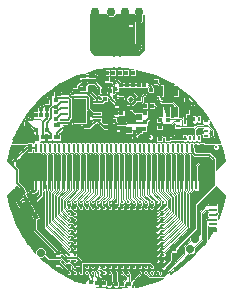
<source format=gbl>
G75*
%MOIN*%
%OFA0B0*%
%FSLAX25Y25*%
%IPPOS*%
%LPD*%
%AMOC8*
5,1,8,0,0,1.08239X$1,22.5*
%
%ADD10R,0.00906X0.02953*%
%ADD11R,0.01378X0.02953*%
%ADD12R,0.01378X0.03346*%
%ADD13R,0.01181X0.01772*%
%ADD14R,0.02756X0.00984*%
%ADD15R,0.03937X0.07874*%
%ADD16R,0.01181X0.01575*%
%ADD17R,0.01575X0.01181*%
%ADD18R,0.01575X0.02362*%
%ADD19R,0.02362X0.01575*%
%ADD20C,0.02756*%
%ADD21C,0.00787*%
%ADD22R,0.00394X0.00394*%
%ADD23C,0.00394*%
%ADD24C,0.00200*%
%ADD25R,0.01969X0.02362*%
%ADD26R,0.00886X0.01823*%
%ADD27R,0.00886X0.02610*%
%ADD28R,0.01823X0.00886*%
%ADD29R,0.02953X0.00906*%
%ADD30R,0.02953X0.01378*%
%ADD31C,0.02953*%
%ADD32C,0.00594*%
%ADD33C,0.00591*%
%ADD34C,0.00787*%
%ADD35C,0.00300*%
%ADD36C,0.01102*%
%ADD37C,0.00827*%
%ADD38C,0.00600*%
%ADD39C,0.00500*%
%ADD40C,0.00394*%
%ADD41C,0.00201*%
%ADD42C,0.00400*%
%ADD43C,0.02205*%
%ADD44C,0.01575*%
D10*
X0033972Y0082944D03*
X0035547Y0082944D03*
X0037122Y0082944D03*
X0038697Y0082944D03*
X0040272Y0082944D03*
X0041846Y0082944D03*
X0043421Y0082944D03*
X0044996Y0082944D03*
X0046571Y0082944D03*
X0048146Y0082944D03*
X0049720Y0082944D03*
X0051295Y0082944D03*
X0052870Y0082944D03*
X0054445Y0082944D03*
X0056020Y0082944D03*
X0057594Y0082944D03*
X0059169Y0082944D03*
X0060744Y0082944D03*
X0062319Y0082944D03*
X0063894Y0082944D03*
X0065468Y0082944D03*
X0067043Y0082944D03*
X0068618Y0082944D03*
X0070193Y0082944D03*
X0071768Y0082944D03*
X0073342Y0082944D03*
X0074917Y0082944D03*
X0076492Y0082944D03*
X0078067Y0082944D03*
X0079642Y0082944D03*
X0081216Y0082944D03*
X0082791Y0082944D03*
X0084366Y0082944D03*
X0085941Y0082944D03*
X0087516Y0082944D03*
X0087516Y0095424D03*
X0085941Y0095424D03*
X0084366Y0095424D03*
X0082791Y0095424D03*
X0081216Y0095424D03*
X0079642Y0095424D03*
X0078067Y0095424D03*
X0076492Y0095424D03*
X0074917Y0095424D03*
X0073342Y0095424D03*
X0071768Y0095424D03*
X0070193Y0095424D03*
X0068618Y0095424D03*
X0067043Y0095424D03*
X0065468Y0095424D03*
X0063894Y0095424D03*
X0062319Y0095424D03*
X0060744Y0095424D03*
X0059169Y0095424D03*
X0057594Y0095424D03*
X0056020Y0095424D03*
X0054445Y0095424D03*
X0052870Y0095424D03*
X0051295Y0095424D03*
X0049720Y0095424D03*
X0048146Y0095424D03*
X0046571Y0095424D03*
X0044996Y0095424D03*
X0043421Y0095424D03*
X0041846Y0095424D03*
X0040272Y0095424D03*
X0038697Y0095424D03*
X0037122Y0095424D03*
X0035547Y0095424D03*
X0033972Y0095424D03*
D11*
X0032102Y0095424D03*
X0032102Y0082944D03*
X0089386Y0082944D03*
X0089386Y0095424D03*
D12*
X0080705Y0107373D03*
X0078146Y0107373D03*
X0075587Y0107373D03*
X0075587Y0114460D03*
X0078146Y0114460D03*
X0080705Y0114460D03*
D13*
X0037831Y0106310D03*
X0035862Y0106310D03*
X0033894Y0106310D03*
X0033894Y0101192D03*
X0037831Y0101192D03*
D14*
X0043264Y0104814D03*
X0043264Y0106782D03*
X0043264Y0108751D03*
X0043264Y0110719D03*
X0054287Y0110719D03*
X0054287Y0108751D03*
X0054287Y0106782D03*
X0054287Y0104814D03*
D15*
X0048776Y0107767D03*
D16*
X0041689Y0113278D03*
X0039327Y0113278D03*
X0038618Y0098869D03*
X0036256Y0098869D03*
X0056407Y0114381D03*
X0056407Y0116349D03*
X0055232Y0118160D03*
X0055468Y0120444D03*
X0057831Y0120444D03*
X0057594Y0118160D03*
X0058769Y0116349D03*
X0058769Y0114381D03*
X0058516Y0109891D03*
X0060879Y0109891D03*
G36*
X0061692Y0108960D02*
X0062526Y0109794D01*
X0063638Y0108682D01*
X0062804Y0107848D01*
X0061692Y0108960D01*
G37*
X0060744Y0106900D03*
X0058382Y0106900D03*
X0057831Y0104460D03*
X0057201Y0102412D03*
X0059563Y0102412D03*
X0060193Y0104460D03*
G36*
X0063362Y0110631D02*
X0064196Y0111465D01*
X0065308Y0110353D01*
X0064474Y0109519D01*
X0063362Y0110631D01*
G37*
G36*
X0064474Y0113731D02*
X0065308Y0112897D01*
X0064196Y0111785D01*
X0063362Y0112619D01*
X0064474Y0113731D01*
G37*
G36*
X0062804Y0115402D02*
X0063638Y0114568D01*
X0062526Y0113456D01*
X0061692Y0114290D01*
X0062804Y0115402D01*
G37*
G36*
X0067575Y0112619D02*
X0066741Y0111785D01*
X0065629Y0112897D01*
X0066463Y0113731D01*
X0067575Y0112619D01*
G37*
X0068224Y0111625D03*
G36*
X0066384Y0109519D02*
X0065550Y0110353D01*
X0066662Y0111465D01*
X0067496Y0110631D01*
X0066384Y0109519D01*
G37*
G36*
X0068054Y0107848D02*
X0067220Y0108682D01*
X0068332Y0109794D01*
X0069166Y0108960D01*
X0068054Y0107848D01*
G37*
X0070272Y0109420D03*
X0070390Y0106900D03*
X0072752Y0106900D03*
X0072634Y0109420D03*
X0070587Y0111625D03*
G36*
X0069245Y0114290D02*
X0068411Y0113456D01*
X0067299Y0114568D01*
X0068133Y0115402D01*
X0069245Y0114290D01*
G37*
X0073972Y0117452D03*
X0076335Y0117452D03*
X0084366Y0107294D03*
X0086728Y0107294D03*
X0072752Y0103908D03*
X0072555Y0101782D03*
X0070390Y0103908D03*
X0070193Y0101782D03*
X0066335Y0120444D03*
X0063972Y0120444D03*
X0062083Y0120444D03*
X0059720Y0120444D03*
X0065547Y0136861D03*
X0067909Y0136861D03*
X0080075Y0061546D03*
X0082437Y0061546D03*
X0065035Y0049971D03*
X0062673Y0049971D03*
X0060705Y0049932D03*
X0058342Y0049932D03*
X0056604Y0050247D03*
X0054242Y0050247D03*
X0052445Y0050631D03*
X0050083Y0050631D03*
X0041453Y0056900D03*
X0039090Y0056900D03*
X0039051Y0060247D03*
X0041413Y0060247D03*
D17*
X0030901Y0101074D03*
X0030901Y0103436D03*
X0035626Y0108239D03*
X0035626Y0110601D03*
X0037673Y0110601D03*
X0037673Y0108239D03*
X0040587Y0109026D03*
X0040587Y0107373D03*
X0040587Y0105011D03*
X0040587Y0111389D03*
X0047043Y0115877D03*
X0047043Y0118239D03*
X0056886Y0111507D03*
X0056886Y0109145D03*
X0060520Y0112461D03*
X0060520Y0114823D03*
X0062319Y0116349D03*
X0064287Y0116349D03*
X0064287Y0118711D03*
X0062319Y0118711D03*
X0066256Y0118711D03*
X0068224Y0118711D03*
X0070193Y0118711D03*
X0070193Y0116349D03*
X0068224Y0116349D03*
X0066256Y0116349D03*
X0072319Y0114696D03*
X0072319Y0112334D03*
X0075311Y0104538D03*
X0075311Y0102176D03*
X0075311Y0100601D03*
X0075311Y0098239D03*
X0077870Y0098239D03*
X0077870Y0100601D03*
X0077870Y0102176D03*
X0077870Y0104538D03*
X0084327Y0109105D03*
X0084327Y0111467D03*
X0062516Y0106900D03*
X0062516Y0104538D03*
D18*
X0034498Y0098711D03*
X0030298Y0098711D03*
G36*
X0026163Y0097882D02*
X0026645Y0099380D01*
X0028893Y0098658D01*
X0028411Y0097160D01*
X0026163Y0097882D01*
G37*
G36*
X0024879Y0093883D02*
X0025361Y0095381D01*
X0027609Y0094659D01*
X0027127Y0093161D01*
X0024879Y0093883D01*
G37*
G36*
X0028327Y0081527D02*
X0029702Y0082292D01*
X0030851Y0080229D01*
X0029476Y0079464D01*
X0028327Y0081527D01*
G37*
G36*
X0024657Y0079484D02*
X0026032Y0080249D01*
X0027181Y0078186D01*
X0025806Y0077421D01*
X0024657Y0079484D01*
G37*
G36*
X0028851Y0071343D02*
X0030226Y0072108D01*
X0031375Y0070045D01*
X0030000Y0069280D01*
X0028851Y0071343D01*
G37*
G36*
X0032521Y0073385D02*
X0033896Y0074150D01*
X0035045Y0072087D01*
X0033670Y0071322D01*
X0032521Y0073385D01*
G37*
D19*
X0040901Y0098895D03*
X0040901Y0103095D03*
X0049799Y0115115D03*
X0052634Y0115115D03*
X0052634Y0119315D03*
X0049799Y0119315D03*
D20*
X0030744Y0066625D03*
X0035547Y0060444D03*
X0085383Y0061569D03*
X0086915Y0064817D03*
D21*
X0076492Y0065562D03*
X0076492Y0067530D03*
X0074524Y0067530D03*
X0074524Y0065562D03*
X0074524Y0063593D03*
X0076492Y0063593D03*
X0076492Y0061625D03*
X0074524Y0061625D03*
X0074524Y0059656D03*
X0076492Y0059656D03*
X0076492Y0057688D03*
X0074524Y0057688D03*
X0074524Y0055719D03*
X0076492Y0055719D03*
X0076492Y0053751D03*
X0074524Y0053751D03*
X0072555Y0053751D03*
X0072555Y0055719D03*
X0070587Y0055719D03*
X0070587Y0053751D03*
X0068618Y0053751D03*
X0068618Y0055719D03*
X0066650Y0055719D03*
X0066650Y0053751D03*
X0064681Y0053751D03*
X0064681Y0055719D03*
X0062713Y0055719D03*
X0062713Y0053751D03*
X0060744Y0053751D03*
X0060744Y0055719D03*
X0058776Y0055719D03*
X0058776Y0053751D03*
X0056807Y0053751D03*
X0056807Y0055719D03*
X0054838Y0055719D03*
X0052870Y0055719D03*
X0052870Y0053751D03*
X0054838Y0053751D03*
X0050901Y0053751D03*
X0048933Y0053751D03*
X0048933Y0055719D03*
X0050901Y0055719D03*
X0046964Y0055719D03*
X0046964Y0053751D03*
X0044996Y0053751D03*
X0044996Y0055719D03*
X0044996Y0057688D03*
X0044996Y0059656D03*
X0046964Y0059656D03*
X0046964Y0057688D03*
X0046964Y0061625D03*
X0046964Y0063593D03*
X0046964Y0065562D03*
X0046964Y0067530D03*
X0046964Y0069499D03*
X0044996Y0069499D03*
X0044996Y0067530D03*
X0044996Y0065562D03*
X0044996Y0063593D03*
X0044996Y0061625D03*
X0044996Y0071467D03*
X0044996Y0073436D03*
X0044996Y0075404D03*
X0044996Y0077373D03*
X0046964Y0077373D03*
X0046964Y0075404D03*
X0046964Y0073436D03*
X0046964Y0071467D03*
X0048933Y0075404D03*
X0050901Y0075404D03*
X0050901Y0077373D03*
X0048933Y0077373D03*
X0052870Y0077373D03*
X0054838Y0077373D03*
X0054838Y0075404D03*
X0052870Y0075404D03*
X0056807Y0075404D03*
X0058776Y0075404D03*
X0058776Y0077373D03*
X0056807Y0077373D03*
X0060744Y0077373D03*
X0062713Y0077373D03*
X0064681Y0077373D03*
X0064681Y0075404D03*
X0062713Y0075404D03*
X0060744Y0075404D03*
X0066650Y0075404D03*
X0068618Y0075404D03*
X0068618Y0077373D03*
X0066650Y0077373D03*
X0070587Y0077373D03*
X0072555Y0077373D03*
X0072555Y0075404D03*
X0070587Y0075404D03*
X0074524Y0075404D03*
X0076492Y0075404D03*
X0076492Y0073436D03*
X0074524Y0073436D03*
X0074524Y0071467D03*
X0076492Y0071467D03*
X0076492Y0069499D03*
X0074524Y0069499D03*
X0074524Y0077373D03*
X0076492Y0077373D03*
D22*
G36*
X0030639Y0076055D02*
X0030531Y0075677D01*
X0030153Y0075785D01*
X0030261Y0076163D01*
X0030639Y0076055D01*
G37*
D23*
X0032354Y0075073D03*
X0030708Y0078031D03*
X0028437Y0076768D03*
X0030084Y0073809D03*
D24*
X0029673Y0073535D02*
X0030845Y0073535D01*
X0030941Y0073362D02*
X0030046Y0072865D01*
X0029261Y0074275D01*
X0029502Y0074409D01*
X0030520Y0074119D01*
X0030941Y0073362D01*
X0030894Y0073336D02*
X0029784Y0073336D01*
X0029894Y0073138D02*
X0030537Y0073138D01*
X0030181Y0072939D02*
X0030005Y0072939D01*
X0029563Y0073733D02*
X0030734Y0073733D01*
X0030624Y0073932D02*
X0029452Y0073932D01*
X0029342Y0074130D02*
X0030481Y0074130D01*
X0030523Y0074726D02*
X0031214Y0074726D01*
X0031162Y0074544D02*
X0031772Y0076686D01*
X0029630Y0077297D01*
X0029019Y0075154D01*
X0031162Y0074544D01*
X0031270Y0074924D02*
X0029826Y0074924D01*
X0029784Y0074329D02*
X0029358Y0074329D01*
X0029129Y0075123D02*
X0031327Y0075123D01*
X0031383Y0075321D02*
X0029067Y0075321D01*
X0029124Y0075520D02*
X0031440Y0075520D01*
X0031497Y0075718D02*
X0029180Y0075718D01*
X0029237Y0075917D02*
X0031553Y0075917D01*
X0031610Y0076115D02*
X0029293Y0076115D01*
X0029350Y0076314D02*
X0031666Y0076314D01*
X0031723Y0076512D02*
X0029406Y0076512D01*
X0029463Y0076711D02*
X0031686Y0076711D01*
X0030989Y0076909D02*
X0029519Y0076909D01*
X0029576Y0077108D02*
X0030292Y0077108D01*
X0030334Y0077703D02*
X0031453Y0077703D01*
X0031530Y0077565D02*
X0031289Y0077431D01*
X0030272Y0077721D01*
X0029851Y0078478D01*
X0030745Y0078976D01*
X0031530Y0077565D01*
X0031422Y0077505D02*
X0031031Y0077505D01*
X0031343Y0077902D02*
X0030171Y0077902D01*
X0030061Y0078101D02*
X0031232Y0078101D01*
X0031122Y0078299D02*
X0029950Y0078299D01*
X0029886Y0078498D02*
X0031011Y0078498D01*
X0030901Y0078696D02*
X0030243Y0078696D01*
X0030599Y0078895D02*
X0030790Y0078895D01*
X0031772Y0080360D02*
X0031684Y0080448D01*
X0031628Y0080558D01*
X0031609Y0080680D01*
X0031628Y0080802D01*
X0031684Y0080912D01*
X0031772Y0081000D01*
X0031882Y0081056D01*
X0032004Y0081075D01*
X0032126Y0081056D01*
X0032236Y0081000D01*
X0032324Y0080912D01*
X0032380Y0080802D01*
X0032399Y0080680D01*
X0032380Y0080558D01*
X0032324Y0080448D01*
X0032236Y0080360D01*
X0032126Y0080304D01*
X0032004Y0080285D01*
X0031882Y0080304D01*
X0031772Y0080360D01*
X0031666Y0080483D02*
X0032341Y0080483D01*
X0032399Y0080681D02*
X0031609Y0080681D01*
X0031667Y0080880D02*
X0032340Y0080880D01*
X0033614Y0078143D02*
X0033736Y0078162D01*
X0033858Y0078143D01*
X0033968Y0078086D01*
X0034056Y0077999D01*
X0034112Y0077889D01*
X0034131Y0077767D01*
X0034112Y0077644D01*
X0034056Y0077534D01*
X0033968Y0077447D01*
X0033858Y0077391D01*
X0033736Y0077371D01*
X0033614Y0077391D01*
X0033504Y0077447D01*
X0033416Y0077534D01*
X0033360Y0077644D01*
X0033341Y0077767D01*
X0033360Y0077889D01*
X0033416Y0077999D01*
X0033504Y0078086D01*
X0033614Y0078143D01*
X0033532Y0078101D02*
X0033941Y0078101D01*
X0034105Y0077902D02*
X0033367Y0077902D01*
X0033351Y0077703D02*
X0034121Y0077703D01*
X0034027Y0077505D02*
X0033446Y0077505D01*
X0032392Y0076017D02*
X0032151Y0075883D01*
X0031861Y0074866D01*
X0032282Y0074109D01*
X0033177Y0074607D01*
X0032392Y0076017D01*
X0032448Y0075917D02*
X0032211Y0075917D01*
X0032104Y0075718D02*
X0032558Y0075718D01*
X0032669Y0075520D02*
X0032048Y0075520D01*
X0031991Y0075321D02*
X0032779Y0075321D01*
X0032890Y0075123D02*
X0031934Y0075123D01*
X0031878Y0074924D02*
X0033000Y0074924D01*
X0033111Y0074726D02*
X0031939Y0074726D01*
X0032050Y0074527D02*
X0033034Y0074527D01*
X0032677Y0074329D02*
X0032160Y0074329D01*
X0032271Y0074130D02*
X0032320Y0074130D01*
X0028641Y0075957D02*
X0028930Y0076974D01*
X0028509Y0077731D01*
X0027615Y0077233D01*
X0028400Y0075823D01*
X0028641Y0075957D01*
X0028568Y0075917D02*
X0028348Y0075917D01*
X0028237Y0076115D02*
X0028686Y0076115D01*
X0028742Y0076314D02*
X0028127Y0076314D01*
X0028016Y0076512D02*
X0028799Y0076512D01*
X0028855Y0076711D02*
X0027906Y0076711D01*
X0027795Y0076909D02*
X0028912Y0076909D01*
X0028856Y0077108D02*
X0027685Y0077108D01*
X0027746Y0077306D02*
X0028746Y0077306D01*
X0028635Y0077505D02*
X0028103Y0077505D01*
X0028459Y0077703D02*
X0028525Y0077703D01*
X0029589Y0080878D02*
X0029356Y0081111D01*
X0029589Y0080878D02*
X0029589Y0080878D01*
X0036335Y0081316D02*
X0036827Y0080824D01*
X0036827Y0068810D01*
X0044996Y0060641D01*
X0045980Y0060641D01*
X0046964Y0059656D01*
X0046964Y0061625D02*
X0045980Y0062609D01*
X0044996Y0062609D01*
X0037811Y0069794D01*
X0037811Y0081015D01*
X0037909Y0081310D01*
X0037909Y0093121D01*
X0037122Y0093908D01*
X0037122Y0095424D01*
X0035547Y0095424D02*
X0035547Y0093908D01*
X0036335Y0093121D01*
X0036335Y0081316D01*
X0037122Y0082944D02*
X0037319Y0082944D01*
X0037319Y0069302D01*
X0044996Y0061625D01*
X0044996Y0063593D02*
X0038303Y0070385D01*
X0038303Y0080916D01*
X0038697Y0081310D01*
X0038697Y0082944D01*
X0040272Y0082944D02*
X0040272Y0081310D01*
X0039287Y0080326D01*
X0039287Y0071271D01*
X0044996Y0065562D01*
X0044996Y0066546D02*
X0039779Y0071763D01*
X0039779Y0080030D01*
X0041059Y0081310D01*
X0041059Y0093121D01*
X0040272Y0093908D01*
X0040272Y0095424D01*
X0041846Y0095424D02*
X0041846Y0093908D01*
X0042634Y0093121D01*
X0042634Y0081310D01*
X0040764Y0079440D01*
X0040764Y0072747D01*
X0044996Y0068515D01*
X0045980Y0068515D01*
X0046964Y0067530D01*
X0045980Y0066546D02*
X0046964Y0065562D01*
X0045980Y0066546D02*
X0044996Y0066546D01*
X0044996Y0067530D02*
X0040272Y0072255D01*
X0040272Y0079735D01*
X0041846Y0081310D01*
X0041846Y0082944D01*
X0043421Y0082944D02*
X0043421Y0081310D01*
X0041256Y0079145D01*
X0041256Y0073239D01*
X0044996Y0069499D01*
X0044996Y0070483D02*
X0045980Y0070483D01*
X0046964Y0069499D01*
X0046964Y0071467D02*
X0045980Y0072452D01*
X0044996Y0072452D01*
X0042732Y0074715D01*
X0042732Y0078259D01*
X0045783Y0081310D01*
X0045783Y0093121D01*
X0044996Y0093908D01*
X0044996Y0095424D01*
X0046571Y0095424D02*
X0046571Y0093908D01*
X0047358Y0093121D01*
X0047358Y0081310D01*
X0043716Y0077668D01*
X0043716Y0075601D01*
X0044607Y0074711D01*
X0045690Y0074711D01*
X0046964Y0073436D01*
X0046964Y0075404D02*
X0045980Y0076389D01*
X0045980Y0077570D01*
X0049720Y0081310D01*
X0049720Y0082944D01*
X0051295Y0082944D02*
X0051295Y0080916D01*
X0047949Y0077570D01*
X0047949Y0076389D01*
X0048933Y0075404D01*
X0049917Y0076389D02*
X0049917Y0077570D01*
X0052870Y0080523D01*
X0052870Y0082944D01*
X0054445Y0082944D02*
X0054445Y0080129D01*
X0051886Y0077570D01*
X0051886Y0076389D01*
X0052870Y0075404D01*
X0053854Y0076389D02*
X0053854Y0077570D01*
X0056020Y0079735D01*
X0056020Y0082944D01*
X0057594Y0082944D02*
X0057594Y0079341D01*
X0055823Y0077570D01*
X0055823Y0076389D01*
X0056807Y0075404D01*
X0057791Y0076389D02*
X0058776Y0075404D01*
X0057791Y0076389D02*
X0057791Y0077570D01*
X0059169Y0078948D01*
X0059169Y0082944D01*
X0060744Y0082944D02*
X0060744Y0077373D01*
X0059957Y0078554D02*
X0059957Y0093121D01*
X0059169Y0093908D01*
X0059169Y0095424D01*
X0057594Y0095424D02*
X0057594Y0093908D01*
X0058382Y0093121D01*
X0058382Y0078948D01*
X0056807Y0077373D01*
X0056807Y0079341D02*
X0056807Y0093121D01*
X0056020Y0093908D01*
X0056020Y0095424D01*
X0054445Y0095424D02*
X0054445Y0093908D01*
X0055232Y0093121D01*
X0055232Y0079735D01*
X0052870Y0077373D01*
X0053854Y0076389D02*
X0054838Y0075404D01*
X0054838Y0077373D02*
X0056807Y0079341D01*
X0058776Y0077373D02*
X0059957Y0078554D01*
X0062319Y0077767D02*
X0062319Y0082944D01*
X0063894Y0082944D02*
X0063894Y0078160D01*
X0064681Y0077373D01*
X0063697Y0077570D02*
X0063697Y0076389D01*
X0062713Y0075404D01*
X0061531Y0076192D02*
X0061531Y0093121D01*
X0060744Y0093908D01*
X0060744Y0095424D01*
X0062319Y0095424D02*
X0062319Y0093908D01*
X0063106Y0093121D01*
X0063106Y0078160D01*
X0063697Y0077570D01*
X0062713Y0077373D02*
X0062319Y0077767D01*
X0061531Y0076192D02*
X0060744Y0075404D01*
X0064681Y0075404D02*
X0065665Y0076389D01*
X0065665Y0077570D01*
X0064681Y0078554D01*
X0064681Y0093121D01*
X0063894Y0093908D01*
X0063894Y0095424D01*
X0065468Y0095424D02*
X0065468Y0093908D01*
X0066256Y0093121D01*
X0066256Y0078948D01*
X0067634Y0077570D01*
X0067634Y0076389D01*
X0066650Y0075404D01*
X0068618Y0075404D02*
X0069602Y0076389D01*
X0069602Y0077570D01*
X0067831Y0079341D01*
X0067831Y0093121D01*
X0067043Y0093908D01*
X0067043Y0095424D01*
X0068618Y0095424D02*
X0068618Y0093908D01*
X0069405Y0093121D01*
X0069405Y0079735D01*
X0071571Y0077570D01*
X0071571Y0076389D01*
X0070587Y0075404D01*
X0072555Y0075404D02*
X0073539Y0076389D01*
X0073539Y0077570D01*
X0070980Y0080129D01*
X0070980Y0093121D01*
X0070193Y0093908D01*
X0070193Y0095424D01*
X0071768Y0095424D02*
X0071768Y0093908D01*
X0072555Y0093121D01*
X0072555Y0080523D01*
X0075508Y0077570D01*
X0075508Y0076389D01*
X0074524Y0075404D01*
X0075508Y0074420D02*
X0074524Y0073436D01*
X0075508Y0074420D02*
X0076492Y0074420D01*
X0077870Y0075798D01*
X0077870Y0077963D01*
X0074917Y0080916D01*
X0074917Y0082944D01*
X0073342Y0082944D02*
X0073342Y0080523D01*
X0076492Y0077373D01*
X0077378Y0077570D02*
X0077378Y0076290D01*
X0076492Y0075404D01*
X0078362Y0075306D02*
X0076492Y0073436D01*
X0076590Y0072452D02*
X0075508Y0072452D01*
X0074524Y0071467D01*
X0075508Y0070483D02*
X0074524Y0069499D01*
X0075508Y0070483D02*
X0076590Y0070483D01*
X0079838Y0073731D01*
X0079838Y0079145D01*
X0078067Y0080916D01*
X0078067Y0082944D01*
X0079642Y0082944D02*
X0079642Y0080916D01*
X0080823Y0079735D01*
X0080823Y0072747D01*
X0076590Y0068515D01*
X0075508Y0068515D01*
X0074524Y0067530D01*
X0075508Y0066546D02*
X0074524Y0065562D01*
X0075508Y0066546D02*
X0076590Y0066546D01*
X0081807Y0071763D01*
X0081807Y0080326D01*
X0081216Y0080916D01*
X0081216Y0082944D01*
X0080429Y0080916D02*
X0081315Y0080030D01*
X0081315Y0072353D01*
X0076492Y0067530D01*
X0076492Y0065562D02*
X0082299Y0071369D01*
X0082299Y0080621D01*
X0082004Y0080916D01*
X0082004Y0093121D01*
X0081216Y0093908D01*
X0081216Y0095424D01*
X0079642Y0095424D02*
X0079642Y0093908D01*
X0080429Y0093121D01*
X0080429Y0080916D01*
X0080331Y0079440D02*
X0080331Y0073337D01*
X0076492Y0069499D01*
X0076492Y0071467D02*
X0079346Y0074322D01*
X0079346Y0078849D01*
X0077279Y0080916D01*
X0077279Y0093121D01*
X0076492Y0093908D01*
X0076492Y0095424D01*
X0074917Y0095424D02*
X0074917Y0093908D01*
X0075705Y0093121D01*
X0075705Y0080916D01*
X0078362Y0078259D01*
X0078362Y0075306D01*
X0078854Y0074715D02*
X0076590Y0072452D01*
X0078854Y0074715D02*
X0078854Y0078554D01*
X0076492Y0080916D01*
X0076492Y0082944D01*
X0078854Y0080916D02*
X0080331Y0079440D01*
X0078854Y0080916D02*
X0078854Y0093121D01*
X0078067Y0093908D01*
X0078067Y0095424D01*
X0079522Y0098995D02*
X0079443Y0099061D01*
X0079391Y0099150D01*
X0079373Y0099252D01*
X0079391Y0099353D01*
X0079443Y0099442D01*
X0079522Y0099509D01*
X0079618Y0099544D01*
X0079722Y0099544D01*
X0079818Y0099509D01*
X0079897Y0099442D01*
X0079949Y0099353D01*
X0079967Y0099252D01*
X0079949Y0099150D01*
X0079897Y0099061D01*
X0079818Y0098995D01*
X0079722Y0098959D01*
X0079618Y0098959D01*
X0079522Y0098995D01*
X0079395Y0099143D02*
X0079945Y0099143D01*
X0079951Y0099341D02*
X0079389Y0099341D01*
X0079607Y0099540D02*
X0079733Y0099540D01*
X0083464Y0098656D02*
X0083516Y0098745D01*
X0083595Y0098811D01*
X0083692Y0098846D01*
X0083795Y0098846D01*
X0083892Y0098811D01*
X0083971Y0098745D01*
X0084022Y0098656D01*
X0084040Y0098554D01*
X0084022Y0098452D01*
X0083971Y0098363D01*
X0083892Y0098297D01*
X0083795Y0098262D01*
X0083692Y0098262D01*
X0083595Y0098297D01*
X0083516Y0098363D01*
X0083464Y0098452D01*
X0083446Y0098554D01*
X0083464Y0098656D01*
X0083516Y0098745D01*
X0083595Y0098811D01*
X0083692Y0098846D01*
X0083795Y0098846D01*
X0083892Y0098811D01*
X0083971Y0098745D01*
X0084022Y0098656D01*
X0084040Y0098554D01*
X0084022Y0098452D01*
X0083971Y0098363D01*
X0083892Y0098297D01*
X0083795Y0098262D01*
X0083692Y0098262D01*
X0083595Y0098297D01*
X0083516Y0098363D01*
X0083464Y0098452D01*
X0083446Y0098554D01*
X0083464Y0098656D01*
X0083517Y0098746D02*
X0083970Y0098746D01*
X0083517Y0098746D01*
X0083448Y0098547D02*
X0084039Y0098547D01*
X0083448Y0098547D01*
X0083533Y0098349D02*
X0083953Y0098349D01*
X0083533Y0098349D01*
X0082791Y0095424D02*
X0082791Y0093908D01*
X0083579Y0093121D01*
X0083579Y0081310D01*
X0083283Y0081015D01*
X0083283Y0070385D01*
X0076492Y0063593D01*
X0076590Y0062609D02*
X0075508Y0062609D01*
X0074524Y0061625D01*
X0075508Y0060641D02*
X0074524Y0059656D01*
X0075508Y0060641D02*
X0076590Y0060641D01*
X0084760Y0068810D01*
X0084760Y0080129D01*
X0085941Y0081310D01*
X0085941Y0082944D01*
X0084366Y0082944D02*
X0084366Y0081310D01*
X0083776Y0080719D01*
X0083776Y0069794D01*
X0076590Y0062609D01*
X0076492Y0061625D02*
X0084268Y0069400D01*
X0084268Y0080424D01*
X0085153Y0081310D01*
X0085153Y0093121D01*
X0084366Y0093908D01*
X0084366Y0095424D01*
X0088469Y0090851D02*
X0088548Y0090917D01*
X0088645Y0090953D01*
X0088748Y0090953D01*
X0088845Y0090917D01*
X0088924Y0090851D01*
X0088976Y0090762D01*
X0088994Y0090660D01*
X0088976Y0090559D01*
X0088924Y0090469D01*
X0088845Y0090403D01*
X0088748Y0090368D01*
X0088645Y0090368D01*
X0088548Y0090403D01*
X0088469Y0090469D01*
X0088418Y0090559D01*
X0088400Y0090660D01*
X0088418Y0090762D01*
X0088469Y0090851D01*
X0088443Y0090805D02*
X0088951Y0090805D01*
X0088984Y0090607D02*
X0088409Y0090607D01*
X0088542Y0090408D02*
X0088851Y0090408D01*
X0092663Y0098769D02*
X0092584Y0098836D01*
X0092532Y0098925D01*
X0092514Y0099026D01*
X0092532Y0099128D01*
X0092584Y0099217D01*
X0092663Y0099284D01*
X0092759Y0099319D01*
X0092862Y0099319D01*
X0092959Y0099284D01*
X0093038Y0099217D01*
X0093090Y0099128D01*
X0093108Y0099026D01*
X0093090Y0098925D01*
X0093038Y0098836D01*
X0092959Y0098769D01*
X0092862Y0098734D01*
X0092759Y0098734D01*
X0092663Y0098769D01*
X0092728Y0098746D02*
X0092894Y0098746D01*
X0093093Y0098944D02*
X0092529Y0098944D01*
X0092540Y0099143D02*
X0093081Y0099143D01*
X0089678Y0100454D02*
X0089627Y0100365D01*
X0089548Y0100298D01*
X0089451Y0100263D01*
X0089348Y0100263D01*
X0089251Y0100298D01*
X0089172Y0100365D01*
X0089120Y0100454D01*
X0089102Y0100556D01*
X0089120Y0100657D01*
X0089172Y0100746D01*
X0089251Y0100813D01*
X0089348Y0100848D01*
X0089451Y0100848D01*
X0089548Y0100813D01*
X0089627Y0100746D01*
X0089678Y0100657D01*
X0089696Y0100556D01*
X0089678Y0100454D01*
X0089692Y0100532D02*
X0089106Y0100532D01*
X0089163Y0100731D02*
X0089636Y0100731D01*
X0089590Y0100334D02*
X0089209Y0100334D01*
X0087140Y0102923D02*
X0087044Y0102888D01*
X0086940Y0102888D01*
X0086844Y0102923D01*
X0086765Y0102989D01*
X0086713Y0103078D01*
X0086695Y0103180D01*
X0086713Y0103282D01*
X0086765Y0103371D01*
X0086844Y0103437D01*
X0086940Y0103472D01*
X0087044Y0103472D01*
X0087140Y0103437D01*
X0087219Y0103371D01*
X0087271Y0103282D01*
X0087289Y0103180D01*
X0087271Y0103078D01*
X0087219Y0102989D01*
X0087140Y0102923D01*
X0087117Y0102914D02*
X0086867Y0102914D01*
X0086707Y0103113D02*
X0087277Y0103113D01*
X0087254Y0103311D02*
X0086730Y0103311D01*
X0083845Y0104977D02*
X0083766Y0104911D01*
X0083670Y0104876D01*
X0083566Y0104876D01*
X0083470Y0104911D01*
X0083391Y0104977D01*
X0083339Y0105067D01*
X0083321Y0105168D01*
X0083339Y0105270D01*
X0083391Y0105359D01*
X0083470Y0105425D01*
X0083566Y0105461D01*
X0083670Y0105461D01*
X0083766Y0105425D01*
X0083845Y0105359D01*
X0083897Y0105270D01*
X0083915Y0105168D01*
X0083897Y0105067D01*
X0083845Y0104977D01*
X0083903Y0105098D02*
X0083334Y0105098D01*
X0083355Y0105297D02*
X0083881Y0105297D01*
X0083735Y0104900D02*
X0083501Y0104900D01*
X0085887Y0109729D02*
X0085778Y0109839D01*
X0085708Y0109976D01*
X0085683Y0110129D01*
X0085708Y0110281D01*
X0085778Y0110419D01*
X0085887Y0110528D01*
X0086025Y0110598D01*
X0086177Y0110623D01*
X0086330Y0110598D01*
X0086467Y0110528D01*
X0086576Y0110419D01*
X0086647Y0110281D01*
X0086671Y0110129D01*
X0086647Y0109976D01*
X0086576Y0109839D01*
X0086467Y0109729D01*
X0086330Y0109659D01*
X0086177Y0109635D01*
X0086025Y0109659D01*
X0085887Y0109729D01*
X0086016Y0109664D02*
X0086339Y0109664D01*
X0086589Y0109862D02*
X0085766Y0109862D01*
X0085694Y0110061D02*
X0086660Y0110061D01*
X0086650Y0110259D02*
X0085704Y0110259D01*
X0085817Y0110458D02*
X0086538Y0110458D01*
X0081286Y0115174D02*
X0081338Y0115263D01*
X0081356Y0115365D01*
X0081338Y0115467D01*
X0081286Y0115556D01*
X0081207Y0115622D01*
X0081111Y0115657D01*
X0081007Y0115657D01*
X0080911Y0115622D01*
X0080832Y0115556D01*
X0080780Y0115467D01*
X0080762Y0115365D01*
X0080780Y0115263D01*
X0080832Y0115174D01*
X0080911Y0115108D01*
X0081007Y0115073D01*
X0081111Y0115073D01*
X0081207Y0115108D01*
X0081286Y0115174D01*
X0081314Y0115222D02*
X0080804Y0115222D01*
X0080772Y0115421D02*
X0081346Y0115421D01*
X0081211Y0115619D02*
X0080907Y0115619D01*
X0076168Y0111973D02*
X0076220Y0111884D01*
X0076238Y0111782D01*
X0076220Y0111681D01*
X0076168Y0111592D01*
X0076089Y0111525D01*
X0075992Y0111490D01*
X0075889Y0111490D01*
X0075792Y0111525D01*
X0075713Y0111592D01*
X0075662Y0111681D01*
X0075644Y0111782D01*
X0075662Y0111884D01*
X0075713Y0111973D01*
X0075792Y0112039D01*
X0075889Y0112075D01*
X0075992Y0112075D01*
X0076089Y0112039D01*
X0076168Y0111973D01*
X0076220Y0111884D01*
X0076238Y0111782D01*
X0076220Y0111681D01*
X0076168Y0111592D01*
X0076089Y0111525D01*
X0075992Y0111490D01*
X0075889Y0111490D01*
X0075792Y0111525D01*
X0075713Y0111592D01*
X0075662Y0111681D01*
X0075644Y0111782D01*
X0075662Y0111884D01*
X0075713Y0111973D01*
X0075792Y0112039D01*
X0075889Y0112075D01*
X0075992Y0112075D01*
X0076089Y0112039D01*
X0076168Y0111973D01*
X0076071Y0112046D02*
X0075810Y0112046D01*
X0076071Y0112046D01*
X0076226Y0111847D02*
X0075655Y0111847D01*
X0076226Y0111847D01*
X0076201Y0111649D02*
X0075680Y0111649D01*
X0076201Y0111649D01*
X0074645Y0112075D02*
X0074593Y0111985D01*
X0074514Y0111919D01*
X0074418Y0111884D01*
X0074315Y0111884D01*
X0074218Y0111919D01*
X0074139Y0111985D01*
X0074087Y0112075D01*
X0074069Y0112176D01*
X0074087Y0112278D01*
X0074139Y0112367D01*
X0074218Y0112433D01*
X0074315Y0112468D01*
X0074418Y0112468D01*
X0074514Y0112433D01*
X0074593Y0112367D01*
X0074645Y0112278D01*
X0074663Y0112176D01*
X0074645Y0112075D01*
X0074629Y0112046D02*
X0074104Y0112046D01*
X0074081Y0112244D02*
X0074651Y0112244D01*
X0074487Y0112443D02*
X0074245Y0112443D01*
X0074236Y0110185D02*
X0074339Y0110185D01*
X0074436Y0110150D01*
X0074515Y0110083D01*
X0074566Y0109994D01*
X0074584Y0109893D01*
X0074566Y0109791D01*
X0074515Y0109702D01*
X0074436Y0109636D01*
X0074339Y0109600D01*
X0074236Y0109600D01*
X0074139Y0109636D01*
X0074060Y0109702D01*
X0074008Y0109791D01*
X0073990Y0109893D01*
X0074008Y0109994D01*
X0074060Y0110083D01*
X0074139Y0110150D01*
X0074236Y0110185D01*
X0074047Y0110061D02*
X0074528Y0110061D01*
X0074579Y0109862D02*
X0073996Y0109862D01*
X0074105Y0109664D02*
X0074469Y0109664D01*
X0075517Y0108863D02*
X0075596Y0108929D01*
X0075692Y0108964D01*
X0075796Y0108964D01*
X0075892Y0108929D01*
X0075971Y0108863D01*
X0076023Y0108774D01*
X0076041Y0108672D01*
X0076023Y0108571D01*
X0075971Y0108481D01*
X0075892Y0108415D01*
X0075796Y0108380D01*
X0075692Y0108380D01*
X0075596Y0108415D01*
X0075517Y0108481D01*
X0075465Y0108571D01*
X0075447Y0108672D01*
X0075465Y0108774D01*
X0075517Y0108863D01*
X0075525Y0108870D02*
X0075963Y0108870D01*
X0076041Y0108671D02*
X0075447Y0108671D01*
X0075527Y0108473D02*
X0075961Y0108473D01*
X0076973Y0107879D02*
X0077052Y0107945D01*
X0077149Y0107980D01*
X0077252Y0107980D01*
X0077349Y0107945D01*
X0077428Y0107879D01*
X0077480Y0107789D01*
X0077498Y0107688D01*
X0077480Y0107586D01*
X0077428Y0107497D01*
X0077349Y0107431D01*
X0077252Y0107396D01*
X0077149Y0107396D01*
X0077052Y0107431D01*
X0076973Y0107497D01*
X0076922Y0107586D01*
X0076904Y0107688D01*
X0076922Y0107789D01*
X0076973Y0107879D01*
X0076972Y0107877D02*
X0077429Y0107877D01*
X0077496Y0107679D02*
X0076905Y0107679D01*
X0076993Y0107480D02*
X0077408Y0107480D01*
X0072047Y0105427D02*
X0072064Y0105326D01*
X0072047Y0105224D01*
X0071995Y0105135D01*
X0071916Y0105069D01*
X0071819Y0105033D01*
X0071716Y0105033D01*
X0071619Y0105069D01*
X0071540Y0105135D01*
X0071489Y0105224D01*
X0071471Y0105326D01*
X0071489Y0105427D01*
X0071540Y0105516D01*
X0071619Y0105583D01*
X0071716Y0105618D01*
X0071819Y0105618D01*
X0071916Y0105583D01*
X0071995Y0105516D01*
X0072047Y0105427D01*
X0072007Y0105495D02*
X0071528Y0105495D01*
X0071476Y0105297D02*
X0072059Y0105297D01*
X0071951Y0105098D02*
X0071584Y0105098D01*
X0070341Y0106643D02*
X0070244Y0106608D01*
X0070141Y0106608D01*
X0070044Y0106643D01*
X0069965Y0106710D01*
X0069914Y0106799D01*
X0069896Y0106900D01*
X0069914Y0107002D01*
X0069965Y0107091D01*
X0070044Y0107158D01*
X0070141Y0107193D01*
X0070244Y0107193D01*
X0070341Y0107158D01*
X0070420Y0107091D01*
X0070472Y0107002D01*
X0070490Y0106900D01*
X0070472Y0106799D01*
X0070420Y0106710D01*
X0070341Y0106643D01*
X0070392Y0106686D02*
X0069993Y0106686D01*
X0069899Y0106885D02*
X0070487Y0106885D01*
X0070425Y0107083D02*
X0069961Y0107083D01*
X0067664Y0109466D02*
X0067585Y0109399D01*
X0067488Y0109364D01*
X0067385Y0109364D01*
X0067288Y0109399D01*
X0067210Y0109466D01*
X0067158Y0109555D01*
X0067140Y0109656D01*
X0067158Y0109758D01*
X0067210Y0109847D01*
X0067288Y0109913D01*
X0067385Y0109949D01*
X0067488Y0109949D01*
X0067585Y0109913D01*
X0067664Y0109847D01*
X0067716Y0109758D01*
X0067734Y0109656D01*
X0067716Y0109555D01*
X0067664Y0109466D01*
X0067664Y0109465D02*
X0067210Y0109465D01*
X0067141Y0109664D02*
X0067732Y0109664D01*
X0067646Y0109862D02*
X0067228Y0109862D01*
X0065765Y0110050D02*
X0065747Y0109949D01*
X0065696Y0109859D01*
X0065617Y0109793D01*
X0065520Y0109758D01*
X0065417Y0109758D01*
X0065320Y0109793D01*
X0065241Y0109859D01*
X0065189Y0109949D01*
X0065172Y0110050D01*
X0065189Y0110152D01*
X0065241Y0110241D01*
X0065320Y0110307D01*
X0065417Y0110342D01*
X0065520Y0110342D01*
X0065617Y0110307D01*
X0065696Y0110241D01*
X0065747Y0110152D01*
X0065765Y0110050D01*
X0065747Y0109949D01*
X0065696Y0109859D01*
X0065617Y0109793D01*
X0065520Y0109758D01*
X0065417Y0109758D01*
X0065320Y0109793D01*
X0065241Y0109859D01*
X0065189Y0109949D01*
X0065172Y0110050D01*
X0065189Y0110152D01*
X0065241Y0110241D01*
X0065320Y0110307D01*
X0065417Y0110342D01*
X0065520Y0110342D01*
X0065617Y0110307D01*
X0065696Y0110241D01*
X0065747Y0110152D01*
X0065765Y0110050D01*
X0065747Y0109949D01*
X0065696Y0109859D01*
X0065617Y0109793D01*
X0065520Y0109758D01*
X0065417Y0109758D01*
X0065320Y0109793D01*
X0065241Y0109859D01*
X0065189Y0109949D01*
X0065172Y0110050D01*
X0065189Y0110152D01*
X0065241Y0110241D01*
X0065320Y0110307D01*
X0065417Y0110342D01*
X0065520Y0110342D01*
X0065617Y0110307D01*
X0065696Y0110241D01*
X0065747Y0110152D01*
X0065765Y0110050D01*
X0065763Y0110061D02*
X0065173Y0110061D01*
X0065763Y0110061D01*
X0065173Y0110061D01*
X0065239Y0109862D02*
X0065698Y0109862D01*
X0065239Y0109862D01*
X0065698Y0109862D01*
X0065674Y0110259D02*
X0065263Y0110259D01*
X0065674Y0110259D01*
X0065263Y0110259D01*
X0064121Y0111434D02*
X0064042Y0111368D01*
X0063945Y0111333D01*
X0063842Y0111333D01*
X0063745Y0111368D01*
X0063666Y0111434D01*
X0063615Y0111523D01*
X0063597Y0111625D01*
X0063615Y0111726D01*
X0063666Y0111816D01*
X0063745Y0111882D01*
X0063842Y0111917D01*
X0063945Y0111917D01*
X0064042Y0111882D01*
X0064121Y0111816D01*
X0064173Y0111726D01*
X0064190Y0111625D01*
X0064173Y0111523D01*
X0064121Y0111434D01*
X0064042Y0111368D01*
X0063945Y0111333D01*
X0063842Y0111333D01*
X0063745Y0111368D01*
X0063666Y0111434D01*
X0063615Y0111523D01*
X0063597Y0111625D01*
X0063615Y0111726D01*
X0063666Y0111816D01*
X0063745Y0111882D01*
X0063842Y0111917D01*
X0063945Y0111917D01*
X0064042Y0111882D01*
X0064121Y0111816D01*
X0064173Y0111726D01*
X0064190Y0111625D01*
X0064173Y0111523D01*
X0064121Y0111434D01*
X0064130Y0111450D02*
X0063657Y0111450D01*
X0064130Y0111450D01*
X0064186Y0111649D02*
X0063601Y0111649D01*
X0064186Y0111649D01*
X0064083Y0111847D02*
X0063704Y0111847D01*
X0064083Y0111847D01*
X0065241Y0113009D02*
X0065189Y0113098D01*
X0065172Y0113200D01*
X0065189Y0113301D01*
X0065241Y0113390D01*
X0065320Y0113457D01*
X0065417Y0113492D01*
X0065520Y0113492D01*
X0065617Y0113457D01*
X0065696Y0113390D01*
X0065747Y0113301D01*
X0065765Y0113200D01*
X0065747Y0113098D01*
X0065696Y0113009D01*
X0065617Y0112943D01*
X0065520Y0112907D01*
X0065417Y0112907D01*
X0065320Y0112943D01*
X0065241Y0113009D01*
X0065189Y0113098D01*
X0065172Y0113200D01*
X0065189Y0113301D01*
X0065241Y0113390D01*
X0065320Y0113457D01*
X0065417Y0113492D01*
X0065520Y0113492D01*
X0065617Y0113457D01*
X0065696Y0113390D01*
X0065747Y0113301D01*
X0065765Y0113200D01*
X0065747Y0113098D01*
X0065696Y0113009D01*
X0065617Y0112943D01*
X0065520Y0112907D01*
X0065417Y0112907D01*
X0065320Y0112943D01*
X0065241Y0113009D01*
X0065224Y0113038D02*
X0065713Y0113038D01*
X0065224Y0113038D01*
X0065178Y0113237D02*
X0065759Y0113237D01*
X0065178Y0113237D01*
X0065295Y0113436D02*
X0065642Y0113436D01*
X0065295Y0113436D01*
X0066816Y0111816D02*
X0066895Y0111882D01*
X0066992Y0111917D01*
X0067095Y0111917D01*
X0067192Y0111882D01*
X0067271Y0111816D01*
X0067322Y0111726D01*
X0067340Y0111625D01*
X0067322Y0111523D01*
X0067271Y0111434D01*
X0067192Y0111368D01*
X0067095Y0111333D01*
X0066992Y0111333D01*
X0066895Y0111368D01*
X0066816Y0111434D01*
X0066764Y0111523D01*
X0066746Y0111625D01*
X0066764Y0111726D01*
X0066816Y0111816D01*
X0066895Y0111882D01*
X0066992Y0111917D01*
X0067095Y0111917D01*
X0067192Y0111882D01*
X0067271Y0111816D01*
X0067322Y0111726D01*
X0067340Y0111625D01*
X0067322Y0111523D01*
X0067271Y0111434D01*
X0067192Y0111368D01*
X0067095Y0111333D01*
X0066992Y0111333D01*
X0066895Y0111368D01*
X0066816Y0111434D01*
X0066764Y0111523D01*
X0066746Y0111625D01*
X0066764Y0111726D01*
X0066816Y0111816D01*
X0066895Y0111882D01*
X0066992Y0111917D01*
X0067095Y0111917D01*
X0067192Y0111882D01*
X0067271Y0111816D01*
X0067322Y0111726D01*
X0067340Y0111625D01*
X0067322Y0111523D01*
X0067271Y0111434D01*
X0067192Y0111368D01*
X0067095Y0111333D01*
X0066992Y0111333D01*
X0066895Y0111368D01*
X0066816Y0111434D01*
X0066764Y0111523D01*
X0066746Y0111625D01*
X0066764Y0111726D01*
X0066816Y0111816D01*
X0066854Y0111847D02*
X0067233Y0111847D01*
X0066854Y0111847D01*
X0067233Y0111847D01*
X0067336Y0111649D02*
X0066751Y0111649D01*
X0067336Y0111649D01*
X0066751Y0111649D01*
X0066806Y0111450D02*
X0067280Y0111450D01*
X0066806Y0111450D01*
X0067280Y0111450D01*
X0069965Y0113009D02*
X0070044Y0112943D01*
X0070141Y0112907D01*
X0070244Y0112907D01*
X0070341Y0112943D01*
X0070420Y0113009D01*
X0070472Y0113098D01*
X0070490Y0113200D01*
X0070472Y0113301D01*
X0070420Y0113390D01*
X0070341Y0113457D01*
X0070244Y0113492D01*
X0070141Y0113492D01*
X0070044Y0113457D01*
X0069965Y0113390D01*
X0069914Y0113301D01*
X0069896Y0113200D01*
X0069914Y0113098D01*
X0069965Y0113009D01*
X0069948Y0113038D02*
X0070437Y0113038D01*
X0070483Y0113237D02*
X0069903Y0113237D01*
X0070019Y0113436D02*
X0070367Y0113436D01*
X0071619Y0116092D02*
X0071540Y0116158D01*
X0071489Y0116248D01*
X0071471Y0116349D01*
X0071489Y0116451D01*
X0071540Y0116540D01*
X0071619Y0116606D01*
X0071716Y0116642D01*
X0071819Y0116642D01*
X0071916Y0116606D01*
X0071995Y0116540D01*
X0072047Y0116451D01*
X0072064Y0116349D01*
X0072047Y0116248D01*
X0071995Y0116158D01*
X0071916Y0116092D01*
X0071819Y0116057D01*
X0071716Y0116057D01*
X0071619Y0116092D01*
X0071508Y0116215D02*
X0072027Y0116215D01*
X0072053Y0116413D02*
X0071482Y0116413D01*
X0071634Y0116612D02*
X0071901Y0116612D01*
X0065538Y0120529D02*
X0065459Y0120462D01*
X0065362Y0120427D01*
X0065259Y0120427D01*
X0065163Y0120462D01*
X0065084Y0120529D01*
X0065032Y0120618D01*
X0065014Y0120719D01*
X0065032Y0120821D01*
X0065084Y0120910D01*
X0065163Y0120976D01*
X0065259Y0121012D01*
X0065362Y0121012D01*
X0065459Y0120976D01*
X0065538Y0120910D01*
X0065590Y0120821D01*
X0065608Y0120719D01*
X0065590Y0120618D01*
X0065538Y0120529D01*
X0065569Y0120582D02*
X0065053Y0120582D01*
X0065025Y0120780D02*
X0065597Y0120780D01*
X0065452Y0120979D02*
X0065169Y0120979D01*
X0064265Y0120780D02*
X0063679Y0120780D01*
X0063676Y0120759D02*
X0063693Y0120860D01*
X0063745Y0120950D01*
X0063824Y0121016D01*
X0063921Y0121051D01*
X0064024Y0121051D01*
X0064121Y0121016D01*
X0064200Y0120950D01*
X0064251Y0120860D01*
X0064269Y0120759D01*
X0064251Y0120657D01*
X0064200Y0120568D01*
X0064121Y0120502D01*
X0064024Y0120466D01*
X0063921Y0120466D01*
X0063824Y0120502D01*
X0063745Y0120568D01*
X0063693Y0120657D01*
X0063676Y0120759D01*
X0063737Y0120582D02*
X0064208Y0120582D01*
X0064165Y0120979D02*
X0063780Y0120979D01*
X0062379Y0120759D02*
X0062362Y0120657D01*
X0062310Y0120568D01*
X0062231Y0120502D01*
X0062134Y0120466D01*
X0062031Y0120466D01*
X0061934Y0120502D01*
X0061855Y0120568D01*
X0061804Y0120657D01*
X0061786Y0120759D01*
X0061804Y0120860D01*
X0061855Y0120950D01*
X0061934Y0121016D01*
X0062031Y0121051D01*
X0062134Y0121051D01*
X0062231Y0121016D01*
X0062310Y0120950D01*
X0062362Y0120860D01*
X0062379Y0120759D01*
X0062376Y0120780D02*
X0061790Y0120780D01*
X0061847Y0120582D02*
X0062318Y0120582D01*
X0062275Y0120979D02*
X0061890Y0120979D01*
X0060017Y0120759D02*
X0059999Y0120657D01*
X0059948Y0120568D01*
X0059869Y0120502D01*
X0059772Y0120466D01*
X0059669Y0120466D01*
X0059572Y0120502D01*
X0059493Y0120568D01*
X0059441Y0120657D01*
X0059424Y0120759D01*
X0059441Y0120860D01*
X0059493Y0120950D01*
X0059572Y0121016D01*
X0059669Y0121051D01*
X0059772Y0121051D01*
X0059869Y0121016D01*
X0059948Y0120950D01*
X0059999Y0120860D01*
X0060017Y0120759D01*
X0060013Y0120780D02*
X0059427Y0120780D01*
X0059485Y0120582D02*
X0059956Y0120582D01*
X0059913Y0120979D02*
X0059528Y0120979D01*
X0058206Y0120719D02*
X0058188Y0120618D01*
X0058137Y0120529D01*
X0058058Y0120462D01*
X0057961Y0120427D01*
X0057858Y0120427D01*
X0057761Y0120462D01*
X0057682Y0120529D01*
X0057630Y0120618D01*
X0057613Y0120719D01*
X0057630Y0120821D01*
X0057682Y0120910D01*
X0057761Y0120976D01*
X0057858Y0121012D01*
X0057961Y0121012D01*
X0058058Y0120976D01*
X0058137Y0120910D01*
X0058188Y0120821D01*
X0058206Y0120719D01*
X0058195Y0120780D02*
X0057623Y0120780D01*
X0057651Y0120582D02*
X0058168Y0120582D01*
X0058051Y0120979D02*
X0057768Y0120979D01*
X0054191Y0119464D02*
X0054210Y0119341D01*
X0054191Y0119219D01*
X0054135Y0119109D01*
X0054047Y0119022D01*
X0053937Y0118965D01*
X0053815Y0118946D01*
X0053693Y0118965D01*
X0053583Y0119022D01*
X0053495Y0119109D01*
X0053439Y0119219D01*
X0053420Y0119341D01*
X0053439Y0119464D01*
X0053495Y0119574D01*
X0053583Y0119661D01*
X0053693Y0119717D01*
X0053815Y0119737D01*
X0053937Y0119717D01*
X0054047Y0119661D01*
X0054135Y0119574D01*
X0054191Y0119464D01*
X0054202Y0119391D02*
X0053427Y0119391D01*
X0053453Y0119192D02*
X0054177Y0119192D01*
X0053993Y0118994D02*
X0053637Y0118994D01*
X0053511Y0119589D02*
X0054119Y0119589D01*
X0058942Y0116540D02*
X0059021Y0116606D01*
X0059118Y0116642D01*
X0059221Y0116642D01*
X0059318Y0116606D01*
X0059397Y0116540D01*
X0059448Y0116451D01*
X0059466Y0116349D01*
X0059448Y0116248D01*
X0059397Y0116158D01*
X0059318Y0116092D01*
X0059221Y0116057D01*
X0059118Y0116057D01*
X0059021Y0116092D01*
X0058942Y0116158D01*
X0058890Y0116248D01*
X0058872Y0116349D01*
X0058890Y0116451D01*
X0058942Y0116540D01*
X0059035Y0116612D02*
X0059303Y0116612D01*
X0059455Y0116413D02*
X0058884Y0116413D01*
X0058909Y0116215D02*
X0059429Y0116215D01*
X0059957Y0115386D02*
X0060520Y0114823D01*
X0060744Y0114823D02*
X0059957Y0114823D01*
X0059957Y0113991D01*
X0060246Y0114031D02*
X0059667Y0114031D01*
X0059660Y0113991D02*
X0059678Y0114093D01*
X0059729Y0114182D01*
X0059808Y0114248D01*
X0059905Y0114283D01*
X0060008Y0114283D01*
X0060105Y0114248D01*
X0060184Y0114182D01*
X0060236Y0114093D01*
X0060253Y0113991D01*
X0060236Y0113890D01*
X0060184Y0113800D01*
X0060105Y0113734D01*
X0060008Y0113699D01*
X0059905Y0113699D01*
X0059808Y0113734D01*
X0059729Y0113800D01*
X0059678Y0113890D01*
X0059660Y0113991D01*
X0059711Y0113833D02*
X0060203Y0113833D01*
X0060127Y0114230D02*
X0059786Y0114230D01*
X0060692Y0117632D02*
X0060596Y0117667D01*
X0060517Y0117733D01*
X0060465Y0117823D01*
X0060447Y0117924D01*
X0060465Y0118026D01*
X0060517Y0118115D01*
X0060596Y0118181D01*
X0060692Y0118216D01*
X0060796Y0118216D01*
X0060892Y0118181D01*
X0060971Y0118115D01*
X0061023Y0118026D01*
X0061041Y0117924D01*
X0061023Y0117823D01*
X0060971Y0117733D01*
X0060892Y0117667D01*
X0060796Y0117632D01*
X0060692Y0117632D01*
X0060476Y0117803D02*
X0061012Y0117803D01*
X0061027Y0118001D02*
X0060461Y0118001D01*
X0060647Y0118200D02*
X0060841Y0118200D01*
X0060796Y0110342D02*
X0060892Y0110307D01*
X0060971Y0110241D01*
X0061023Y0110152D01*
X0061041Y0110050D01*
X0061023Y0109949D01*
X0060971Y0109859D01*
X0060892Y0109793D01*
X0060796Y0109758D01*
X0060692Y0109758D01*
X0060596Y0109793D01*
X0060517Y0109859D01*
X0060465Y0109949D01*
X0060447Y0110050D01*
X0060465Y0110152D01*
X0060517Y0110241D01*
X0060596Y0110307D01*
X0060692Y0110342D01*
X0060796Y0110342D01*
X0060949Y0110259D02*
X0060539Y0110259D01*
X0060449Y0110061D02*
X0061039Y0110061D01*
X0060973Y0109862D02*
X0060515Y0109862D01*
X0063046Y0109499D02*
X0063063Y0109600D01*
X0063115Y0109690D01*
X0063194Y0109756D01*
X0063291Y0109791D01*
X0063394Y0109791D01*
X0063491Y0109756D01*
X0063570Y0109690D01*
X0063621Y0109600D01*
X0063639Y0109499D01*
X0063621Y0109397D01*
X0063570Y0109308D01*
X0063491Y0109242D01*
X0063394Y0109207D01*
X0063291Y0109207D01*
X0063194Y0109242D01*
X0063115Y0109308D01*
X0063063Y0109397D01*
X0063046Y0109499D01*
X0063052Y0109465D02*
X0063633Y0109465D01*
X0063585Y0109664D02*
X0063100Y0109664D01*
X0063164Y0109267D02*
X0063521Y0109267D01*
X0064533Y0107945D02*
X0064629Y0107980D01*
X0064733Y0107980D01*
X0064829Y0107945D01*
X0064908Y0107879D01*
X0064960Y0107789D01*
X0064978Y0107688D01*
X0064960Y0107586D01*
X0064908Y0107497D01*
X0064829Y0107431D01*
X0064733Y0107396D01*
X0064629Y0107396D01*
X0064533Y0107431D01*
X0064454Y0107497D01*
X0064402Y0107586D01*
X0064384Y0107688D01*
X0064402Y0107789D01*
X0064454Y0107879D01*
X0064533Y0107945D01*
X0064453Y0107877D02*
X0064909Y0107877D01*
X0064976Y0107679D02*
X0064386Y0107679D01*
X0064474Y0107480D02*
X0064888Y0107480D01*
X0061041Y0106900D02*
X0061023Y0106799D01*
X0060971Y0106710D01*
X0060892Y0106643D01*
X0060796Y0106608D01*
X0060692Y0106608D01*
X0060596Y0106643D01*
X0060517Y0106710D01*
X0060465Y0106799D01*
X0060447Y0106900D01*
X0060465Y0107002D01*
X0060517Y0107091D01*
X0060596Y0107158D01*
X0060692Y0107193D01*
X0060796Y0107193D01*
X0060892Y0107158D01*
X0060971Y0107091D01*
X0061023Y0107002D01*
X0061041Y0106900D01*
X0061038Y0106885D02*
X0060450Y0106885D01*
X0060512Y0107083D02*
X0060976Y0107083D01*
X0060943Y0106686D02*
X0060545Y0106686D01*
X0059397Y0105516D02*
X0059448Y0105427D01*
X0059466Y0105326D01*
X0059448Y0105224D01*
X0059397Y0105135D01*
X0059318Y0105069D01*
X0059221Y0105033D01*
X0059118Y0105033D01*
X0059021Y0105069D01*
X0058942Y0105135D01*
X0058890Y0105224D01*
X0058872Y0105326D01*
X0058890Y0105427D01*
X0058942Y0105516D01*
X0059021Y0105583D01*
X0059118Y0105618D01*
X0059221Y0105618D01*
X0059318Y0105583D01*
X0059397Y0105516D01*
X0059409Y0105495D02*
X0058929Y0105495D01*
X0058877Y0105297D02*
X0059461Y0105297D01*
X0059353Y0105098D02*
X0058986Y0105098D01*
X0051562Y0113403D02*
X0051483Y0113336D01*
X0051386Y0113301D01*
X0051283Y0113301D01*
X0051186Y0113336D01*
X0051107Y0113403D01*
X0051056Y0113492D01*
X0051038Y0113593D01*
X0051056Y0113695D01*
X0051107Y0113784D01*
X0051186Y0113850D01*
X0051283Y0113886D01*
X0051386Y0113886D01*
X0051483Y0113850D01*
X0051562Y0113784D01*
X0051614Y0113695D01*
X0051631Y0113593D01*
X0051614Y0113492D01*
X0051562Y0113403D01*
X0051483Y0113336D01*
X0051386Y0113301D01*
X0051283Y0113301D01*
X0051186Y0113336D01*
X0051107Y0113403D01*
X0051056Y0113492D01*
X0051038Y0113593D01*
X0051056Y0113695D01*
X0051107Y0113784D01*
X0051186Y0113850D01*
X0051283Y0113886D01*
X0051386Y0113886D01*
X0051483Y0113850D01*
X0051562Y0113784D01*
X0051614Y0113695D01*
X0051631Y0113593D01*
X0051614Y0113492D01*
X0051562Y0113403D01*
X0051581Y0113436D02*
X0051088Y0113436D01*
X0051581Y0113436D01*
X0051624Y0113634D02*
X0051045Y0113634D01*
X0051624Y0113634D01*
X0051504Y0113833D02*
X0051165Y0113833D01*
X0051504Y0113833D01*
X0048924Y0117510D02*
X0048827Y0117474D01*
X0048724Y0117474D01*
X0048627Y0117510D01*
X0048548Y0117576D01*
X0048497Y0117665D01*
X0048479Y0117767D01*
X0048497Y0117868D01*
X0048548Y0117957D01*
X0048627Y0118024D01*
X0048724Y0118059D01*
X0048827Y0118059D01*
X0048924Y0118024D01*
X0049003Y0117957D01*
X0049054Y0117868D01*
X0049072Y0117767D01*
X0049054Y0117665D01*
X0049003Y0117576D01*
X0048924Y0117510D01*
X0049019Y0117604D02*
X0048532Y0117604D01*
X0048485Y0117803D02*
X0049066Y0117803D01*
X0048951Y0118001D02*
X0048600Y0118001D01*
X0046331Y0113953D02*
X0046418Y0113865D01*
X0046474Y0113755D01*
X0046494Y0113633D01*
X0046474Y0113511D01*
X0046418Y0113400D01*
X0046331Y0113313D01*
X0046220Y0113257D01*
X0046098Y0113237D01*
X0045976Y0113257D01*
X0045866Y0113313D01*
X0045779Y0113400D01*
X0045722Y0113511D01*
X0045703Y0113633D01*
X0045722Y0113755D01*
X0045779Y0113865D01*
X0045866Y0113953D01*
X0045976Y0114009D01*
X0046098Y0114028D01*
X0046220Y0114009D01*
X0046331Y0113953D01*
X0046435Y0113833D02*
X0045762Y0113833D01*
X0045703Y0113634D02*
X0046493Y0113634D01*
X0046436Y0113436D02*
X0045761Y0113436D01*
X0044357Y0112367D02*
X0044409Y0112278D01*
X0044427Y0112176D01*
X0044409Y0112075D01*
X0044357Y0111985D01*
X0044278Y0111919D01*
X0044181Y0111884D01*
X0044078Y0111884D01*
X0043981Y0111919D01*
X0043902Y0111985D01*
X0043851Y0112075D01*
X0043833Y0112176D01*
X0043851Y0112278D01*
X0043902Y0112367D01*
X0043981Y0112433D01*
X0044078Y0112468D01*
X0044181Y0112468D01*
X0044278Y0112433D01*
X0044357Y0112367D01*
X0044251Y0112443D02*
X0044008Y0112443D01*
X0043845Y0112244D02*
X0044415Y0112244D01*
X0044392Y0112046D02*
X0043867Y0112046D01*
X0037970Y0111782D02*
X0037952Y0111681D01*
X0037901Y0111592D01*
X0037822Y0111525D01*
X0037725Y0111490D01*
X0037622Y0111490D01*
X0037525Y0111525D01*
X0037446Y0111592D01*
X0037394Y0111681D01*
X0037376Y0111782D01*
X0037394Y0111884D01*
X0037446Y0111973D01*
X0037525Y0112039D01*
X0037622Y0112075D01*
X0037725Y0112075D01*
X0037822Y0112039D01*
X0037901Y0111973D01*
X0037952Y0111884D01*
X0037970Y0111782D01*
X0037959Y0111847D02*
X0037388Y0111847D01*
X0037413Y0111649D02*
X0037934Y0111649D01*
X0037804Y0112046D02*
X0037543Y0112046D01*
X0036173Y0109504D02*
X0036261Y0109416D01*
X0036317Y0109306D01*
X0036336Y0109184D01*
X0036317Y0109062D01*
X0036261Y0108952D01*
X0036173Y0108864D01*
X0036063Y0108808D01*
X0035941Y0108789D01*
X0035819Y0108808D01*
X0035709Y0108864D01*
X0035621Y0108952D01*
X0035565Y0109062D01*
X0035546Y0109184D01*
X0035565Y0109306D01*
X0035621Y0109416D01*
X0035709Y0109504D01*
X0035819Y0109560D01*
X0035941Y0109579D01*
X0036063Y0109560D01*
X0036173Y0109504D01*
X0036212Y0109465D02*
X0035670Y0109465D01*
X0035559Y0109267D02*
X0036323Y0109267D01*
X0036318Y0109068D02*
X0035564Y0109068D01*
X0035703Y0108870D02*
X0036179Y0108870D01*
X0034357Y0106370D02*
X0034436Y0106304D01*
X0034488Y0106215D01*
X0034505Y0106113D01*
X0034488Y0106012D01*
X0034436Y0105922D01*
X0034357Y0105856D01*
X0034260Y0105821D01*
X0034157Y0105821D01*
X0034060Y0105856D01*
X0033981Y0105922D01*
X0033930Y0106012D01*
X0033912Y0106113D01*
X0033930Y0106215D01*
X0033981Y0106304D01*
X0034060Y0106370D01*
X0034157Y0106405D01*
X0034260Y0106405D01*
X0034357Y0106370D01*
X0034444Y0106289D02*
X0033973Y0106289D01*
X0033916Y0106091D02*
X0034501Y0106091D01*
X0034400Y0105892D02*
X0034017Y0105892D01*
X0032649Y0105098D02*
X0032159Y0105098D01*
X0032176Y0105129D02*
X0032255Y0105195D01*
X0032352Y0105231D01*
X0032455Y0105231D01*
X0032552Y0105195D01*
X0032631Y0105129D01*
X0032683Y0105040D01*
X0032701Y0104938D01*
X0032683Y0104837D01*
X0032631Y0104747D01*
X0032552Y0104681D01*
X0032455Y0104646D01*
X0032352Y0104646D01*
X0032255Y0104681D01*
X0032176Y0104747D01*
X0032125Y0104837D01*
X0032107Y0104938D01*
X0032125Y0105040D01*
X0032176Y0105129D01*
X0032114Y0104900D02*
X0032694Y0104900D01*
X0032576Y0104701D02*
X0032232Y0104701D01*
X0031607Y0104858D02*
X0031537Y0104720D01*
X0031428Y0104611D01*
X0031290Y0104541D01*
X0031138Y0104517D01*
X0030985Y0104541D01*
X0030848Y0104611D01*
X0030738Y0104720D01*
X0030668Y0104858D01*
X0030644Y0105011D01*
X0030668Y0105163D01*
X0030738Y0105301D01*
X0030848Y0105410D01*
X0030985Y0105480D01*
X0031138Y0105504D01*
X0031290Y0105480D01*
X0031428Y0105410D01*
X0031537Y0105301D01*
X0031607Y0105163D01*
X0031631Y0105011D01*
X0031607Y0104858D01*
X0031614Y0104900D02*
X0030662Y0104900D01*
X0030658Y0105098D02*
X0031618Y0105098D01*
X0031539Y0105297D02*
X0030736Y0105297D01*
X0031079Y0105495D02*
X0031197Y0105495D01*
X0031518Y0104701D02*
X0030758Y0104701D01*
X0038697Y0095424D02*
X0038697Y0093908D01*
X0039484Y0093121D01*
X0039484Y0081310D01*
X0038795Y0080621D01*
X0038795Y0070778D01*
X0044996Y0064578D01*
X0045980Y0064578D01*
X0046964Y0063593D01*
X0042142Y0058574D02*
X0044012Y0056704D01*
X0045390Y0056704D01*
X0045980Y0056113D01*
X0045980Y0054735D01*
X0046964Y0053751D01*
X0051134Y0051923D02*
X0051186Y0052013D01*
X0051265Y0052079D01*
X0051362Y0052114D01*
X0051465Y0052114D01*
X0051562Y0052079D01*
X0051641Y0052013D01*
X0051692Y0051923D01*
X0051710Y0051822D01*
X0051692Y0051720D01*
X0051641Y0051631D01*
X0051562Y0051565D01*
X0051465Y0051529D01*
X0051362Y0051529D01*
X0051265Y0051565D01*
X0051186Y0051631D01*
X0051134Y0051720D01*
X0051116Y0051822D01*
X0051134Y0051923D01*
X0051186Y0052013D01*
X0051265Y0052079D01*
X0051362Y0052114D01*
X0051465Y0052114D01*
X0051562Y0052079D01*
X0051641Y0052013D01*
X0051692Y0051923D01*
X0051710Y0051822D01*
X0051692Y0051720D01*
X0051641Y0051631D01*
X0051562Y0051565D01*
X0051465Y0051529D01*
X0051362Y0051529D01*
X0051265Y0051565D01*
X0051186Y0051631D01*
X0051134Y0051720D01*
X0051116Y0051822D01*
X0051134Y0051923D01*
X0051130Y0051897D02*
X0051697Y0051897D01*
X0051130Y0051897D01*
X0051147Y0051698D02*
X0051680Y0051698D01*
X0051147Y0051698D01*
X0051311Y0052096D02*
X0051516Y0052096D01*
X0051311Y0052096D01*
X0052363Y0052634D02*
X0052415Y0052545D01*
X0052494Y0052479D01*
X0052591Y0052444D01*
X0052694Y0052444D01*
X0052791Y0052479D01*
X0052870Y0052545D01*
X0052921Y0052634D01*
X0052939Y0052736D01*
X0052921Y0052837D01*
X0052870Y0052927D01*
X0052791Y0052993D01*
X0052694Y0053028D01*
X0052591Y0053028D01*
X0052494Y0052993D01*
X0052415Y0052927D01*
X0052363Y0052837D01*
X0052346Y0052736D01*
X0052363Y0052634D01*
X0052415Y0052545D01*
X0052494Y0052479D01*
X0052591Y0052444D01*
X0052694Y0052444D01*
X0052791Y0052479D01*
X0052870Y0052545D01*
X0052921Y0052634D01*
X0052939Y0052736D01*
X0052921Y0052837D01*
X0052870Y0052927D01*
X0052791Y0052993D01*
X0052694Y0053028D01*
X0052591Y0053028D01*
X0052494Y0052993D01*
X0052415Y0052927D01*
X0052363Y0052837D01*
X0052346Y0052736D01*
X0052363Y0052634D01*
X0052353Y0052691D02*
X0052931Y0052691D01*
X0052353Y0052691D01*
X0052394Y0052890D02*
X0052891Y0052890D01*
X0052394Y0052890D01*
X0052478Y0052493D02*
X0052807Y0052493D01*
X0052478Y0052493D01*
X0054093Y0050504D02*
X0054190Y0050539D01*
X0054293Y0050539D01*
X0054390Y0050504D01*
X0054469Y0050438D01*
X0054521Y0050348D01*
X0054538Y0050247D01*
X0054521Y0050145D01*
X0054469Y0050056D01*
X0054390Y0049990D01*
X0054293Y0049955D01*
X0054190Y0049955D01*
X0054093Y0049990D01*
X0054014Y0050056D01*
X0053963Y0050145D01*
X0053945Y0050247D01*
X0053963Y0050348D01*
X0054014Y0050438D01*
X0054093Y0050504D01*
X0054103Y0050507D02*
X0054381Y0050507D01*
X0054528Y0050309D02*
X0053956Y0050309D01*
X0053983Y0050110D02*
X0054500Y0050110D01*
X0056325Y0050382D02*
X0056376Y0050292D01*
X0056455Y0050226D01*
X0056552Y0050191D01*
X0056655Y0050191D01*
X0056752Y0050226D01*
X0056831Y0050292D01*
X0056883Y0050382D01*
X0056901Y0050483D01*
X0056883Y0050585D01*
X0056831Y0050674D01*
X0056752Y0050740D01*
X0056655Y0050775D01*
X0056552Y0050775D01*
X0056455Y0050740D01*
X0056376Y0050674D01*
X0056325Y0050585D01*
X0056307Y0050483D01*
X0056325Y0050382D01*
X0056376Y0050292D01*
X0056455Y0050226D01*
X0056552Y0050191D01*
X0056655Y0050191D01*
X0056752Y0050226D01*
X0056831Y0050292D01*
X0056883Y0050382D01*
X0056901Y0050483D01*
X0056883Y0050585D01*
X0056831Y0050674D01*
X0056752Y0050740D01*
X0056655Y0050775D01*
X0056552Y0050775D01*
X0056455Y0050740D01*
X0056376Y0050674D01*
X0056325Y0050585D01*
X0056307Y0050483D01*
X0056325Y0050382D01*
X0056367Y0050309D02*
X0056841Y0050309D01*
X0056367Y0050309D01*
X0056311Y0050507D02*
X0056896Y0050507D01*
X0056311Y0050507D01*
X0056415Y0050706D02*
X0056793Y0050706D01*
X0056415Y0050706D01*
X0058759Y0050309D02*
X0059336Y0050309D01*
X0058759Y0050309D01*
X0058751Y0050259D02*
X0058769Y0050361D01*
X0058820Y0050450D01*
X0058899Y0050516D01*
X0058996Y0050551D01*
X0059099Y0050551D01*
X0059196Y0050516D01*
X0059275Y0050450D01*
X0059326Y0050361D01*
X0059344Y0050259D01*
X0059326Y0050158D01*
X0059275Y0050068D01*
X0059196Y0050002D01*
X0059099Y0049967D01*
X0058996Y0049967D01*
X0058899Y0050002D01*
X0058820Y0050068D01*
X0058769Y0050158D01*
X0058751Y0050259D01*
X0058769Y0050361D01*
X0058820Y0050450D01*
X0058899Y0050516D01*
X0058996Y0050551D01*
X0059099Y0050551D01*
X0059196Y0050516D01*
X0059275Y0050450D01*
X0059326Y0050361D01*
X0059344Y0050259D01*
X0059326Y0050158D01*
X0059275Y0050068D01*
X0059196Y0050002D01*
X0059099Y0049967D01*
X0058996Y0049967D01*
X0058899Y0050002D01*
X0058820Y0050068D01*
X0058769Y0050158D01*
X0058751Y0050259D01*
X0058796Y0050110D02*
X0059299Y0050110D01*
X0058796Y0050110D01*
X0058889Y0050507D02*
X0059206Y0050507D01*
X0058889Y0050507D01*
X0060456Y0050148D02*
X0060507Y0050238D01*
X0060586Y0050304D01*
X0060683Y0050339D01*
X0060786Y0050339D01*
X0060883Y0050304D01*
X0060962Y0050238D01*
X0061014Y0050148D01*
X0061031Y0050047D01*
X0061014Y0049945D01*
X0060962Y0049856D01*
X0060883Y0049790D01*
X0060786Y0049755D01*
X0060683Y0049755D01*
X0060586Y0049790D01*
X0060507Y0049856D01*
X0060456Y0049945D01*
X0060438Y0050047D01*
X0060456Y0050148D01*
X0060449Y0050110D02*
X0061020Y0050110D01*
X0060994Y0049912D02*
X0060475Y0049912D01*
X0060600Y0050309D02*
X0060869Y0050309D01*
X0062376Y0050365D02*
X0062394Y0050467D01*
X0062446Y0050556D01*
X0062525Y0050622D01*
X0062622Y0050657D01*
X0062725Y0050657D01*
X0062822Y0050622D01*
X0062901Y0050556D01*
X0062952Y0050467D01*
X0062970Y0050365D01*
X0062952Y0050263D01*
X0062901Y0050174D01*
X0062822Y0050108D01*
X0062725Y0050073D01*
X0062622Y0050073D01*
X0062525Y0050108D01*
X0062446Y0050174D01*
X0062394Y0050263D01*
X0062376Y0050365D01*
X0062386Y0050309D02*
X0062960Y0050309D01*
X0062928Y0050507D02*
X0062418Y0050507D01*
X0062522Y0050110D02*
X0062825Y0050110D01*
X0064044Y0050266D02*
X0064062Y0050367D01*
X0064113Y0050457D01*
X0064192Y0050523D01*
X0064289Y0050558D01*
X0064392Y0050558D01*
X0064489Y0050523D01*
X0064568Y0050457D01*
X0064620Y0050367D01*
X0064638Y0050266D01*
X0064620Y0050164D01*
X0064568Y0050075D01*
X0064489Y0050009D01*
X0064392Y0049973D01*
X0064289Y0049973D01*
X0064192Y0050009D01*
X0064113Y0050075D01*
X0064062Y0050164D01*
X0064044Y0050266D01*
X0064052Y0050309D02*
X0064630Y0050309D01*
X0064589Y0050110D02*
X0064093Y0050110D01*
X0064174Y0050507D02*
X0064508Y0050507D01*
X0065995Y0049458D02*
X0066074Y0049524D01*
X0066171Y0049560D01*
X0066274Y0049560D01*
X0066371Y0049524D01*
X0066450Y0049458D01*
X0066502Y0049369D01*
X0066520Y0049267D01*
X0066502Y0049166D01*
X0066450Y0049077D01*
X0066371Y0049010D01*
X0066274Y0048975D01*
X0066171Y0048975D01*
X0066074Y0049010D01*
X0065995Y0049077D01*
X0065944Y0049166D01*
X0065926Y0049267D01*
X0065944Y0049369D01*
X0065995Y0049458D01*
X0066063Y0049515D02*
X0066383Y0049515D01*
X0066511Y0049316D02*
X0065935Y0049316D01*
X0065972Y0049118D02*
X0066474Y0049118D01*
X0070587Y0053751D02*
X0071774Y0052563D01*
X0076403Y0052563D01*
X0077026Y0052906D01*
X0077111Y0052952D01*
X0077398Y0053239D01*
X0082594Y0057806D01*
X0085776Y0060988D01*
X0085383Y0061569D01*
X0083421Y0062334D02*
X0083421Y0060050D01*
X0083421Y0062334D02*
X0086692Y0065604D01*
X0086915Y0064817D01*
X0089386Y0069794D02*
X0089386Y0073534D01*
X0090468Y0074617D01*
X0092968Y0074617D01*
X0093977Y0073684D02*
X0094056Y0073750D01*
X0094153Y0073785D01*
X0094256Y0073785D01*
X0094353Y0073750D01*
X0094432Y0073684D01*
X0094483Y0073595D01*
X0094501Y0073493D01*
X0094483Y0073391D01*
X0094432Y0073302D01*
X0094353Y0073236D01*
X0094256Y0073201D01*
X0094153Y0073201D01*
X0094056Y0073236D01*
X0093977Y0073302D01*
X0093925Y0073391D01*
X0093907Y0073493D01*
X0093925Y0073595D01*
X0093977Y0073684D01*
X0094036Y0073733D02*
X0094373Y0073733D01*
X0094494Y0073535D02*
X0093915Y0073535D01*
X0093957Y0073336D02*
X0094451Y0073336D01*
X0092968Y0076192D02*
X0090862Y0076192D01*
X0088697Y0074026D01*
X0088697Y0071861D01*
X0091816Y0068063D02*
X0091913Y0068098D01*
X0092016Y0068098D01*
X0092113Y0068063D01*
X0092192Y0067997D01*
X0092243Y0067907D01*
X0092261Y0067806D01*
X0092243Y0067704D01*
X0092192Y0067615D01*
X0092113Y0067549D01*
X0092016Y0067514D01*
X0091913Y0067514D01*
X0091816Y0067549D01*
X0091737Y0067615D01*
X0091686Y0067704D01*
X0091668Y0067806D01*
X0091686Y0067907D01*
X0091737Y0067997D01*
X0091816Y0068063D01*
X0091725Y0067976D02*
X0092204Y0067976D01*
X0092256Y0067778D02*
X0091673Y0067778D01*
X0091780Y0067579D02*
X0092149Y0067579D01*
X0082791Y0070778D02*
X0076590Y0064578D01*
X0075508Y0064578D01*
X0074524Y0063593D01*
X0081650Y0058239D02*
X0078067Y0054656D01*
X0075980Y0054656D01*
X0075505Y0054181D01*
X0075505Y0053472D01*
X0074996Y0052963D01*
X0072949Y0052963D01*
X0072555Y0053357D01*
X0072555Y0053751D01*
X0074227Y0053751D02*
X0074245Y0053852D01*
X0074296Y0053942D01*
X0074375Y0054008D01*
X0074472Y0054043D01*
X0074575Y0054043D01*
X0074672Y0054008D01*
X0074751Y0053942D01*
X0074802Y0053852D01*
X0074820Y0053751D01*
X0074802Y0053649D01*
X0074751Y0053560D01*
X0074672Y0053494D01*
X0074575Y0053459D01*
X0074472Y0053459D01*
X0074375Y0053494D01*
X0074296Y0053560D01*
X0074245Y0053649D01*
X0074227Y0053751D01*
X0074239Y0053684D02*
X0074809Y0053684D01*
X0074785Y0053882D02*
X0074262Y0053882D01*
X0074399Y0053485D02*
X0074648Y0053485D01*
X0077026Y0052906D02*
X0077398Y0053239D01*
X0078674Y0053551D02*
X0078725Y0053462D01*
X0078804Y0053395D01*
X0078887Y0053365D01*
X0079224Y0053538D01*
X0079232Y0053551D01*
X0079250Y0053652D01*
X0079232Y0053754D01*
X0079180Y0053843D01*
X0079101Y0053909D01*
X0079004Y0053945D01*
X0078901Y0053945D01*
X0078804Y0053909D01*
X0078725Y0053843D01*
X0078674Y0053754D01*
X0078656Y0053652D01*
X0078674Y0053551D01*
X0078712Y0053485D02*
X0079121Y0053485D01*
X0079244Y0053684D02*
X0078661Y0053684D01*
X0078772Y0053882D02*
X0079134Y0053882D01*
X0082791Y0070778D02*
X0082791Y0082944D01*
X0077378Y0077570D02*
X0074130Y0080818D01*
X0074130Y0093121D01*
X0073342Y0093908D01*
X0073342Y0095424D01*
X0067132Y0098547D02*
X0066325Y0098547D01*
X0066329Y0098539D02*
X0066259Y0098677D01*
X0066235Y0098830D01*
X0066259Y0098982D01*
X0066329Y0099120D01*
X0066438Y0099229D01*
X0066576Y0099299D01*
X0066728Y0099323D01*
X0066881Y0099299D01*
X0067018Y0099229D01*
X0067128Y0099120D01*
X0067198Y0098982D01*
X0067222Y0098830D01*
X0067198Y0098677D01*
X0067128Y0098539D01*
X0067018Y0098430D01*
X0066881Y0098360D01*
X0066728Y0098336D01*
X0066576Y0098360D01*
X0066438Y0098430D01*
X0066329Y0098539D01*
X0066248Y0098746D02*
X0067209Y0098746D01*
X0067204Y0098944D02*
X0066253Y0098944D01*
X0066352Y0099143D02*
X0067105Y0099143D01*
X0066809Y0098349D02*
X0066648Y0098349D01*
X0053657Y0093121D02*
X0053657Y0080129D01*
X0050901Y0077373D01*
X0049917Y0076389D02*
X0050901Y0075404D01*
X0048933Y0077373D02*
X0052083Y0080523D01*
X0052083Y0093121D01*
X0051295Y0093908D01*
X0051295Y0095424D01*
X0049720Y0095424D02*
X0049720Y0093908D01*
X0050508Y0093121D01*
X0050508Y0080916D01*
X0046964Y0077373D01*
X0044996Y0077373D02*
X0048933Y0081310D01*
X0048933Y0093121D01*
X0048146Y0093908D01*
X0048146Y0095424D01*
X0044209Y0093121D02*
X0044209Y0081310D01*
X0041748Y0078849D01*
X0041748Y0073731D01*
X0044996Y0070483D01*
X0044996Y0071467D02*
X0042240Y0074223D01*
X0042240Y0078554D01*
X0044996Y0081310D01*
X0044996Y0082944D01*
X0046571Y0082944D02*
X0046571Y0081310D01*
X0043224Y0077963D01*
X0043224Y0075208D01*
X0044996Y0073436D01*
X0044996Y0075404D02*
X0044209Y0076192D01*
X0044209Y0077570D01*
X0048146Y0081507D01*
X0048146Y0082944D01*
X0044209Y0093121D02*
X0043421Y0093908D01*
X0043421Y0095424D01*
X0043079Y0101805D02*
X0042976Y0101805D01*
X0042879Y0101840D01*
X0042800Y0101906D01*
X0042749Y0101996D01*
X0042731Y0102097D01*
X0042749Y0102199D01*
X0042800Y0102288D01*
X0042879Y0102354D01*
X0042976Y0102390D01*
X0043079Y0102390D01*
X0043176Y0102354D01*
X0043255Y0102288D01*
X0043306Y0102199D01*
X0043324Y0102097D01*
X0043306Y0101996D01*
X0043255Y0101906D01*
X0043176Y0101840D01*
X0043079Y0101805D01*
X0043264Y0101922D02*
X0042791Y0101922D01*
X0042735Y0102120D02*
X0043320Y0102120D01*
X0043218Y0102319D02*
X0042837Y0102319D01*
X0044841Y0103362D02*
X0044912Y0103224D01*
X0045021Y0103115D01*
X0045158Y0103045D01*
X0045311Y0103021D01*
X0045463Y0103045D01*
X0045601Y0103115D01*
X0045710Y0103224D01*
X0045780Y0103362D01*
X0045805Y0103515D01*
X0045780Y0103667D01*
X0045710Y0103805D01*
X0045601Y0103914D01*
X0045463Y0103984D01*
X0045311Y0104008D01*
X0045158Y0103984D01*
X0045021Y0103914D01*
X0044912Y0103805D01*
X0044841Y0103667D01*
X0044817Y0103515D01*
X0044841Y0103362D01*
X0044867Y0103311D02*
X0045755Y0103311D01*
X0045804Y0103510D02*
X0044818Y0103510D01*
X0044862Y0103708D02*
X0045759Y0103708D01*
X0045608Y0103907D02*
X0045014Y0103907D01*
X0045025Y0103113D02*
X0045597Y0103113D01*
X0048739Y0102407D02*
X0048809Y0102545D01*
X0048918Y0102654D01*
X0049056Y0102724D01*
X0049209Y0102748D01*
X0049361Y0102724D01*
X0049499Y0102654D01*
X0049608Y0102545D01*
X0049678Y0102407D01*
X0049702Y0102255D01*
X0049678Y0102102D01*
X0049608Y0101965D01*
X0049499Y0101855D01*
X0049361Y0101785D01*
X0049209Y0101761D01*
X0049056Y0101785D01*
X0048918Y0101855D01*
X0048809Y0101965D01*
X0048739Y0102102D01*
X0048715Y0102255D01*
X0048739Y0102407D01*
X0048725Y0102319D02*
X0049692Y0102319D01*
X0049681Y0102120D02*
X0048736Y0102120D01*
X0048852Y0101922D02*
X0049565Y0101922D01*
X0049622Y0102517D02*
X0048795Y0102517D01*
X0049039Y0102716D02*
X0049378Y0102716D01*
X0052870Y0095424D02*
X0052870Y0093908D01*
X0053657Y0093121D01*
X0065468Y0082944D02*
X0065468Y0078554D01*
X0066650Y0077373D01*
X0067043Y0078948D02*
X0067043Y0082944D01*
X0068618Y0082944D02*
X0068618Y0079341D01*
X0070587Y0077373D01*
X0072555Y0077373D02*
X0070193Y0079735D01*
X0070193Y0082944D01*
X0071768Y0082944D02*
X0071768Y0080129D01*
X0074524Y0077373D01*
X0068618Y0077373D02*
X0067043Y0078948D01*
X0042142Y0058574D02*
X0038205Y0058574D01*
X0036925Y0059853D01*
X0036138Y0059853D01*
X0035547Y0060444D01*
X0036728Y0060050D02*
X0036925Y0059853D01*
X0027196Y0090998D02*
X0027043Y0090974D01*
X0026891Y0090998D01*
X0026753Y0091068D01*
X0026644Y0091177D01*
X0026574Y0091315D01*
X0026550Y0091467D01*
X0026574Y0091620D01*
X0026644Y0091758D01*
X0026753Y0091867D01*
X0026891Y0091937D01*
X0027043Y0091961D01*
X0027196Y0091937D01*
X0027333Y0091867D01*
X0027443Y0091758D01*
X0027513Y0091620D01*
X0027537Y0091467D01*
X0027513Y0091315D01*
X0027443Y0091177D01*
X0027333Y0091068D01*
X0027196Y0090998D01*
X0027043Y0090974D01*
X0026891Y0090998D01*
X0026753Y0091068D01*
X0026644Y0091177D01*
X0026574Y0091315D01*
X0026550Y0091467D01*
X0026574Y0091620D01*
X0026644Y0091758D01*
X0026753Y0091867D01*
X0026891Y0091937D01*
X0027043Y0091961D01*
X0027196Y0091937D01*
X0027333Y0091867D01*
X0027443Y0091758D01*
X0027513Y0091620D01*
X0027537Y0091467D01*
X0027513Y0091315D01*
X0027443Y0091177D01*
X0027333Y0091068D01*
X0027196Y0090998D01*
X0027207Y0091004D02*
X0026879Y0091004D01*
X0027207Y0091004D01*
X0027455Y0091202D02*
X0026631Y0091202D01*
X0027455Y0091202D01*
X0027526Y0091401D02*
X0026560Y0091401D01*
X0027526Y0091401D01*
X0027516Y0091599D02*
X0026570Y0091599D01*
X0027516Y0091599D01*
X0027402Y0091798D02*
X0026684Y0091798D01*
X0027402Y0091798D01*
X0065241Y0136631D02*
X0065189Y0136720D01*
X0065172Y0136822D01*
X0065189Y0136923D01*
X0065241Y0137013D01*
X0065320Y0137079D01*
X0065417Y0137114D01*
X0065520Y0137114D01*
X0065617Y0137079D01*
X0065696Y0137013D01*
X0065747Y0136923D01*
X0065765Y0136822D01*
X0065747Y0136720D01*
X0065696Y0136631D01*
X0065617Y0136565D01*
X0065520Y0136529D01*
X0065417Y0136529D01*
X0065320Y0136565D01*
X0065241Y0136631D01*
X0065223Y0136661D02*
X0065713Y0136661D01*
X0065759Y0136860D02*
X0065178Y0136860D01*
X0065296Y0137058D02*
X0065641Y0137058D01*
X0067551Y0130189D02*
X0067290Y0130081D01*
X0067066Y0129909D01*
X0066894Y0129685D01*
X0066786Y0129424D01*
X0066750Y0129145D01*
X0066786Y0128865D01*
X0066894Y0128604D01*
X0067066Y0128380D01*
X0067290Y0128208D01*
X0067551Y0128100D01*
X0067831Y0128063D01*
X0068110Y0128100D01*
X0068371Y0128208D01*
X0068595Y0128380D01*
X0068767Y0128604D01*
X0068875Y0128865D01*
X0068912Y0129145D01*
X0068875Y0129424D01*
X0068767Y0129685D01*
X0068595Y0129909D01*
X0068371Y0130081D01*
X0068110Y0130189D01*
X0067831Y0130226D01*
X0067551Y0130189D01*
X0067362Y0130110D02*
X0068300Y0130110D01*
X0068591Y0129912D02*
X0067070Y0129912D01*
X0066916Y0129713D02*
X0068745Y0129713D01*
X0068837Y0129515D02*
X0066824Y0129515D01*
X0066772Y0129316D02*
X0068889Y0129316D01*
X0068908Y0129118D02*
X0066753Y0129118D01*
X0066779Y0128919D02*
X0068882Y0128919D01*
X0068815Y0128721D02*
X0066846Y0128721D01*
X0066957Y0128522D02*
X0068704Y0128522D01*
X0068522Y0128324D02*
X0067139Y0128324D01*
X0067490Y0128125D02*
X0068171Y0128125D01*
D25*
X0068224Y0105719D03*
X0065075Y0105719D03*
X0065075Y0101389D03*
X0068224Y0101389D03*
D26*
X0083657Y0098672D03*
X0085232Y0098672D03*
X0086807Y0098672D03*
X0088382Y0098672D03*
X0088382Y0104971D03*
X0086807Y0104971D03*
X0085232Y0104971D03*
D27*
X0083657Y0104578D03*
D28*
X0081295Y0104184D03*
X0081295Y0102609D03*
X0081295Y0101034D03*
X0081295Y0099460D03*
X0090744Y0099460D03*
X0090744Y0101034D03*
X0090744Y0102609D03*
X0090744Y0104184D03*
D29*
X0092968Y0076192D03*
X0092968Y0074617D03*
X0092968Y0073042D03*
X0092968Y0071467D03*
X0092968Y0069893D03*
D30*
X0092968Y0068023D03*
X0092968Y0078062D03*
D31*
X0068421Y0140759D03*
X0063697Y0140759D03*
X0058972Y0140759D03*
X0053854Y0140759D03*
D32*
X0053067Y0138397D03*
X0055429Y0138397D03*
X0052673Y0135444D03*
X0054838Y0133475D03*
X0052673Y0132097D03*
X0052673Y0129145D03*
X0053421Y0127688D03*
X0055114Y0126979D03*
X0054838Y0129538D03*
X0057791Y0126979D03*
X0060941Y0126979D03*
X0063500Y0126979D03*
X0065665Y0126782D03*
X0068303Y0126861D03*
X0069602Y0131507D03*
X0069602Y0134460D03*
X0065075Y0134066D03*
X0064878Y0131507D03*
X0062516Y0129735D03*
X0062713Y0133869D03*
X0065468Y0136822D03*
X0066059Y0139381D03*
X0061728Y0139184D03*
X0062083Y0120759D03*
X0063972Y0120759D03*
X0065311Y0120719D03*
X0060744Y0117924D03*
X0060744Y0116349D03*
X0059169Y0116349D03*
X0059169Y0117924D03*
X0059720Y0120759D03*
X0057909Y0120719D03*
X0055547Y0118003D03*
X0052279Y0114971D03*
X0051335Y0113593D03*
X0048776Y0117767D03*
X0044130Y0112176D03*
X0041964Y0115641D03*
X0040429Y0114617D03*
X0037673Y0111782D03*
X0036571Y0111861D03*
X0034209Y0106113D03*
X0032404Y0104938D03*
X0031768Y0106271D03*
X0028539Y0101782D03*
X0029484Y0095641D03*
X0032004Y0092648D03*
X0032398Y0090523D03*
X0034524Y0089499D03*
X0033106Y0086900D03*
X0031807Y0084420D03*
X0030193Y0083436D03*
X0029090Y0084774D03*
X0029327Y0087452D03*
X0028539Y0090759D03*
X0024878Y0091192D03*
X0028224Y0079735D03*
X0025783Y0078987D03*
X0026216Y0076389D03*
X0027437Y0073278D03*
X0030075Y0075050D03*
X0031453Y0073121D03*
X0031295Y0070089D03*
X0029051Y0068751D03*
X0032319Y0067924D03*
X0031216Y0065562D03*
X0032594Y0063475D03*
X0033539Y0061979D03*
X0034169Y0064774D03*
X0037240Y0062294D03*
X0038618Y0065168D03*
X0037122Y0057767D03*
X0042634Y0053948D03*
X0045153Y0052570D03*
X0047752Y0056704D03*
X0049248Y0060719D03*
X0053146Y0059696D03*
X0056571Y0062373D03*
X0057713Y0059656D03*
X0061453Y0061861D03*
X0065547Y0068003D03*
X0064996Y0072688D03*
X0061216Y0072019D03*
X0055705Y0067688D03*
X0054799Y0071231D03*
X0049209Y0072491D03*
X0049169Y0069499D03*
X0049209Y0064971D03*
X0052642Y0052736D03*
X0051413Y0051822D03*
X0054242Y0050247D03*
X0056604Y0050483D03*
X0059047Y0050259D03*
X0060735Y0050047D03*
X0062673Y0050365D03*
X0064341Y0050266D03*
X0062906Y0052261D03*
X0066650Y0052255D03*
X0067909Y0050916D03*
X0069642Y0050365D03*
X0070429Y0051782D03*
X0073106Y0051861D03*
X0074524Y0053751D03*
X0076492Y0053751D03*
X0078953Y0053652D03*
X0075311Y0056585D03*
X0070705Y0062963D03*
X0069720Y0059145D03*
X0066223Y0049267D03*
X0080390Y0059066D03*
X0085114Y0059263D03*
X0088264Y0062806D03*
X0091964Y0067806D03*
X0090390Y0072924D03*
X0094204Y0073493D03*
X0095390Y0074735D03*
X0095783Y0078830D03*
X0094327Y0080523D03*
X0090980Y0083987D03*
X0090272Y0086664D03*
X0091295Y0090089D03*
X0088697Y0090660D03*
X0086650Y0090444D03*
X0082791Y0091152D03*
X0081216Y0087215D03*
X0078067Y0087215D03*
X0074917Y0087215D03*
X0071768Y0087215D03*
X0073342Y0091152D03*
X0076492Y0091152D03*
X0079642Y0091152D03*
X0084366Y0087215D03*
X0086650Y0079893D03*
X0085744Y0076152D03*
X0089602Y0076861D03*
X0085783Y0070129D03*
X0071059Y0070956D03*
X0068618Y0087215D03*
X0065429Y0087176D03*
X0062319Y0087215D03*
X0063894Y0091152D03*
X0067043Y0091152D03*
X0070193Y0091152D03*
X0072870Y0097845D03*
X0075311Y0102176D03*
X0074130Y0103357D03*
X0073933Y0105523D03*
X0071768Y0105326D03*
X0071768Y0106900D03*
X0070193Y0106900D03*
X0067437Y0109656D03*
X0065468Y0110050D03*
X0065468Y0111625D03*
X0063894Y0111625D03*
X0065468Y0113200D03*
X0067043Y0111625D03*
X0070193Y0113200D03*
X0071768Y0113200D03*
X0073776Y0113711D03*
X0074366Y0112176D03*
X0074287Y0109893D03*
X0075744Y0108672D03*
X0077201Y0107688D03*
X0079051Y0111428D03*
X0075941Y0111782D03*
X0077634Y0117491D03*
X0081059Y0115365D03*
X0082476Y0112255D03*
X0084209Y0108869D03*
X0086768Y0107688D03*
X0085547Y0104381D03*
X0086992Y0103180D03*
X0085917Y0100790D03*
X0085098Y0101334D03*
X0085075Y0100247D03*
X0084075Y0100393D03*
X0083905Y0101534D03*
X0083743Y0098554D03*
X0085232Y0098672D03*
X0088083Y0100456D03*
X0089399Y0100556D03*
X0092811Y0099026D03*
X0094917Y0093751D03*
X0083618Y0105168D03*
X0079670Y0099252D03*
X0065075Y0098869D03*
X0061444Y0101141D03*
X0059957Y0099538D03*
X0058500Y0098633D03*
X0059169Y0105326D03*
X0059169Y0106900D03*
X0060744Y0106900D03*
X0063342Y0109499D03*
X0064681Y0107688D03*
X0065468Y0106900D03*
X0060744Y0110050D03*
X0062319Y0113200D03*
X0059957Y0113991D03*
X0052870Y0108515D03*
X0052279Y0105326D03*
X0047043Y0102963D03*
X0043027Y0102097D03*
X0041846Y0091152D03*
X0038697Y0091152D03*
X0037122Y0087215D03*
X0040272Y0087058D03*
X0043421Y0087215D03*
X0046571Y0087215D03*
X0048146Y0091152D03*
X0044996Y0091152D03*
X0049720Y0087215D03*
X0052870Y0087215D03*
X0056020Y0087215D03*
X0059169Y0087215D03*
X0057594Y0091152D03*
X0054445Y0091152D03*
X0051256Y0091152D03*
X0060744Y0091152D03*
X0070193Y0116349D03*
X0071768Y0116349D03*
X0071768Y0117924D03*
X0035311Y0077058D03*
D33*
X0033972Y0095424D02*
X0032102Y0095424D01*
X0031216Y0095424D01*
X0033894Y0101192D02*
X0031650Y0103436D01*
X0030901Y0103436D01*
X0031138Y0103672D01*
X0031138Y0105011D01*
X0035862Y0106310D02*
X0035862Y0108003D01*
X0040587Y0107373D02*
X0040761Y0107547D01*
X0041185Y0107547D01*
X0042389Y0108751D01*
X0043264Y0108751D01*
X0043264Y0110719D02*
X0042279Y0110719D01*
X0040587Y0109026D01*
X0042358Y0106782D02*
X0043264Y0106782D01*
X0042358Y0106782D02*
X0040587Y0105011D01*
X0044720Y0104814D02*
X0045468Y0105562D01*
X0045468Y0111310D01*
X0044917Y0111861D01*
X0044130Y0111861D01*
X0040587Y0111861D01*
X0041689Y0113278D02*
X0044996Y0113278D01*
X0045727Y0112469D01*
X0050924Y0112469D01*
X0051430Y0111962D01*
X0051430Y0109656D01*
X0051430Y0108357D01*
X0053005Y0106782D01*
X0053558Y0110719D02*
X0054012Y0110719D01*
X0054248Y0110719D02*
X0054739Y0110719D01*
X0054287Y0110719D02*
X0054287Y0110877D01*
X0058769Y0114381D02*
X0058769Y0116349D01*
X0063894Y0112317D02*
X0064034Y0112457D01*
X0064335Y0112758D01*
X0063894Y0112317D02*
X0063894Y0111625D01*
X0063894Y0111529D02*
X0063894Y0110837D01*
X0064335Y0110492D02*
X0064777Y0110050D01*
X0065373Y0110050D01*
X0065468Y0110050D02*
X0066160Y0110050D01*
X0067043Y0110933D02*
X0067043Y0111625D01*
X0067043Y0111720D02*
X0067043Y0112412D01*
X0066256Y0113200D02*
X0065564Y0113200D01*
X0065468Y0113200D02*
X0064777Y0113200D01*
X0064777Y0110050D02*
X0064681Y0110050D01*
X0063342Y0109499D02*
X0062665Y0108821D01*
X0062516Y0106900D02*
X0060744Y0106900D01*
X0059169Y0105326D02*
X0060055Y0104440D01*
X0060429Y0104066D01*
X0060193Y0104460D01*
X0067437Y0109656D02*
X0068193Y0108821D01*
X0071768Y0105326D02*
X0070350Y0103908D01*
X0070390Y0103908D01*
X0075941Y0111782D02*
X0075941Y0111861D01*
X0075587Y0114460D02*
X0075587Y0115837D01*
X0073972Y0117452D01*
X0078146Y0116673D02*
X0078146Y0114460D01*
X0090982Y0071467D02*
X0090558Y0071043D01*
X0090558Y0064127D01*
X0090558Y0064127D01*
X0089894Y0063084D01*
X0089486Y0062631D01*
X0089486Y0062631D01*
X0085794Y0058537D01*
X0083762Y0056928D01*
X0080993Y0054736D01*
X0079020Y0053652D01*
X0078953Y0053652D01*
X0076492Y0055719D02*
X0078657Y0057885D01*
X0078657Y0060345D01*
X0079799Y0061487D01*
X0080075Y0061546D01*
X0079858Y0061546D01*
X0073539Y0056113D02*
X0073539Y0054735D01*
X0074524Y0053751D01*
X0073539Y0056113D02*
X0072201Y0057452D01*
X0048933Y0057452D01*
X0090558Y0064127D02*
X0090558Y0064127D01*
X0091964Y0067806D02*
X0091964Y0068023D01*
X0090982Y0071467D02*
X0092968Y0071467D01*
D34*
X0087122Y0068593D02*
X0087122Y0076782D01*
X0093421Y0083082D01*
X0093421Y0091546D01*
X0091846Y0093121D01*
X0087050Y0093121D01*
X0086469Y0093702D01*
X0086469Y0094896D01*
X0085941Y0095424D01*
X0083428Y0098239D02*
X0077870Y0098239D01*
X0083428Y0098239D02*
X0083461Y0098241D01*
X0083493Y0098246D01*
X0083525Y0098254D01*
X0083556Y0098266D01*
X0083586Y0098281D01*
X0083613Y0098299D01*
X0083639Y0098320D01*
X0083662Y0098343D01*
X0083683Y0098369D01*
X0083701Y0098397D01*
X0083716Y0098426D01*
X0083728Y0098457D01*
X0083736Y0098489D01*
X0083741Y0098521D01*
X0083743Y0098554D01*
X0083657Y0104578D02*
X0083657Y0106585D01*
X0084366Y0107294D01*
X0086177Y0110129D02*
X0084838Y0111467D01*
X0084327Y0111467D01*
X0078146Y0114460D02*
X0078146Y0115877D01*
X0076571Y0117452D02*
X0076335Y0117452D01*
X0075587Y0114460D02*
X0075587Y0112215D01*
X0075941Y0111861D01*
X0072319Y0114696D02*
X0072319Y0115798D01*
X0071768Y0116349D01*
X0068224Y0116349D02*
X0066256Y0116349D01*
X0064287Y0116349D01*
X0062319Y0116349D01*
X0060744Y0117924D01*
X0058769Y0114381D02*
X0058263Y0113874D01*
X0058263Y0112885D01*
X0058252Y0112874D01*
X0058185Y0112874D01*
X0059138Y0111920D01*
X0059138Y0111625D01*
X0059486Y0111277D01*
X0059493Y0111277D01*
X0060879Y0109891D01*
X0064335Y0110492D02*
X0064878Y0109949D01*
X0067043Y0111625D02*
X0068224Y0111625D01*
X0070390Y0103908D02*
X0070035Y0103554D01*
X0064287Y0103554D01*
X0064090Y0103357D01*
X0063552Y0103357D01*
X0063549Y0103354D01*
X0061141Y0103354D01*
X0060055Y0104440D01*
X0057201Y0102412D02*
X0056689Y0102412D01*
X0054287Y0104814D01*
X0051728Y0102255D01*
X0049209Y0102255D01*
X0054012Y0110719D02*
X0054248Y0110719D01*
X0054248Y0111625D01*
X0052279Y0113593D01*
X0051335Y0113593D01*
X0046138Y0113593D01*
X0046098Y0113633D01*
X0047043Y0115877D02*
X0048776Y0117609D01*
X0048776Y0117767D01*
X0049799Y0119315D02*
X0052634Y0119315D01*
X0053815Y0119341D01*
X0053595Y0117025D02*
X0055165Y0115355D01*
X0055165Y0113347D01*
X0055671Y0112842D01*
X0056448Y0112842D01*
X0057794Y0112874D01*
X0058185Y0112874D01*
X0058863Y0114087D02*
X0058769Y0114381D01*
X0056886Y0111507D02*
X0056098Y0110719D01*
X0054287Y0110719D01*
X0054248Y0110719D01*
X0049799Y0115115D02*
X0049432Y0115115D01*
X0051341Y0117025D01*
X0053595Y0117025D01*
X0068618Y0101782D02*
X0070193Y0101782D01*
X0068618Y0101782D02*
X0068224Y0101389D01*
X0068224Y0100326D01*
X0066728Y0098830D01*
X0087122Y0068593D02*
X0080075Y0061546D01*
X0041413Y0060247D02*
X0033783Y0067877D01*
X0033783Y0072736D01*
X0033736Y0077767D02*
X0035547Y0079578D01*
X0035547Y0082944D01*
X0033972Y0082944D02*
X0033972Y0081389D01*
X0033264Y0080680D01*
X0032004Y0080680D01*
X0029589Y0080878D02*
X0029589Y0081771D01*
X0027781Y0083578D01*
X0027781Y0087980D01*
X0026492Y0089270D01*
X0026492Y0090916D01*
X0027043Y0091467D01*
X0027043Y0091546D01*
X0030921Y0095424D01*
X0031216Y0095424D01*
X0033972Y0095424D01*
X0034498Y0098711D02*
X0034498Y0101192D01*
X0033894Y0101192D01*
X0035862Y0108003D02*
X0035626Y0108239D01*
X0035941Y0108554D01*
X0035941Y0109184D01*
X0053854Y0138003D02*
X0053854Y0140759D01*
X0030708Y0078031D02*
X0029701Y0078031D01*
X0029675Y0078005D01*
X0029543Y0078043D01*
X0029041Y0077763D01*
X0028885Y0077216D01*
X0028437Y0076768D01*
D35*
X0043406Y0053008D02*
X0044687Y0053008D01*
X0044688Y0053007D02*
X0045304Y0053007D01*
X0045740Y0053443D01*
X0045740Y0054059D01*
X0045304Y0054495D01*
X0045172Y0054495D01*
X0042393Y0057273D01*
X0042393Y0057686D01*
X0043825Y0056254D01*
X0045203Y0056254D01*
X0045530Y0055927D01*
X0045530Y0054549D01*
X0045794Y0054285D01*
X0046221Y0053858D01*
X0046221Y0053443D01*
X0046656Y0053007D01*
X0047273Y0053007D01*
X0047708Y0053443D01*
X0047708Y0054059D01*
X0047273Y0054495D01*
X0046857Y0054495D01*
X0046430Y0054921D01*
X0046430Y0055202D01*
X0046656Y0054976D01*
X0047273Y0054976D01*
X0047516Y0055219D01*
X0048283Y0055219D01*
X0048283Y0054153D01*
X0048189Y0054059D01*
X0048189Y0053443D01*
X0048625Y0053007D01*
X0049241Y0053007D01*
X0049677Y0053443D01*
X0049677Y0054059D01*
X0049583Y0054153D01*
X0049583Y0055318D01*
X0049677Y0055411D01*
X0049677Y0056027D01*
X0049583Y0056121D01*
X0049583Y0056806D01*
X0071933Y0056806D01*
X0072277Y0056463D01*
X0072247Y0056463D01*
X0071811Y0056027D01*
X0071811Y0055411D01*
X0072247Y0054976D01*
X0072863Y0054976D01*
X0072894Y0055007D01*
X0072894Y0054468D01*
X0073765Y0053597D01*
X0073762Y0053586D01*
X0073780Y0053554D01*
X0073780Y0053443D01*
X0073809Y0053413D01*
X0073269Y0053413D01*
X0073299Y0053443D01*
X0073299Y0054059D01*
X0072863Y0054495D01*
X0072247Y0054495D01*
X0071811Y0054059D01*
X0071811Y0053443D01*
X0072241Y0053013D01*
X0071960Y0053013D01*
X0071330Y0053644D01*
X0071330Y0054059D01*
X0070895Y0054495D01*
X0070278Y0054495D01*
X0069843Y0054059D01*
X0069843Y0053443D01*
X0070278Y0053007D01*
X0070694Y0053007D01*
X0071324Y0052377D01*
X0071588Y0052113D01*
X0076339Y0052113D01*
X0076340Y0052113D01*
X0074362Y0051098D01*
X0067677Y0049142D01*
X0066969Y0049075D01*
X0066985Y0049102D01*
X0066976Y0049135D01*
X0066995Y0049162D01*
X0066977Y0049267D01*
X0066995Y0049373D01*
X0066976Y0049400D01*
X0066985Y0049433D01*
X0066931Y0049525D01*
X0066912Y0049631D01*
X0066885Y0049650D01*
X0066882Y0049683D01*
X0066800Y0049752D01*
X0066747Y0049845D01*
X0066723Y0049851D01*
X0066723Y0050565D01*
X0069118Y0052960D01*
X0069118Y0053199D01*
X0069362Y0053443D01*
X0069362Y0054059D01*
X0068926Y0054495D01*
X0068310Y0054495D01*
X0067874Y0054059D01*
X0067874Y0053443D01*
X0068030Y0053287D01*
X0066016Y0051272D01*
X0066016Y0051272D01*
X0065812Y0051068D01*
X0065771Y0051109D01*
X0065535Y0051109D01*
X0065535Y0053604D01*
X0065425Y0053714D01*
X0065425Y0054059D01*
X0064989Y0054495D01*
X0064373Y0054495D01*
X0063937Y0054059D01*
X0063937Y0053443D01*
X0064373Y0053007D01*
X0064535Y0053007D01*
X0064535Y0052635D01*
X0064298Y0052873D01*
X0063456Y0053714D01*
X0063456Y0054059D01*
X0063021Y0054495D01*
X0062404Y0054495D01*
X0061969Y0054059D01*
X0061969Y0053443D01*
X0062404Y0053007D01*
X0062749Y0053007D01*
X0063590Y0052166D01*
X0063590Y0051832D01*
X0062867Y0051109D01*
X0062800Y0051109D01*
X0062703Y0051144D01*
X0062673Y0051130D01*
X0062643Y0051144D01*
X0062546Y0051109D01*
X0061938Y0051109D01*
X0061733Y0050904D01*
X0061733Y0049039D01*
X0061938Y0048834D01*
X0063409Y0048834D01*
X0063614Y0049039D01*
X0063614Y0050041D01*
X0063633Y0050008D01*
X0063651Y0049903D01*
X0063679Y0049883D01*
X0063681Y0049850D01*
X0063763Y0049781D01*
X0063817Y0049689D01*
X0063849Y0049680D01*
X0063863Y0049650D01*
X0063964Y0049613D01*
X0064046Y0049544D01*
X0064079Y0049547D01*
X0064095Y0049532D01*
X0064095Y0049039D01*
X0064300Y0048834D01*
X0064434Y0048834D01*
X0060744Y0048483D01*
X0054157Y0049110D01*
X0054977Y0049110D01*
X0055182Y0049315D01*
X0055182Y0051179D01*
X0054977Y0051384D01*
X0054742Y0051384D01*
X0054742Y0052156D01*
X0055691Y0051207D01*
X0055663Y0051179D01*
X0055663Y0049315D01*
X0055868Y0049110D01*
X0057339Y0049110D01*
X0057402Y0049172D01*
X0057402Y0049000D01*
X0057607Y0048795D01*
X0059078Y0048795D01*
X0059283Y0049000D01*
X0059283Y0049517D01*
X0059285Y0049517D01*
X0059309Y0049540D01*
X0059342Y0049537D01*
X0059424Y0049606D01*
X0059525Y0049643D01*
X0059539Y0049673D01*
X0059571Y0049682D01*
X0059625Y0049775D01*
X0059707Y0049843D01*
X0059710Y0049877D01*
X0059737Y0049896D01*
X0059756Y0050001D01*
X0059764Y0050016D01*
X0059764Y0049000D01*
X0059969Y0048795D01*
X0061440Y0048795D01*
X0061645Y0049000D01*
X0061645Y0050864D01*
X0061440Y0051069D01*
X0061205Y0051069D01*
X0061205Y0053160D01*
X0061488Y0053443D01*
X0061488Y0054059D01*
X0061052Y0054495D01*
X0060436Y0054495D01*
X0060000Y0054059D01*
X0060000Y0053443D01*
X0060205Y0053238D01*
X0060205Y0051069D01*
X0059969Y0051069D01*
X0059764Y0050864D01*
X0059764Y0050502D01*
X0059756Y0050517D01*
X0059737Y0050622D01*
X0059710Y0050641D01*
X0059707Y0050675D01*
X0059630Y0050739D01*
X0059630Y0053604D01*
X0059519Y0053714D01*
X0059519Y0054059D01*
X0059084Y0054495D01*
X0058467Y0054495D01*
X0058032Y0054059D01*
X0058032Y0053443D01*
X0058467Y0053007D01*
X0058630Y0053007D01*
X0058630Y0051069D01*
X0057607Y0051069D01*
X0057544Y0051007D01*
X0057544Y0051179D01*
X0057339Y0051384D01*
X0056928Y0051384D01*
X0055338Y0052974D01*
X0055338Y0053199D01*
X0055582Y0053443D01*
X0055582Y0054059D01*
X0055406Y0054235D01*
X0055616Y0054235D01*
X0056063Y0053787D01*
X0056063Y0053443D01*
X0056499Y0053007D01*
X0057115Y0053007D01*
X0057551Y0053443D01*
X0057551Y0054059D01*
X0057115Y0054495D01*
X0056770Y0054495D01*
X0056030Y0055235D01*
X0055406Y0055235D01*
X0055582Y0055411D01*
X0055582Y0056027D01*
X0055147Y0056463D01*
X0054530Y0056463D01*
X0054095Y0056027D01*
X0054095Y0055411D01*
X0054353Y0055153D01*
X0054142Y0054942D01*
X0053436Y0054237D01*
X0053178Y0054495D01*
X0052562Y0054495D01*
X0052126Y0054059D01*
X0052126Y0053443D01*
X0052203Y0053366D01*
X0052165Y0053352D01*
X0052151Y0053322D01*
X0052119Y0053313D01*
X0052065Y0053220D01*
X0051983Y0053152D01*
X0051980Y0053118D01*
X0051953Y0053099D01*
X0051934Y0052994D01*
X0051913Y0052958D01*
X0051913Y0053446D01*
X0051645Y0053714D01*
X0051645Y0054059D01*
X0051210Y0054495D01*
X0050593Y0054495D01*
X0050158Y0054059D01*
X0050158Y0053443D01*
X0050593Y0053007D01*
X0050913Y0053007D01*
X0050913Y0052405D01*
X0050889Y0052399D01*
X0050836Y0052306D01*
X0050754Y0052237D01*
X0050751Y0052204D01*
X0050724Y0052185D01*
X0050705Y0052080D01*
X0050651Y0051987D01*
X0050660Y0051955D01*
X0050641Y0051927D01*
X0050646Y0051901D01*
X0050513Y0051769D01*
X0049998Y0051769D01*
X0049872Y0051828D01*
X0049707Y0051769D01*
X0049347Y0051769D01*
X0049142Y0051564D01*
X0049142Y0050508D01*
X0047126Y0051098D01*
X0040930Y0054279D01*
X0035446Y0058571D01*
X0035320Y0058716D01*
X0036263Y0058716D01*
X0036845Y0059297D01*
X0037755Y0058387D01*
X0038018Y0058124D01*
X0041955Y0058124D01*
X0042041Y0058038D01*
X0040717Y0058038D01*
X0040512Y0057833D01*
X0040512Y0055968D01*
X0040717Y0055763D01*
X0042065Y0055763D01*
X0044252Y0053575D01*
X0044252Y0053443D01*
X0044688Y0053007D01*
X0044389Y0053306D02*
X0042825Y0053306D01*
X0042243Y0053605D02*
X0044223Y0053605D01*
X0043924Y0053903D02*
X0041662Y0053903D01*
X0041081Y0054202D02*
X0043626Y0054202D01*
X0043327Y0054500D02*
X0040647Y0054500D01*
X0040266Y0054799D02*
X0043029Y0054799D01*
X0042730Y0055097D02*
X0039885Y0055097D01*
X0039503Y0055396D02*
X0042432Y0055396D01*
X0042133Y0055694D02*
X0039122Y0055694D01*
X0038740Y0055993D02*
X0040512Y0055993D01*
X0040512Y0056291D02*
X0038359Y0056291D01*
X0037977Y0056590D02*
X0040512Y0056590D01*
X0040512Y0056888D02*
X0037596Y0056888D01*
X0037215Y0057187D02*
X0040512Y0057187D01*
X0040512Y0057485D02*
X0036833Y0057485D01*
X0036452Y0057784D02*
X0040512Y0057784D01*
X0040678Y0059110D02*
X0042149Y0059110D01*
X0042354Y0059315D01*
X0042354Y0059597D01*
X0042719Y0059597D01*
X0044254Y0058061D01*
X0044318Y0058061D01*
X0044252Y0057996D01*
X0044252Y0057380D01*
X0044478Y0057154D01*
X0044198Y0057154D01*
X0042328Y0059024D01*
X0041955Y0059024D01*
X0038391Y0059024D01*
X0037375Y0060040D01*
X0037275Y0060140D01*
X0037275Y0061159D01*
X0036263Y0062172D01*
X0034831Y0062172D01*
X0033819Y0061159D01*
X0033819Y0060437D01*
X0030869Y0063821D01*
X0027364Y0069840D01*
X0025057Y0076411D01*
X0024443Y0079520D01*
X0027538Y0082615D01*
X0027538Y0082770D01*
X0028361Y0081947D01*
X0028030Y0081762D01*
X0027950Y0081484D01*
X0029240Y0079166D01*
X0029519Y0079087D01*
X0029706Y0079191D01*
X0029815Y0078973D01*
X0029795Y0078962D01*
X0029795Y0078962D01*
X0029544Y0078822D01*
X0029536Y0078818D01*
X0029451Y0078842D01*
X0029451Y0078842D01*
X0029451Y0078842D01*
X0029041Y0078614D01*
X0028913Y0078543D01*
X0028913Y0078543D01*
X0028410Y0078263D01*
X0028386Y0078178D01*
X0027559Y0077717D01*
X0027310Y0077579D01*
X0027233Y0077536D01*
X0027131Y0077177D01*
X0027171Y0077105D01*
X0027916Y0075767D01*
X0028097Y0075441D01*
X0028456Y0075339D01*
X0029022Y0075654D01*
X0029124Y0076013D01*
X0029280Y0076558D01*
X0029338Y0076616D01*
X0029516Y0076716D01*
X0029548Y0076826D01*
X0029629Y0076908D01*
X0029629Y0077112D01*
X0029664Y0077235D01*
X0029767Y0077205D01*
X0029868Y0077261D01*
X0029983Y0077261D01*
X0030009Y0077288D01*
X0030152Y0077288D01*
X0030328Y0077237D01*
X0030987Y0077050D01*
X0030987Y0077050D01*
X0031306Y0076959D01*
X0031345Y0076948D01*
X0031350Y0076950D01*
X0031586Y0077082D01*
X0031586Y0077082D01*
X0031664Y0077125D01*
X0031912Y0077263D01*
X0032014Y0077621D01*
X0032014Y0077621D01*
X0032014Y0077621D01*
X0031931Y0077771D01*
X0031833Y0077947D01*
X0031833Y0077947D01*
X0031392Y0078739D01*
X0031336Y0078870D01*
X0031315Y0078878D01*
X0030843Y0079823D01*
X0031148Y0079994D01*
X0031228Y0080273D01*
X0030333Y0081881D01*
X0030333Y0082079D01*
X0030084Y0082327D01*
X0029938Y0082590D01*
X0029775Y0082636D01*
X0028525Y0083886D01*
X0028525Y0088288D01*
X0028089Y0088724D01*
X0027236Y0089578D01*
X0027236Y0090513D01*
X0027337Y0090565D01*
X0027347Y0090566D01*
X0027416Y0090566D01*
X0027430Y0090579D01*
X0027450Y0090583D01*
X0027476Y0090618D01*
X0027520Y0090618D01*
X0027601Y0090699D01*
X0027704Y0090752D01*
X0027717Y0090793D01*
X0027759Y0090807D01*
X0027811Y0090909D01*
X0027893Y0090991D01*
X0027893Y0091035D01*
X0027928Y0091060D01*
X0027931Y0091081D01*
X0027944Y0091094D01*
X0027944Y0091163D01*
X0027946Y0091174D01*
X0027998Y0091277D01*
X0027985Y0091318D01*
X0028011Y0091354D01*
X0027996Y0091447D01*
X0031063Y0094514D01*
X0031063Y0093803D01*
X0031268Y0093598D01*
X0032936Y0093598D01*
X0033141Y0093803D01*
X0033141Y0094680D01*
X0033170Y0094680D01*
X0033170Y0093803D01*
X0033375Y0093598D01*
X0034570Y0093598D01*
X0034760Y0093787D01*
X0034949Y0093598D01*
X0035221Y0093598D01*
X0035885Y0092935D01*
X0035885Y0084770D01*
X0034949Y0084770D01*
X0034760Y0084580D01*
X0034570Y0084770D01*
X0033375Y0084770D01*
X0033170Y0084565D01*
X0033170Y0081638D01*
X0032956Y0081424D01*
X0032449Y0081424D01*
X0032423Y0081450D01*
X0032396Y0081450D01*
X0032380Y0081471D01*
X0032267Y0081489D01*
X0032164Y0081541D01*
X0032139Y0081533D01*
X0032118Y0081549D01*
X0032004Y0081531D01*
X0031890Y0081549D01*
X0031869Y0081533D01*
X0031843Y0081541D01*
X0031741Y0081489D01*
X0031627Y0081471D01*
X0031612Y0081450D01*
X0031585Y0081450D01*
X0031504Y0081368D01*
X0031401Y0081316D01*
X0031393Y0081291D01*
X0031368Y0081283D01*
X0031315Y0081180D01*
X0031234Y0081099D01*
X0031234Y0081072D01*
X0031213Y0081057D01*
X0031195Y0080943D01*
X0031142Y0080840D01*
X0031151Y0080815D01*
X0031135Y0080794D01*
X0031153Y0080680D01*
X0031135Y0080566D01*
X0031151Y0080545D01*
X0031142Y0080520D01*
X0031195Y0080417D01*
X0031213Y0080303D01*
X0031234Y0080288D01*
X0031234Y0080261D01*
X0031315Y0080180D01*
X0031368Y0080077D01*
X0031393Y0080069D01*
X0031401Y0080044D01*
X0031504Y0079992D01*
X0031585Y0079910D01*
X0031612Y0079910D01*
X0031627Y0079889D01*
X0031741Y0079871D01*
X0031843Y0079818D01*
X0031869Y0079827D01*
X0031890Y0079811D01*
X0032004Y0079829D01*
X0032118Y0079811D01*
X0032139Y0079827D01*
X0032164Y0079818D01*
X0032267Y0079871D01*
X0032380Y0079889D01*
X0032396Y0079910D01*
X0032423Y0079910D01*
X0032449Y0079936D01*
X0033572Y0079936D01*
X0034007Y0080372D01*
X0034716Y0081081D01*
X0034716Y0081263D01*
X0034760Y0081307D01*
X0034803Y0081263D01*
X0034803Y0079886D01*
X0033515Y0078597D01*
X0033473Y0078576D01*
X0033360Y0078558D01*
X0033344Y0078536D01*
X0033317Y0078536D01*
X0033236Y0078455D01*
X0033133Y0078403D01*
X0033125Y0078377D01*
X0033100Y0078369D01*
X0033048Y0078267D01*
X0032966Y0078185D01*
X0032966Y0078159D01*
X0032945Y0078143D01*
X0032927Y0078030D01*
X0032875Y0077927D01*
X0032883Y0077902D01*
X0032867Y0077880D01*
X0032885Y0077767D01*
X0032867Y0077653D01*
X0032883Y0077631D01*
X0032875Y0077606D01*
X0032927Y0077504D01*
X0032945Y0077390D01*
X0032966Y0077374D01*
X0032966Y0077348D01*
X0033048Y0077266D01*
X0033100Y0077164D01*
X0033125Y0077156D01*
X0033133Y0077130D01*
X0033236Y0077078D01*
X0033317Y0076997D01*
X0033344Y0076997D01*
X0033360Y0076975D01*
X0033473Y0076957D01*
X0033576Y0076905D01*
X0033601Y0076913D01*
X0033622Y0076898D01*
X0033736Y0076916D01*
X0033850Y0076898D01*
X0033871Y0076913D01*
X0033897Y0076905D01*
X0033999Y0076957D01*
X0034113Y0076975D01*
X0034128Y0076997D01*
X0034155Y0076997D01*
X0034236Y0077078D01*
X0034339Y0077130D01*
X0034347Y0077156D01*
X0034372Y0077164D01*
X0034424Y0077266D01*
X0034506Y0077348D01*
X0034506Y0077374D01*
X0034527Y0077390D01*
X0034545Y0077504D01*
X0034567Y0077545D01*
X0036291Y0079270D01*
X0036291Y0080724D01*
X0036377Y0080638D01*
X0036377Y0068623D01*
X0036640Y0068360D01*
X0044644Y0060356D01*
X0044252Y0059964D01*
X0044252Y0059902D01*
X0043638Y0060516D01*
X0043257Y0060897D01*
X0042354Y0060897D01*
X0042354Y0061179D01*
X0042149Y0061384D01*
X0041328Y0061384D01*
X0034526Y0068185D01*
X0034526Y0071398D01*
X0035342Y0071852D01*
X0035422Y0072131D01*
X0034132Y0074448D01*
X0033853Y0074528D01*
X0033579Y0074375D01*
X0033661Y0074663D01*
X0033621Y0074735D01*
X0032876Y0076073D01*
X0032694Y0076399D01*
X0032336Y0076501D01*
X0031769Y0076186D01*
X0031667Y0075827D01*
X0031667Y0075827D01*
X0031383Y0074830D01*
X0031377Y0074810D01*
X0031799Y0074053D01*
X0031980Y0073727D01*
X0032268Y0073645D01*
X0032223Y0073621D01*
X0032144Y0073342D01*
X0033039Y0071734D01*
X0033039Y0067569D01*
X0040473Y0060136D01*
X0040473Y0059315D01*
X0040678Y0059110D01*
X0040511Y0059276D02*
X0038138Y0059276D01*
X0037840Y0059575D02*
X0040473Y0059575D01*
X0040473Y0059873D02*
X0037541Y0059873D01*
X0037275Y0060172D02*
X0040436Y0060172D01*
X0040138Y0060470D02*
X0037275Y0060470D01*
X0037275Y0060769D02*
X0039839Y0060769D01*
X0039541Y0061067D02*
X0037275Y0061067D01*
X0037069Y0061366D02*
X0039242Y0061366D01*
X0038944Y0061665D02*
X0036770Y0061665D01*
X0036472Y0061963D02*
X0038645Y0061963D01*
X0038347Y0062262D02*
X0032228Y0062262D01*
X0031968Y0062560D02*
X0038048Y0062560D01*
X0037750Y0062859D02*
X0031708Y0062859D01*
X0031448Y0063157D02*
X0037451Y0063157D01*
X0037153Y0063456D02*
X0031187Y0063456D01*
X0030927Y0063754D02*
X0036854Y0063754D01*
X0036556Y0064053D02*
X0030734Y0064053D01*
X0030560Y0064351D02*
X0036257Y0064351D01*
X0035959Y0064650D02*
X0030386Y0064650D01*
X0030212Y0064948D02*
X0035660Y0064948D01*
X0035362Y0065247D02*
X0030039Y0065247D01*
X0029865Y0065545D02*
X0035063Y0065545D01*
X0034765Y0065844D02*
X0029691Y0065844D01*
X0029517Y0066142D02*
X0034466Y0066142D01*
X0034168Y0066441D02*
X0029343Y0066441D01*
X0029170Y0066739D02*
X0033869Y0066739D01*
X0033571Y0067038D02*
X0028996Y0067038D01*
X0028822Y0067336D02*
X0033272Y0067336D01*
X0033039Y0067635D02*
X0028648Y0067635D01*
X0028474Y0067933D02*
X0033039Y0067933D01*
X0033039Y0068232D02*
X0028300Y0068232D01*
X0028127Y0068530D02*
X0033039Y0068530D01*
X0033039Y0068829D02*
X0027953Y0068829D01*
X0027779Y0069127D02*
X0033039Y0069127D01*
X0033039Y0069426D02*
X0027605Y0069426D01*
X0027431Y0069724D02*
X0033039Y0069724D01*
X0033039Y0070023D02*
X0027300Y0070023D01*
X0027195Y0070321D02*
X0033039Y0070321D01*
X0033039Y0070620D02*
X0027090Y0070620D01*
X0026985Y0070918D02*
X0033039Y0070918D01*
X0033039Y0071217D02*
X0026881Y0071217D01*
X0026776Y0071515D02*
X0033039Y0071515D01*
X0032995Y0071814D02*
X0026671Y0071814D01*
X0026566Y0072112D02*
X0032828Y0072112D01*
X0032662Y0072411D02*
X0026462Y0072411D01*
X0026357Y0072709D02*
X0032496Y0072709D01*
X0032330Y0073008D02*
X0026252Y0073008D01*
X0026147Y0073306D02*
X0032164Y0073306D01*
X0032219Y0073605D02*
X0026042Y0073605D01*
X0025938Y0073903D02*
X0031882Y0073903D01*
X0031799Y0074053D02*
X0031799Y0074053D01*
X0031716Y0074202D02*
X0025833Y0074202D01*
X0025728Y0074501D02*
X0031550Y0074501D01*
X0031383Y0074799D02*
X0025623Y0074799D01*
X0025519Y0075098D02*
X0031459Y0075098D01*
X0031544Y0075396D02*
X0028558Y0075396D01*
X0028256Y0075396D02*
X0025414Y0075396D01*
X0025309Y0075695D02*
X0027956Y0075695D01*
X0027916Y0075767D02*
X0027916Y0075767D01*
X0027790Y0075993D02*
X0025204Y0075993D01*
X0025099Y0076292D02*
X0027624Y0076292D01*
X0027458Y0076590D02*
X0025022Y0076590D01*
X0024963Y0076889D02*
X0027292Y0076889D01*
X0027134Y0077187D02*
X0024904Y0077187D01*
X0024845Y0077486D02*
X0027219Y0077486D01*
X0027559Y0077717D02*
X0027559Y0077717D01*
X0027679Y0077784D02*
X0024786Y0077784D01*
X0024727Y0078083D02*
X0028215Y0078083D01*
X0028623Y0078381D02*
X0024668Y0078381D01*
X0024609Y0078680D02*
X0029159Y0078680D01*
X0029179Y0079277D02*
X0024491Y0079277D01*
X0024498Y0079575D02*
X0029013Y0079575D01*
X0028846Y0079874D02*
X0024797Y0079874D01*
X0025095Y0080172D02*
X0028680Y0080172D01*
X0028514Y0080471D02*
X0025394Y0080471D01*
X0025692Y0080769D02*
X0028348Y0080769D01*
X0028182Y0081068D02*
X0025991Y0081068D01*
X0026289Y0081366D02*
X0028016Y0081366D01*
X0028002Y0081665D02*
X0026588Y0081665D01*
X0026886Y0081963D02*
X0028345Y0081963D01*
X0028046Y0082262D02*
X0027185Y0082262D01*
X0027483Y0082560D02*
X0027748Y0082560D01*
X0028657Y0083754D02*
X0033170Y0083754D01*
X0033170Y0083456D02*
X0028956Y0083456D01*
X0029254Y0083157D02*
X0033170Y0083157D01*
X0033170Y0082859D02*
X0029553Y0082859D01*
X0029954Y0082560D02*
X0033170Y0082560D01*
X0033170Y0082262D02*
X0030150Y0082262D01*
X0030333Y0081963D02*
X0033170Y0081963D01*
X0033170Y0081665D02*
X0030453Y0081665D01*
X0030619Y0081366D02*
X0031500Y0081366D01*
X0031228Y0081068D02*
X0030785Y0081068D01*
X0030951Y0080769D02*
X0031139Y0080769D01*
X0031118Y0080471D02*
X0031167Y0080471D01*
X0031199Y0080172D02*
X0031319Y0080172D01*
X0030933Y0079874D02*
X0031722Y0079874D01*
X0032286Y0079874D02*
X0034792Y0079874D01*
X0034803Y0080172D02*
X0033808Y0080172D01*
X0034106Y0080471D02*
X0034803Y0080471D01*
X0034803Y0080769D02*
X0034405Y0080769D01*
X0034703Y0081068D02*
X0034803Y0081068D01*
X0034493Y0079575D02*
X0030967Y0079575D01*
X0031116Y0079277D02*
X0034194Y0079277D01*
X0033896Y0078978D02*
X0031265Y0078978D01*
X0031425Y0078680D02*
X0033597Y0078680D01*
X0033126Y0078381D02*
X0031591Y0078381D01*
X0031757Y0078083D02*
X0032935Y0078083D01*
X0032882Y0077784D02*
X0031923Y0077784D01*
X0031975Y0077486D02*
X0032930Y0077486D01*
X0033088Y0077187D02*
X0031776Y0077187D01*
X0031959Y0076292D02*
X0029204Y0076292D01*
X0029119Y0075993D02*
X0031714Y0075993D01*
X0031629Y0075695D02*
X0029034Y0075695D01*
X0029312Y0076590D02*
X0036377Y0076590D01*
X0036377Y0076292D02*
X0032754Y0076292D01*
X0032876Y0076073D02*
X0032876Y0076073D01*
X0032920Y0075993D02*
X0036377Y0075993D01*
X0036377Y0075695D02*
X0033087Y0075695D01*
X0033253Y0075396D02*
X0036377Y0075396D01*
X0036377Y0075098D02*
X0033419Y0075098D01*
X0033585Y0074799D02*
X0036377Y0074799D01*
X0036377Y0074501D02*
X0033948Y0074501D01*
X0033804Y0074501D02*
X0033614Y0074501D01*
X0034269Y0074202D02*
X0036377Y0074202D01*
X0036377Y0073903D02*
X0034435Y0073903D01*
X0034601Y0073605D02*
X0036377Y0073605D01*
X0036377Y0073306D02*
X0034767Y0073306D01*
X0034933Y0073008D02*
X0036377Y0073008D01*
X0036377Y0072709D02*
X0035099Y0072709D01*
X0035266Y0072411D02*
X0036377Y0072411D01*
X0036377Y0072112D02*
X0035416Y0072112D01*
X0035274Y0071814D02*
X0036377Y0071814D01*
X0036377Y0071515D02*
X0034737Y0071515D01*
X0034526Y0071217D02*
X0036377Y0071217D01*
X0036377Y0070918D02*
X0034526Y0070918D01*
X0034526Y0070620D02*
X0036377Y0070620D01*
X0036377Y0070321D02*
X0034526Y0070321D01*
X0034526Y0070023D02*
X0036377Y0070023D01*
X0036377Y0069724D02*
X0034526Y0069724D01*
X0034526Y0069426D02*
X0036377Y0069426D01*
X0036377Y0069127D02*
X0034526Y0069127D01*
X0034526Y0068829D02*
X0036377Y0068829D01*
X0036470Y0068530D02*
X0034526Y0068530D01*
X0034526Y0068232D02*
X0036768Y0068232D01*
X0037067Y0067933D02*
X0034779Y0067933D01*
X0035077Y0067635D02*
X0037365Y0067635D01*
X0037664Y0067336D02*
X0035376Y0067336D01*
X0035674Y0067038D02*
X0037962Y0067038D01*
X0038261Y0066739D02*
X0035973Y0066739D01*
X0036271Y0066441D02*
X0038559Y0066441D01*
X0038858Y0066142D02*
X0036570Y0066142D01*
X0036868Y0065844D02*
X0039157Y0065844D01*
X0039455Y0065545D02*
X0037167Y0065545D01*
X0037465Y0065247D02*
X0039754Y0065247D01*
X0040052Y0064948D02*
X0037764Y0064948D01*
X0038062Y0064650D02*
X0040351Y0064650D01*
X0040649Y0064351D02*
X0038361Y0064351D01*
X0038659Y0064053D02*
X0040948Y0064053D01*
X0041246Y0063754D02*
X0038958Y0063754D01*
X0039256Y0063456D02*
X0041545Y0063456D01*
X0041843Y0063157D02*
X0039555Y0063157D01*
X0039853Y0062859D02*
X0042142Y0062859D01*
X0042440Y0062560D02*
X0040152Y0062560D01*
X0040450Y0062262D02*
X0042739Y0062262D01*
X0043037Y0061963D02*
X0040749Y0061963D01*
X0041047Y0061665D02*
X0043336Y0061665D01*
X0043634Y0061366D02*
X0042167Y0061366D01*
X0042354Y0061067D02*
X0043933Y0061067D01*
X0044231Y0060769D02*
X0043385Y0060769D01*
X0043684Y0060470D02*
X0044530Y0060470D01*
X0044460Y0060172D02*
X0043982Y0060172D01*
X0043039Y0059276D02*
X0042316Y0059276D01*
X0042354Y0059575D02*
X0042741Y0059575D01*
X0042374Y0058978D02*
X0043338Y0058978D01*
X0043636Y0058679D02*
X0042672Y0058679D01*
X0042971Y0058381D02*
X0043935Y0058381D01*
X0044233Y0058082D02*
X0043269Y0058082D01*
X0043568Y0057784D02*
X0044252Y0057784D01*
X0044252Y0057485D02*
X0043866Y0057485D01*
X0044165Y0057187D02*
X0044445Y0057187D01*
X0045513Y0057154D02*
X0045740Y0057380D01*
X0045740Y0057996D01*
X0045674Y0058061D01*
X0046286Y0058061D01*
X0046221Y0057996D01*
X0046221Y0057380D01*
X0046656Y0056944D01*
X0047273Y0056944D01*
X0047708Y0057380D01*
X0047708Y0057757D01*
X0048283Y0057182D01*
X0048283Y0056219D01*
X0047516Y0056219D01*
X0047273Y0056463D01*
X0046656Y0056463D01*
X0046430Y0056237D01*
X0046430Y0056299D01*
X0045840Y0056890D01*
X0045576Y0057154D01*
X0045513Y0057154D01*
X0045547Y0057187D02*
X0046414Y0057187D01*
X0046221Y0057485D02*
X0045740Y0057485D01*
X0045740Y0057784D02*
X0046221Y0057784D01*
X0045841Y0056888D02*
X0048283Y0056888D01*
X0048283Y0056590D02*
X0046140Y0056590D01*
X0046430Y0056291D02*
X0046485Y0056291D01*
X0046964Y0055719D02*
X0048933Y0055719D01*
X0049677Y0055694D02*
X0050158Y0055694D01*
X0050158Y0055411D02*
X0050593Y0054976D01*
X0051210Y0054976D01*
X0051645Y0055411D01*
X0051645Y0056027D01*
X0051210Y0056463D01*
X0050593Y0056463D01*
X0050158Y0056027D01*
X0050158Y0055411D01*
X0050173Y0055396D02*
X0049661Y0055396D01*
X0049583Y0055097D02*
X0050472Y0055097D01*
X0051331Y0055097D02*
X0052440Y0055097D01*
X0052562Y0054976D02*
X0052126Y0055411D01*
X0052126Y0056027D01*
X0052562Y0056463D01*
X0053178Y0056463D01*
X0053614Y0056027D01*
X0053614Y0055411D01*
X0053178Y0054976D01*
X0052562Y0054976D01*
X0052142Y0055396D02*
X0051630Y0055396D01*
X0051645Y0055694D02*
X0052126Y0055694D01*
X0052126Y0055993D02*
X0051645Y0055993D01*
X0051381Y0056291D02*
X0052390Y0056291D01*
X0053350Y0056291D02*
X0054359Y0056291D01*
X0054095Y0055993D02*
X0053614Y0055993D01*
X0053614Y0055694D02*
X0054095Y0055694D01*
X0054110Y0055396D02*
X0053598Y0055396D01*
X0053300Y0055097D02*
X0054297Y0055097D01*
X0053998Y0054799D02*
X0049583Y0054799D01*
X0049583Y0054500D02*
X0053700Y0054500D01*
X0053854Y0053948D02*
X0053854Y0052760D01*
X0054242Y0052373D01*
X0054242Y0050247D01*
X0055182Y0050321D02*
X0055663Y0050321D01*
X0055663Y0050023D02*
X0055182Y0050023D01*
X0055182Y0049724D02*
X0055663Y0049724D01*
X0055663Y0049426D02*
X0055182Y0049426D01*
X0054995Y0049127D02*
X0055851Y0049127D01*
X0057110Y0048829D02*
X0057573Y0048829D01*
X0057402Y0049127D02*
X0057357Y0049127D01*
X0058342Y0049932D02*
X0058720Y0049932D01*
X0059047Y0050259D01*
X0059130Y0050460D01*
X0059130Y0053397D01*
X0058776Y0053751D01*
X0059376Y0054202D02*
X0060143Y0054202D01*
X0060000Y0053903D02*
X0059519Y0053903D01*
X0059629Y0053605D02*
X0060000Y0053605D01*
X0060137Y0053306D02*
X0059630Y0053306D01*
X0059630Y0053008D02*
X0060205Y0053008D01*
X0060205Y0052709D02*
X0059630Y0052709D01*
X0059630Y0052411D02*
X0060205Y0052411D01*
X0060205Y0052112D02*
X0059630Y0052112D01*
X0059630Y0051814D02*
X0060205Y0051814D01*
X0060205Y0051515D02*
X0059630Y0051515D01*
X0059630Y0051217D02*
X0060205Y0051217D01*
X0059818Y0050918D02*
X0059630Y0050918D01*
X0059738Y0050620D02*
X0059764Y0050620D01*
X0059764Y0049724D02*
X0059596Y0049724D01*
X0059764Y0049426D02*
X0059283Y0049426D01*
X0059283Y0049127D02*
X0059764Y0049127D01*
X0059935Y0048829D02*
X0059112Y0048829D01*
X0060248Y0048530D02*
X0061240Y0048530D01*
X0061474Y0048829D02*
X0064378Y0048829D01*
X0064095Y0049127D02*
X0063614Y0049127D01*
X0063614Y0049426D02*
X0064095Y0049426D01*
X0063796Y0049724D02*
X0063614Y0049724D01*
X0063614Y0050023D02*
X0063624Y0050023D01*
X0064341Y0050266D02*
X0064635Y0049971D01*
X0065035Y0049971D01*
X0065035Y0053397D01*
X0064681Y0053751D01*
X0064080Y0054202D02*
X0063313Y0054202D01*
X0063456Y0053903D02*
X0063937Y0053903D01*
X0063937Y0053605D02*
X0063566Y0053605D01*
X0063864Y0053306D02*
X0064074Y0053306D01*
X0064163Y0053008D02*
X0064372Y0053008D01*
X0064461Y0052709D02*
X0064535Y0052709D01*
X0064090Y0052373D02*
X0064090Y0051625D01*
X0062673Y0050208D01*
X0062673Y0049971D01*
X0062673Y0050208D02*
X0062673Y0050365D01*
X0062975Y0051217D02*
X0061205Y0051217D01*
X0061205Y0051515D02*
X0063274Y0051515D01*
X0063572Y0051814D02*
X0061205Y0051814D01*
X0061205Y0052112D02*
X0063590Y0052112D01*
X0063346Y0052411D02*
X0061205Y0052411D01*
X0061205Y0052709D02*
X0063047Y0052709D01*
X0062404Y0053008D02*
X0061205Y0053008D01*
X0061351Y0053306D02*
X0062105Y0053306D01*
X0061969Y0053605D02*
X0061488Y0053605D01*
X0061488Y0053903D02*
X0061969Y0053903D01*
X0062112Y0054202D02*
X0061345Y0054202D01*
X0060744Y0053751D02*
X0060705Y0053711D01*
X0060705Y0049932D01*
X0060705Y0050017D01*
X0060735Y0050047D01*
X0061645Y0050023D02*
X0061733Y0050023D01*
X0061733Y0050321D02*
X0061645Y0050321D01*
X0061645Y0050620D02*
X0061733Y0050620D01*
X0061747Y0050918D02*
X0061591Y0050918D01*
X0061645Y0049724D02*
X0061733Y0049724D01*
X0061733Y0049426D02*
X0061645Y0049426D01*
X0061645Y0049127D02*
X0061733Y0049127D01*
X0064760Y0050247D02*
X0065035Y0049971D01*
X0065535Y0051217D02*
X0065960Y0051217D01*
X0066259Y0051515D02*
X0065535Y0051515D01*
X0065535Y0051814D02*
X0066558Y0051814D01*
X0066856Y0052112D02*
X0065535Y0052112D01*
X0065535Y0052411D02*
X0067155Y0052411D01*
X0067453Y0052709D02*
X0065535Y0052709D01*
X0065535Y0053008D02*
X0067752Y0053008D01*
X0068011Y0053306D02*
X0065535Y0053306D01*
X0065534Y0053605D02*
X0067874Y0053605D01*
X0067874Y0053903D02*
X0065425Y0053903D01*
X0065282Y0054202D02*
X0068017Y0054202D01*
X0068618Y0053751D02*
X0068618Y0053167D01*
X0066223Y0050772D01*
X0066223Y0049267D01*
X0066833Y0049724D02*
X0069665Y0049724D01*
X0068645Y0049426D02*
X0066983Y0049426D01*
X0066978Y0049127D02*
X0067515Y0049127D01*
X0066723Y0050023D02*
X0070686Y0050023D01*
X0071706Y0050321D02*
X0066723Y0050321D01*
X0066778Y0050620D02*
X0072727Y0050620D01*
X0073747Y0050918D02*
X0067076Y0050918D01*
X0067375Y0051217D02*
X0074593Y0051217D01*
X0075175Y0051515D02*
X0067673Y0051515D01*
X0067972Y0051814D02*
X0075756Y0051814D01*
X0076337Y0052112D02*
X0068270Y0052112D01*
X0068569Y0052411D02*
X0071290Y0052411D01*
X0071324Y0052377D02*
X0071324Y0052377D01*
X0070992Y0052709D02*
X0068867Y0052709D01*
X0069118Y0053008D02*
X0070278Y0053008D01*
X0069979Y0053306D02*
X0069225Y0053306D01*
X0069362Y0053605D02*
X0069843Y0053605D01*
X0069843Y0053903D02*
X0069362Y0053903D01*
X0069219Y0054202D02*
X0069986Y0054202D01*
X0070278Y0054976D02*
X0069843Y0055411D01*
X0069843Y0056027D01*
X0070278Y0056463D01*
X0070895Y0056463D01*
X0071330Y0056027D01*
X0071330Y0055411D01*
X0070895Y0054976D01*
X0070278Y0054976D01*
X0070157Y0055097D02*
X0069048Y0055097D01*
X0068926Y0054976D02*
X0069362Y0055411D01*
X0069362Y0056027D01*
X0068926Y0056463D01*
X0068310Y0056463D01*
X0067874Y0056027D01*
X0067874Y0055411D01*
X0068310Y0054976D01*
X0068926Y0054976D01*
X0069346Y0055396D02*
X0069858Y0055396D01*
X0069843Y0055694D02*
X0069362Y0055694D01*
X0069362Y0055993D02*
X0069843Y0055993D01*
X0070107Y0056291D02*
X0069098Y0056291D01*
X0068138Y0056291D02*
X0067129Y0056291D01*
X0066958Y0056463D02*
X0066341Y0056463D01*
X0065906Y0056027D01*
X0065906Y0055411D01*
X0066341Y0054976D01*
X0066958Y0054976D01*
X0067393Y0055411D01*
X0067393Y0056027D01*
X0066958Y0056463D01*
X0067393Y0055993D02*
X0067874Y0055993D01*
X0067874Y0055694D02*
X0067393Y0055694D01*
X0067378Y0055396D02*
X0067890Y0055396D01*
X0068188Y0055097D02*
X0067079Y0055097D01*
X0066220Y0055097D02*
X0065111Y0055097D01*
X0064989Y0054976D02*
X0065425Y0055411D01*
X0065425Y0056027D01*
X0064989Y0056463D01*
X0064373Y0056463D01*
X0063937Y0056027D01*
X0063937Y0055411D01*
X0064373Y0054976D01*
X0064989Y0054976D01*
X0065409Y0055396D02*
X0065921Y0055396D01*
X0065906Y0055694D02*
X0065425Y0055694D01*
X0065425Y0055993D02*
X0065906Y0055993D01*
X0066170Y0056291D02*
X0065161Y0056291D01*
X0064201Y0056291D02*
X0063192Y0056291D01*
X0063021Y0056463D02*
X0062404Y0056463D01*
X0061969Y0056027D01*
X0061969Y0055411D01*
X0062404Y0054976D01*
X0063021Y0054976D01*
X0063456Y0055411D01*
X0063456Y0056027D01*
X0063021Y0056463D01*
X0063456Y0055993D02*
X0063937Y0055993D01*
X0063937Y0055694D02*
X0063456Y0055694D01*
X0063441Y0055396D02*
X0063953Y0055396D01*
X0064251Y0055097D02*
X0063142Y0055097D01*
X0062283Y0055097D02*
X0061174Y0055097D01*
X0061052Y0054976D02*
X0061488Y0055411D01*
X0061488Y0056027D01*
X0061052Y0056463D01*
X0060436Y0056463D01*
X0060000Y0056027D01*
X0060000Y0055411D01*
X0060436Y0054976D01*
X0061052Y0054976D01*
X0061472Y0055396D02*
X0061984Y0055396D01*
X0061969Y0055694D02*
X0061488Y0055694D01*
X0061488Y0055993D02*
X0061969Y0055993D01*
X0062233Y0056291D02*
X0061224Y0056291D01*
X0060264Y0056291D02*
X0059255Y0056291D01*
X0059084Y0056463D02*
X0058467Y0056463D01*
X0058032Y0056027D01*
X0058032Y0055411D01*
X0058467Y0054976D01*
X0059084Y0054976D01*
X0059519Y0055411D01*
X0059519Y0056027D01*
X0059084Y0056463D01*
X0059519Y0055993D02*
X0060000Y0055993D01*
X0060000Y0055694D02*
X0059519Y0055694D01*
X0059504Y0055396D02*
X0060016Y0055396D01*
X0060314Y0055097D02*
X0059205Y0055097D01*
X0058346Y0055097D02*
X0057237Y0055097D01*
X0057115Y0054976D02*
X0057551Y0055411D01*
X0057551Y0056027D01*
X0057115Y0056463D01*
X0056499Y0056463D01*
X0056063Y0056027D01*
X0056063Y0055411D01*
X0056499Y0054976D01*
X0057115Y0054976D01*
X0056765Y0054500D02*
X0072894Y0054500D01*
X0072894Y0054799D02*
X0056466Y0054799D01*
X0056377Y0055097D02*
X0056168Y0055097D01*
X0056079Y0055396D02*
X0055567Y0055396D01*
X0055582Y0055694D02*
X0056063Y0055694D01*
X0056063Y0055993D02*
X0055582Y0055993D01*
X0055318Y0056291D02*
X0056327Y0056291D01*
X0057287Y0056291D02*
X0058296Y0056291D01*
X0058032Y0055993D02*
X0057551Y0055993D01*
X0057551Y0055694D02*
X0058032Y0055694D01*
X0058047Y0055396D02*
X0057535Y0055396D01*
X0057408Y0054202D02*
X0058175Y0054202D01*
X0058032Y0053903D02*
X0057551Y0053903D01*
X0057551Y0053605D02*
X0058032Y0053605D01*
X0058168Y0053306D02*
X0057414Y0053306D01*
X0057116Y0053008D02*
X0058467Y0053008D01*
X0058630Y0052709D02*
X0055603Y0052709D01*
X0055338Y0053008D02*
X0056498Y0053008D01*
X0056200Y0053306D02*
X0055446Y0053306D01*
X0055582Y0053605D02*
X0056063Y0053605D01*
X0055948Y0053903D02*
X0055582Y0053903D01*
X0055649Y0054202D02*
X0055439Y0054202D01*
X0055823Y0054735D02*
X0056807Y0053751D01*
X0055823Y0054735D02*
X0054642Y0054735D01*
X0053854Y0053948D01*
X0052870Y0053886D02*
X0052870Y0053751D01*
X0052870Y0052963D01*
X0052642Y0052736D01*
X0052642Y0050829D01*
X0052445Y0050631D01*
X0052870Y0051056D01*
X0051413Y0051822D02*
X0051413Y0053239D01*
X0050901Y0053751D01*
X0050301Y0054202D02*
X0049583Y0054202D01*
X0049677Y0053903D02*
X0050158Y0053903D01*
X0050158Y0053605D02*
X0049677Y0053605D01*
X0049540Y0053306D02*
X0050294Y0053306D01*
X0050593Y0053008D02*
X0049242Y0053008D01*
X0048624Y0053008D02*
X0047273Y0053008D01*
X0047572Y0053306D02*
X0048326Y0053306D01*
X0048189Y0053605D02*
X0047708Y0053605D01*
X0047708Y0053903D02*
X0048189Y0053903D01*
X0048283Y0054202D02*
X0047565Y0054202D01*
X0046851Y0054500D02*
X0048283Y0054500D01*
X0048283Y0054799D02*
X0046553Y0054799D01*
X0046535Y0055097D02*
X0046430Y0055097D01*
X0045530Y0055097D02*
X0044569Y0055097D01*
X0044867Y0054799D02*
X0045530Y0054799D01*
X0045579Y0054500D02*
X0045166Y0054500D01*
X0045597Y0054202D02*
X0045877Y0054202D01*
X0045740Y0053903D02*
X0046176Y0053903D01*
X0046221Y0053605D02*
X0045740Y0053605D01*
X0045603Y0053306D02*
X0046357Y0053306D01*
X0046656Y0053008D02*
X0045305Y0053008D01*
X0045151Y0052112D02*
X0050711Y0052112D01*
X0050558Y0051814D02*
X0049902Y0051814D01*
X0049833Y0051814D02*
X0045732Y0051814D01*
X0046313Y0051515D02*
X0049142Y0051515D01*
X0049142Y0051217D02*
X0046895Y0051217D01*
X0047741Y0050918D02*
X0049142Y0050918D01*
X0049142Y0050620D02*
X0048761Y0050620D01*
X0049980Y0050915D02*
X0050083Y0050631D01*
X0050201Y0050750D01*
X0051273Y0051822D01*
X0051413Y0051822D01*
X0050913Y0052411D02*
X0044569Y0052411D01*
X0043988Y0052709D02*
X0050913Y0052709D01*
X0051913Y0053008D02*
X0051937Y0053008D01*
X0051913Y0053306D02*
X0052115Y0053306D01*
X0052126Y0053605D02*
X0051755Y0053605D01*
X0051645Y0053903D02*
X0052126Y0053903D01*
X0052269Y0054202D02*
X0051502Y0054202D01*
X0050158Y0055993D02*
X0049677Y0055993D01*
X0049583Y0056291D02*
X0050422Y0056291D01*
X0049583Y0056590D02*
X0072150Y0056590D01*
X0072075Y0056291D02*
X0071066Y0056291D01*
X0071330Y0055993D02*
X0071811Y0055993D01*
X0071811Y0055694D02*
X0071330Y0055694D01*
X0071315Y0055396D02*
X0071827Y0055396D01*
X0072125Y0055097D02*
X0071016Y0055097D01*
X0071187Y0054202D02*
X0071954Y0054202D01*
X0071811Y0053903D02*
X0071330Y0053903D01*
X0071369Y0053605D02*
X0071811Y0053605D01*
X0071948Y0053306D02*
X0071668Y0053306D01*
X0073299Y0053605D02*
X0073757Y0053605D01*
X0073459Y0053903D02*
X0073299Y0053903D01*
X0073160Y0054202D02*
X0073156Y0054202D01*
X0074185Y0055002D02*
X0074185Y0055846D01*
X0074185Y0056380D01*
X0072468Y0058097D01*
X0049207Y0058097D01*
X0048323Y0058981D01*
X0047942Y0059361D01*
X0047708Y0059361D01*
X0047708Y0059964D01*
X0047273Y0060400D01*
X0046857Y0060400D01*
X0046167Y0061091D01*
X0045513Y0061091D01*
X0045740Y0061317D01*
X0045740Y0061933D01*
X0045513Y0062159D01*
X0045794Y0062159D01*
X0046221Y0061732D01*
X0046221Y0061317D01*
X0046656Y0060881D01*
X0047273Y0060881D01*
X0047708Y0061317D01*
X0047708Y0061933D01*
X0047273Y0062369D01*
X0046857Y0062369D01*
X0046167Y0063059D01*
X0045513Y0063059D01*
X0045740Y0063285D01*
X0045740Y0063901D01*
X0045513Y0064128D01*
X0045794Y0064128D01*
X0046221Y0063701D01*
X0046221Y0063285D01*
X0046656Y0062850D01*
X0047273Y0062850D01*
X0047708Y0063285D01*
X0047708Y0063901D01*
X0047273Y0064337D01*
X0046857Y0064337D01*
X0046167Y0065028D01*
X0045513Y0065028D01*
X0045740Y0065254D01*
X0045740Y0065870D01*
X0045513Y0066096D01*
X0045794Y0066096D01*
X0046221Y0065669D01*
X0046221Y0065254D01*
X0046656Y0064818D01*
X0047273Y0064818D01*
X0047708Y0065254D01*
X0047708Y0065870D01*
X0047273Y0066306D01*
X0046857Y0066306D01*
X0046167Y0066996D01*
X0045513Y0066996D01*
X0045740Y0067222D01*
X0045740Y0067838D01*
X0045513Y0068065D01*
X0045794Y0068065D01*
X0046221Y0067638D01*
X0046221Y0067222D01*
X0046656Y0066787D01*
X0047273Y0066787D01*
X0047708Y0067222D01*
X0047708Y0067838D01*
X0047273Y0068274D01*
X0046857Y0068274D01*
X0046167Y0068965D01*
X0045513Y0068965D01*
X0045740Y0069191D01*
X0045740Y0069807D01*
X0045513Y0070033D01*
X0045794Y0070033D01*
X0046221Y0069606D01*
X0046221Y0069191D01*
X0046656Y0068755D01*
X0047273Y0068755D01*
X0047708Y0069191D01*
X0047708Y0069807D01*
X0047273Y0070243D01*
X0046857Y0070243D01*
X0046167Y0070933D01*
X0045513Y0070933D01*
X0045740Y0071159D01*
X0045740Y0071775D01*
X0045513Y0072002D01*
X0045794Y0072002D01*
X0046221Y0071575D01*
X0046221Y0071159D01*
X0046656Y0070724D01*
X0047273Y0070724D01*
X0047708Y0071159D01*
X0047708Y0071775D01*
X0047273Y0072211D01*
X0046857Y0072211D01*
X0046167Y0072902D01*
X0045513Y0072902D01*
X0045740Y0073128D01*
X0045740Y0073744D01*
X0045304Y0074180D01*
X0044889Y0074180D01*
X0044808Y0074261D01*
X0045503Y0074261D01*
X0046221Y0073543D01*
X0046221Y0073128D01*
X0046656Y0072692D01*
X0047273Y0072692D01*
X0047708Y0073128D01*
X0047708Y0073744D01*
X0047273Y0074180D01*
X0046857Y0074180D01*
X0046140Y0074897D01*
X0045876Y0075161D01*
X0045740Y0075161D01*
X0045740Y0075712D01*
X0045304Y0076148D01*
X0044889Y0076148D01*
X0044659Y0076378D01*
X0044659Y0076659D01*
X0044688Y0076629D01*
X0045304Y0076629D01*
X0045530Y0076855D01*
X0045530Y0076202D01*
X0046221Y0075512D01*
X0046221Y0075096D01*
X0046656Y0074661D01*
X0047273Y0074661D01*
X0047708Y0075096D01*
X0047708Y0075712D01*
X0047273Y0076148D01*
X0046857Y0076148D01*
X0046430Y0076575D01*
X0046430Y0076855D01*
X0046656Y0076629D01*
X0047273Y0076629D01*
X0047499Y0076855D01*
X0047499Y0076202D01*
X0048189Y0075512D01*
X0048189Y0075096D01*
X0048625Y0074661D01*
X0049241Y0074661D01*
X0049677Y0075096D01*
X0049677Y0075712D01*
X0049241Y0076148D01*
X0048826Y0076148D01*
X0048399Y0076575D01*
X0048399Y0076855D01*
X0048625Y0076629D01*
X0049241Y0076629D01*
X0049467Y0076855D01*
X0049467Y0076202D01*
X0050158Y0075512D01*
X0050158Y0075096D01*
X0050593Y0074661D01*
X0051210Y0074661D01*
X0051645Y0075096D01*
X0051645Y0075712D01*
X0051210Y0076148D01*
X0050794Y0076148D01*
X0050367Y0076575D01*
X0050367Y0076855D01*
X0050593Y0076629D01*
X0051210Y0076629D01*
X0051436Y0076855D01*
X0051436Y0076202D01*
X0052126Y0075512D01*
X0052126Y0075096D01*
X0052562Y0074661D01*
X0053178Y0074661D01*
X0053614Y0075096D01*
X0053614Y0075712D01*
X0053178Y0076148D01*
X0052763Y0076148D01*
X0052336Y0076575D01*
X0052336Y0076855D01*
X0052562Y0076629D01*
X0053178Y0076629D01*
X0053404Y0076855D01*
X0053404Y0076202D01*
X0054095Y0075512D01*
X0054095Y0075096D01*
X0054530Y0074661D01*
X0055147Y0074661D01*
X0055582Y0075096D01*
X0055582Y0075712D01*
X0055147Y0076148D01*
X0054731Y0076148D01*
X0054304Y0076575D01*
X0054304Y0076855D01*
X0054530Y0076629D01*
X0055147Y0076629D01*
X0055373Y0076855D01*
X0055373Y0076202D01*
X0056063Y0075512D01*
X0056063Y0075096D01*
X0056499Y0074661D01*
X0057115Y0074661D01*
X0057551Y0075096D01*
X0057551Y0075712D01*
X0057115Y0076148D01*
X0056700Y0076148D01*
X0056273Y0076575D01*
X0056273Y0076855D01*
X0056499Y0076629D01*
X0057115Y0076629D01*
X0057341Y0076855D01*
X0057341Y0076202D01*
X0058032Y0075512D01*
X0058032Y0075096D01*
X0058467Y0074661D01*
X0059084Y0074661D01*
X0059519Y0075096D01*
X0059519Y0075712D01*
X0059084Y0076148D01*
X0058668Y0076148D01*
X0058241Y0076575D01*
X0058241Y0076855D01*
X0058467Y0076629D01*
X0059084Y0076629D01*
X0059519Y0077065D01*
X0059519Y0077480D01*
X0060143Y0078104D01*
X0060294Y0078255D01*
X0060294Y0077975D01*
X0060000Y0077681D01*
X0060000Y0077065D01*
X0060436Y0076629D01*
X0061052Y0076629D01*
X0061081Y0076659D01*
X0061081Y0076378D01*
X0060851Y0076148D01*
X0060436Y0076148D01*
X0060000Y0075712D01*
X0060000Y0075096D01*
X0060436Y0074661D01*
X0061052Y0074661D01*
X0061488Y0075096D01*
X0061488Y0075512D01*
X0061718Y0075742D01*
X0061981Y0076005D01*
X0061981Y0077052D01*
X0062404Y0076629D01*
X0063021Y0076629D01*
X0063247Y0076855D01*
X0063247Y0076575D01*
X0062820Y0076148D01*
X0062404Y0076148D01*
X0061969Y0075712D01*
X0061969Y0075096D01*
X0062404Y0074661D01*
X0063021Y0074661D01*
X0063456Y0075096D01*
X0063456Y0075512D01*
X0064147Y0076202D01*
X0064147Y0076855D01*
X0064373Y0076629D01*
X0064989Y0076629D01*
X0065215Y0076855D01*
X0065215Y0076575D01*
X0064788Y0076148D01*
X0064373Y0076148D01*
X0063937Y0075712D01*
X0063937Y0075096D01*
X0064373Y0074661D01*
X0064989Y0074661D01*
X0065425Y0075096D01*
X0065425Y0075512D01*
X0066115Y0076202D01*
X0066115Y0076855D01*
X0066341Y0076629D01*
X0066958Y0076629D01*
X0067184Y0076855D01*
X0067184Y0076575D01*
X0066757Y0076148D01*
X0066341Y0076148D01*
X0065906Y0075712D01*
X0065906Y0075096D01*
X0066341Y0074661D01*
X0066958Y0074661D01*
X0067393Y0075096D01*
X0067393Y0075512D01*
X0068084Y0076202D01*
X0068084Y0076855D01*
X0068310Y0076629D01*
X0068926Y0076629D01*
X0069152Y0076855D01*
X0069152Y0076575D01*
X0068725Y0076148D01*
X0068310Y0076148D01*
X0067874Y0075712D01*
X0067874Y0075096D01*
X0068310Y0074661D01*
X0068926Y0074661D01*
X0069362Y0075096D01*
X0069362Y0075512D01*
X0070052Y0076202D01*
X0070052Y0076855D01*
X0070278Y0076629D01*
X0070895Y0076629D01*
X0071121Y0076855D01*
X0071121Y0076575D01*
X0070694Y0076148D01*
X0070278Y0076148D01*
X0069843Y0075712D01*
X0069843Y0075096D01*
X0070278Y0074661D01*
X0070895Y0074661D01*
X0071330Y0075096D01*
X0071330Y0075512D01*
X0072021Y0076202D01*
X0072021Y0076855D01*
X0072247Y0076629D01*
X0072863Y0076629D01*
X0073089Y0076855D01*
X0073089Y0076575D01*
X0072662Y0076148D01*
X0072247Y0076148D01*
X0071811Y0075712D01*
X0071811Y0075096D01*
X0072247Y0074661D01*
X0072863Y0074661D01*
X0073299Y0075096D01*
X0073299Y0075512D01*
X0073989Y0076202D01*
X0073989Y0076855D01*
X0074215Y0076629D01*
X0074832Y0076629D01*
X0075058Y0076855D01*
X0075058Y0076575D01*
X0074631Y0076148D01*
X0074215Y0076148D01*
X0073780Y0075712D01*
X0073780Y0075096D01*
X0074215Y0074661D01*
X0074832Y0074661D01*
X0075267Y0075096D01*
X0075267Y0075512D01*
X0075958Y0076202D01*
X0075958Y0076855D01*
X0076184Y0076629D01*
X0076800Y0076629D01*
X0076928Y0076757D01*
X0076928Y0076477D01*
X0076599Y0076148D01*
X0076184Y0076148D01*
X0075748Y0075712D01*
X0075748Y0075096D01*
X0075975Y0074870D01*
X0075321Y0074870D01*
X0074631Y0074180D01*
X0074215Y0074180D01*
X0073780Y0073744D01*
X0073780Y0073128D01*
X0074215Y0072692D01*
X0074832Y0072692D01*
X0075267Y0073128D01*
X0075267Y0073543D01*
X0075694Y0073970D01*
X0075975Y0073970D01*
X0075748Y0073744D01*
X0075748Y0073128D01*
X0075975Y0072902D01*
X0075321Y0072902D01*
X0074631Y0072211D01*
X0074215Y0072211D01*
X0073780Y0071775D01*
X0073780Y0071159D01*
X0074215Y0070724D01*
X0074832Y0070724D01*
X0075267Y0071159D01*
X0075267Y0071575D01*
X0075694Y0072002D01*
X0075975Y0072002D01*
X0075748Y0071775D01*
X0075748Y0071159D01*
X0075975Y0070933D01*
X0075321Y0070933D01*
X0074631Y0070243D01*
X0074215Y0070243D01*
X0073780Y0069807D01*
X0073780Y0069191D01*
X0074215Y0068755D01*
X0074832Y0068755D01*
X0075267Y0069191D01*
X0075267Y0069606D01*
X0075694Y0070033D01*
X0075975Y0070033D01*
X0075748Y0069807D01*
X0075748Y0069191D01*
X0075975Y0068965D01*
X0075321Y0068965D01*
X0074631Y0068274D01*
X0074215Y0068274D01*
X0073780Y0067838D01*
X0073780Y0067222D01*
X0074215Y0066787D01*
X0074832Y0066787D01*
X0075267Y0067222D01*
X0075267Y0067638D01*
X0075694Y0068065D01*
X0075975Y0068065D01*
X0075748Y0067838D01*
X0075748Y0067222D01*
X0075975Y0066996D01*
X0075321Y0066996D01*
X0074631Y0066306D01*
X0074215Y0066306D01*
X0073780Y0065870D01*
X0073780Y0065254D01*
X0074215Y0064818D01*
X0074832Y0064818D01*
X0075267Y0065254D01*
X0075267Y0065669D01*
X0075694Y0066096D01*
X0075975Y0066096D01*
X0075748Y0065870D01*
X0075748Y0065254D01*
X0075975Y0065028D01*
X0075321Y0065028D01*
X0074631Y0064337D01*
X0074215Y0064337D01*
X0073780Y0063901D01*
X0073780Y0063285D01*
X0074215Y0062850D01*
X0074832Y0062850D01*
X0075267Y0063285D01*
X0075267Y0063701D01*
X0075694Y0064128D01*
X0075975Y0064128D01*
X0075748Y0063901D01*
X0075748Y0063285D01*
X0075975Y0063059D01*
X0075321Y0063059D01*
X0074631Y0062369D01*
X0074215Y0062369D01*
X0073780Y0061933D01*
X0073780Y0061317D01*
X0074215Y0060881D01*
X0074832Y0060881D01*
X0075267Y0061317D01*
X0075267Y0061732D01*
X0075694Y0062159D01*
X0075975Y0062159D01*
X0075748Y0061933D01*
X0075748Y0061317D01*
X0075975Y0061091D01*
X0075321Y0061091D01*
X0074631Y0060400D01*
X0074215Y0060400D01*
X0073780Y0059964D01*
X0073780Y0059348D01*
X0074215Y0058913D01*
X0074832Y0058913D01*
X0075267Y0059348D01*
X0075267Y0059764D01*
X0075694Y0060191D01*
X0075975Y0060191D01*
X0075748Y0059964D01*
X0075748Y0059348D01*
X0076184Y0058913D01*
X0076800Y0058913D01*
X0077236Y0059348D01*
X0077236Y0059964D01*
X0076893Y0060307D01*
X0077040Y0060454D01*
X0085210Y0068623D01*
X0085210Y0079942D01*
X0086385Y0081117D01*
X0086539Y0081117D01*
X0086728Y0081307D01*
X0086918Y0081117D01*
X0088113Y0081117D01*
X0088318Y0081322D01*
X0088318Y0084565D01*
X0088113Y0084770D01*
X0088062Y0084770D01*
X0088062Y0089253D01*
X0088703Y0089893D01*
X0088727Y0089881D01*
X0088828Y0089918D01*
X0088935Y0089918D01*
X0088958Y0089942D01*
X0088992Y0089939D01*
X0089074Y0090008D01*
X0089174Y0090044D01*
X0089188Y0090074D01*
X0089221Y0090083D01*
X0089274Y0090176D01*
X0089356Y0090245D01*
X0089359Y0090278D01*
X0089387Y0090297D01*
X0089405Y0090402D01*
X0089459Y0090495D01*
X0089450Y0090527D01*
X0089469Y0090555D01*
X0089451Y0090660D01*
X0089469Y0090766D01*
X0089450Y0090793D01*
X0089459Y0090825D01*
X0089405Y0090918D01*
X0089387Y0091024D01*
X0089359Y0091043D01*
X0089356Y0091076D01*
X0089274Y0091145D01*
X0089221Y0091238D01*
X0089188Y0091246D01*
X0089174Y0091276D01*
X0089074Y0091313D01*
X0088992Y0091382D01*
X0088958Y0091379D01*
X0088935Y0091403D01*
X0088828Y0091403D01*
X0088727Y0091439D01*
X0088697Y0091425D01*
X0088666Y0091439D01*
X0088566Y0091403D01*
X0088459Y0091403D01*
X0088435Y0091379D01*
X0088402Y0091382D01*
X0088320Y0091313D01*
X0088219Y0091276D01*
X0088205Y0091246D01*
X0088173Y0091238D01*
X0088119Y0091145D01*
X0088037Y0091076D01*
X0088034Y0091043D01*
X0088007Y0091024D01*
X0087988Y0090918D01*
X0087935Y0090825D01*
X0087944Y0090793D01*
X0087924Y0090766D01*
X0087940Y0090677D01*
X0087289Y0090026D01*
X0086969Y0089706D01*
X0086969Y0084770D01*
X0086918Y0084770D01*
X0086728Y0084580D01*
X0086539Y0084770D01*
X0085603Y0084770D01*
X0085603Y0093307D01*
X0085813Y0093307D01*
X0085726Y0093394D02*
X0086306Y0092813D01*
X0086742Y0092377D01*
X0091538Y0092377D01*
X0092677Y0091238D01*
X0092677Y0083390D01*
X0086378Y0077090D01*
X0086378Y0068901D01*
X0080160Y0062684D01*
X0079339Y0062684D01*
X0079134Y0062478D01*
X0079134Y0061735D01*
X0078012Y0060613D01*
X0078012Y0058152D01*
X0076323Y0056463D01*
X0076184Y0056463D01*
X0075748Y0056027D01*
X0075748Y0055411D01*
X0076053Y0055106D01*
X0075794Y0055106D01*
X0075530Y0054843D01*
X0075055Y0054367D01*
X0075055Y0054316D01*
X0075047Y0054328D01*
X0075015Y0054337D01*
X0075001Y0054367D01*
X0074935Y0054391D01*
X0074832Y0054495D01*
X0074692Y0054495D01*
X0074185Y0055002D01*
X0074185Y0055097D02*
X0075785Y0055097D01*
X0075764Y0055396D02*
X0074185Y0055396D01*
X0074185Y0055694D02*
X0075748Y0055694D01*
X0075748Y0055993D02*
X0074185Y0055993D01*
X0074185Y0056291D02*
X0076012Y0056291D01*
X0076450Y0056590D02*
X0073975Y0056590D01*
X0073677Y0056888D02*
X0076748Y0056888D01*
X0076800Y0056944D02*
X0077236Y0057380D01*
X0077236Y0057996D01*
X0076800Y0058432D01*
X0076184Y0058432D01*
X0075748Y0057996D01*
X0075748Y0057380D01*
X0076184Y0056944D01*
X0076800Y0056944D01*
X0077043Y0057187D02*
X0077047Y0057187D01*
X0077236Y0057485D02*
X0077346Y0057485D01*
X0077236Y0057784D02*
X0077644Y0057784D01*
X0077943Y0058082D02*
X0077149Y0058082D01*
X0076851Y0058381D02*
X0078012Y0058381D01*
X0078012Y0058679D02*
X0048624Y0058679D01*
X0048326Y0058978D02*
X0074150Y0058978D01*
X0073852Y0059276D02*
X0048027Y0059276D01*
X0047708Y0059575D02*
X0073780Y0059575D01*
X0073780Y0059873D02*
X0047708Y0059873D01*
X0047501Y0060172D02*
X0073987Y0060172D01*
X0074701Y0060470D02*
X0046787Y0060470D01*
X0046488Y0060769D02*
X0075000Y0060769D01*
X0075018Y0061067D02*
X0075298Y0061067D01*
X0075267Y0061366D02*
X0075748Y0061366D01*
X0075748Y0061665D02*
X0075267Y0061665D01*
X0075498Y0061963D02*
X0075778Y0061963D01*
X0075121Y0062859D02*
X0074840Y0062859D01*
X0074822Y0062560D02*
X0046666Y0062560D01*
X0046648Y0062859D02*
X0046367Y0062859D01*
X0046349Y0063157D02*
X0045611Y0063157D01*
X0045740Y0063456D02*
X0046221Y0063456D01*
X0046167Y0063754D02*
X0045740Y0063754D01*
X0045869Y0064053D02*
X0045588Y0064053D01*
X0046246Y0064948D02*
X0046526Y0064948D01*
X0046545Y0064650D02*
X0074943Y0064650D01*
X0074962Y0064948D02*
X0075242Y0064948D01*
X0075260Y0065247D02*
X0075755Y0065247D01*
X0075748Y0065545D02*
X0075267Y0065545D01*
X0075442Y0065844D02*
X0075748Y0065844D01*
X0075064Y0066739D02*
X0046424Y0066739D01*
X0046405Y0067038D02*
X0045555Y0067038D01*
X0045740Y0067336D02*
X0046221Y0067336D01*
X0046221Y0067635D02*
X0045740Y0067635D01*
X0045645Y0067933D02*
X0045925Y0067933D01*
X0046601Y0068530D02*
X0074887Y0068530D01*
X0074905Y0068829D02*
X0075186Y0068829D01*
X0075204Y0069127D02*
X0075812Y0069127D01*
X0075748Y0069426D02*
X0075267Y0069426D01*
X0075385Y0069724D02*
X0075748Y0069724D01*
X0075684Y0070023D02*
X0075964Y0070023D01*
X0075307Y0070918D02*
X0075026Y0070918D01*
X0075008Y0070620D02*
X0046480Y0070620D01*
X0046462Y0070918D02*
X0046181Y0070918D01*
X0046221Y0071217D02*
X0045740Y0071217D01*
X0045740Y0071515D02*
X0046221Y0071515D01*
X0045982Y0071814D02*
X0045701Y0071814D01*
X0046359Y0072709D02*
X0046639Y0072709D01*
X0046657Y0072411D02*
X0074831Y0072411D01*
X0074849Y0072709D02*
X0075129Y0072709D01*
X0075147Y0073008D02*
X0075868Y0073008D01*
X0075748Y0073306D02*
X0075267Y0073306D01*
X0075329Y0073605D02*
X0075748Y0073605D01*
X0075628Y0073903D02*
X0075908Y0073903D01*
X0075250Y0074799D02*
X0074970Y0074799D01*
X0074952Y0074501D02*
X0046536Y0074501D01*
X0046518Y0074799D02*
X0046238Y0074799D01*
X0046221Y0075098D02*
X0045939Y0075098D01*
X0045740Y0075396D02*
X0046221Y0075396D01*
X0046038Y0075695D02*
X0045740Y0075695D01*
X0045739Y0075993D02*
X0045459Y0075993D01*
X0045530Y0076292D02*
X0044745Y0076292D01*
X0044659Y0076590D02*
X0045530Y0076590D01*
X0046430Y0076590D02*
X0047499Y0076590D01*
X0047499Y0076292D02*
X0046714Y0076292D01*
X0047428Y0075993D02*
X0047708Y0075993D01*
X0047708Y0075695D02*
X0048006Y0075695D01*
X0048189Y0075396D02*
X0047708Y0075396D01*
X0047708Y0075098D02*
X0048189Y0075098D01*
X0048487Y0074799D02*
X0047411Y0074799D01*
X0046835Y0074202D02*
X0074653Y0074202D01*
X0073939Y0073903D02*
X0047549Y0073903D01*
X0047708Y0073605D02*
X0073780Y0073605D01*
X0073780Y0073306D02*
X0047708Y0073306D01*
X0047588Y0073008D02*
X0073900Y0073008D01*
X0074198Y0072709D02*
X0047290Y0072709D01*
X0047371Y0072112D02*
X0074117Y0072112D01*
X0073818Y0071814D02*
X0047670Y0071814D01*
X0047708Y0071515D02*
X0073780Y0071515D01*
X0073780Y0071217D02*
X0047708Y0071217D01*
X0047467Y0070918D02*
X0074021Y0070918D01*
X0073996Y0070023D02*
X0047492Y0070023D01*
X0047708Y0069724D02*
X0073780Y0069724D01*
X0073780Y0069426D02*
X0047708Y0069426D01*
X0047645Y0069127D02*
X0073843Y0069127D01*
X0074142Y0068829D02*
X0047346Y0068829D01*
X0047315Y0068232D02*
X0074173Y0068232D01*
X0073875Y0067933D02*
X0047613Y0067933D01*
X0047708Y0067635D02*
X0073780Y0067635D01*
X0073780Y0067336D02*
X0047708Y0067336D01*
X0047524Y0067038D02*
X0073964Y0067038D01*
X0074052Y0066142D02*
X0047436Y0066142D01*
X0047708Y0065844D02*
X0073780Y0065844D01*
X0073780Y0065545D02*
X0047708Y0065545D01*
X0047701Y0065247D02*
X0073787Y0065247D01*
X0074086Y0064948D02*
X0047402Y0064948D01*
X0046843Y0064351D02*
X0074645Y0064351D01*
X0073931Y0064053D02*
X0047557Y0064053D01*
X0047708Y0063754D02*
X0073780Y0063754D01*
X0073780Y0063456D02*
X0047708Y0063456D01*
X0047580Y0063157D02*
X0073908Y0063157D01*
X0074207Y0062859D02*
X0047281Y0062859D01*
X0047380Y0062262D02*
X0074108Y0062262D01*
X0073810Y0061963D02*
X0047678Y0061963D01*
X0047708Y0061665D02*
X0073780Y0061665D01*
X0073780Y0061366D02*
X0047708Y0061366D01*
X0047459Y0061067D02*
X0074029Y0061067D01*
X0075377Y0059873D02*
X0075748Y0059873D01*
X0075748Y0059575D02*
X0075267Y0059575D01*
X0075195Y0059276D02*
X0075820Y0059276D01*
X0076119Y0058978D02*
X0074897Y0058978D01*
X0074832Y0058432D02*
X0074215Y0058432D01*
X0073780Y0057996D01*
X0073780Y0057380D01*
X0074215Y0056944D01*
X0074832Y0056944D01*
X0075267Y0057380D01*
X0075267Y0057996D01*
X0074832Y0058432D01*
X0074882Y0058381D02*
X0076133Y0058381D01*
X0075835Y0058082D02*
X0075181Y0058082D01*
X0075267Y0057784D02*
X0075748Y0057784D01*
X0075748Y0057485D02*
X0075267Y0057485D01*
X0075074Y0057187D02*
X0075941Y0057187D01*
X0076865Y0058978D02*
X0078012Y0058978D01*
X0078012Y0059276D02*
X0077164Y0059276D01*
X0077236Y0059575D02*
X0078012Y0059575D01*
X0078012Y0059873D02*
X0077236Y0059873D01*
X0077028Y0060172D02*
X0078012Y0060172D01*
X0078012Y0060470D02*
X0077057Y0060470D01*
X0077355Y0060769D02*
X0078169Y0060769D01*
X0078467Y0061067D02*
X0077654Y0061067D01*
X0077952Y0061366D02*
X0078766Y0061366D01*
X0079064Y0061665D02*
X0078251Y0061665D01*
X0078549Y0061963D02*
X0079134Y0061963D01*
X0079134Y0062262D02*
X0078848Y0062262D01*
X0079146Y0062560D02*
X0079216Y0062560D01*
X0079445Y0062859D02*
X0080335Y0062859D01*
X0080634Y0063157D02*
X0079743Y0063157D01*
X0080042Y0063456D02*
X0080932Y0063456D01*
X0081231Y0063754D02*
X0080340Y0063754D01*
X0080639Y0064053D02*
X0081529Y0064053D01*
X0081828Y0064351D02*
X0080937Y0064351D01*
X0081236Y0064650D02*
X0082126Y0064650D01*
X0082425Y0064948D02*
X0081534Y0064948D01*
X0081833Y0065247D02*
X0082724Y0065247D01*
X0083022Y0065545D02*
X0082131Y0065545D01*
X0082430Y0065844D02*
X0083321Y0065844D01*
X0083619Y0066142D02*
X0082728Y0066142D01*
X0083027Y0066441D02*
X0083918Y0066441D01*
X0084216Y0066739D02*
X0083325Y0066739D01*
X0083624Y0067038D02*
X0084515Y0067038D01*
X0084813Y0067336D02*
X0083922Y0067336D01*
X0084221Y0067635D02*
X0085112Y0067635D01*
X0085410Y0067933D02*
X0084520Y0067933D01*
X0084818Y0068232D02*
X0085709Y0068232D01*
X0086007Y0068530D02*
X0085117Y0068530D01*
X0085210Y0068829D02*
X0086306Y0068829D01*
X0086378Y0069127D02*
X0085210Y0069127D01*
X0085210Y0069426D02*
X0086378Y0069426D01*
X0086378Y0069724D02*
X0085210Y0069724D01*
X0085210Y0070023D02*
X0086378Y0070023D01*
X0086378Y0070321D02*
X0085210Y0070321D01*
X0085210Y0070620D02*
X0086378Y0070620D01*
X0086378Y0070918D02*
X0085210Y0070918D01*
X0085210Y0071217D02*
X0086378Y0071217D01*
X0086378Y0071515D02*
X0085210Y0071515D01*
X0085210Y0071814D02*
X0086378Y0071814D01*
X0086378Y0072112D02*
X0085210Y0072112D01*
X0085210Y0072411D02*
X0086378Y0072411D01*
X0086378Y0072709D02*
X0085210Y0072709D01*
X0085210Y0073008D02*
X0086378Y0073008D01*
X0086378Y0073306D02*
X0085210Y0073306D01*
X0085210Y0073605D02*
X0086378Y0073605D01*
X0086378Y0073903D02*
X0085210Y0073903D01*
X0085210Y0074202D02*
X0086378Y0074202D01*
X0086378Y0074501D02*
X0085210Y0074501D01*
X0085210Y0074799D02*
X0086378Y0074799D01*
X0086378Y0075098D02*
X0085210Y0075098D01*
X0085210Y0075396D02*
X0086378Y0075396D01*
X0086378Y0075695D02*
X0085210Y0075695D01*
X0085210Y0075993D02*
X0086378Y0075993D01*
X0086378Y0076292D02*
X0085210Y0076292D01*
X0085210Y0076590D02*
X0086378Y0076590D01*
X0086378Y0076889D02*
X0085210Y0076889D01*
X0085210Y0077187D02*
X0086475Y0077187D01*
X0086773Y0077486D02*
X0085210Y0077486D01*
X0085210Y0077784D02*
X0087072Y0077784D01*
X0087371Y0078083D02*
X0085210Y0078083D01*
X0085210Y0078381D02*
X0087669Y0078381D01*
X0087968Y0078680D02*
X0085210Y0078680D01*
X0085210Y0078978D02*
X0088266Y0078978D01*
X0088565Y0079277D02*
X0085210Y0079277D01*
X0085210Y0079575D02*
X0088863Y0079575D01*
X0089162Y0079874D02*
X0085210Y0079874D01*
X0085440Y0080172D02*
X0089460Y0080172D01*
X0089759Y0080471D02*
X0085738Y0080471D01*
X0086037Y0080769D02*
X0090057Y0080769D01*
X0090356Y0081068D02*
X0086335Y0081068D01*
X0087516Y0082944D02*
X0087516Y0086822D01*
X0088062Y0086739D02*
X0092677Y0086739D01*
X0092677Y0086441D02*
X0088062Y0086441D01*
X0088062Y0086142D02*
X0092677Y0086142D01*
X0092677Y0085844D02*
X0088062Y0085844D01*
X0088062Y0085545D02*
X0092677Y0085545D01*
X0092677Y0085247D02*
X0088062Y0085247D01*
X0088062Y0084948D02*
X0092677Y0084948D01*
X0092677Y0084650D02*
X0088234Y0084650D01*
X0088318Y0084351D02*
X0092677Y0084351D01*
X0092677Y0084053D02*
X0088318Y0084053D01*
X0088318Y0083754D02*
X0092677Y0083754D01*
X0092677Y0083456D02*
X0088318Y0083456D01*
X0088318Y0083157D02*
X0092445Y0083157D01*
X0092147Y0082859D02*
X0088318Y0082859D01*
X0088318Y0082560D02*
X0091848Y0082560D01*
X0091550Y0082262D02*
X0088318Y0082262D01*
X0088318Y0081963D02*
X0091251Y0081963D01*
X0090953Y0081665D02*
X0088318Y0081665D01*
X0088318Y0081366D02*
X0090654Y0081366D01*
X0091564Y0080172D02*
X0096393Y0080172D01*
X0096691Y0079874D02*
X0091265Y0079874D01*
X0090967Y0079575D02*
X0096990Y0079575D01*
X0097045Y0079520D02*
X0096431Y0076411D01*
X0094795Y0071751D01*
X0094795Y0072065D01*
X0094605Y0072255D01*
X0094795Y0072444D01*
X0094795Y0073019D01*
X0094864Y0073077D01*
X0094867Y0073111D01*
X0094894Y0073130D01*
X0094913Y0073235D01*
X0094966Y0073328D01*
X0094957Y0073360D01*
X0094977Y0073388D01*
X0094958Y0073493D01*
X0094977Y0073598D01*
X0094957Y0073626D01*
X0094966Y0073658D01*
X0094913Y0073751D01*
X0094894Y0073856D01*
X0094867Y0073875D01*
X0094864Y0073909D01*
X0094782Y0073978D01*
X0094771Y0073996D01*
X0094795Y0074019D01*
X0094795Y0075215D01*
X0094605Y0075404D01*
X0094795Y0075594D01*
X0094795Y0076790D01*
X0094590Y0076995D01*
X0091347Y0076995D01*
X0091142Y0076790D01*
X0091142Y0076642D01*
X0090676Y0076642D01*
X0088247Y0074213D01*
X0088247Y0072048D01*
X0088246Y0072048D01*
X0088246Y0066785D01*
X0087818Y0066357D01*
X0087631Y0066545D01*
X0086199Y0066545D01*
X0085187Y0065533D01*
X0085187Y0064736D01*
X0082971Y0062520D01*
X0082971Y0060237D01*
X0082971Y0060237D01*
X0082971Y0060197D01*
X0081199Y0058426D01*
X0081199Y0058425D01*
X0077880Y0055106D01*
X0076931Y0055106D01*
X0077236Y0055411D01*
X0077236Y0055551D01*
X0078925Y0057239D01*
X0079303Y0057617D01*
X0079303Y0060078D01*
X0079633Y0060409D01*
X0080810Y0060409D01*
X0081015Y0060614D01*
X0081015Y0061435D01*
X0087430Y0067850D01*
X0087866Y0068285D01*
X0087866Y0076474D01*
X0093729Y0082338D01*
X0093978Y0082587D01*
X0097045Y0079520D01*
X0096997Y0079277D02*
X0090668Y0079277D01*
X0090370Y0078978D02*
X0096938Y0078978D01*
X0096879Y0078680D02*
X0090071Y0078680D01*
X0089773Y0078381D02*
X0096820Y0078381D01*
X0096761Y0078083D02*
X0089474Y0078083D01*
X0089175Y0077784D02*
X0096702Y0077784D01*
X0096643Y0077486D02*
X0088877Y0077486D01*
X0088578Y0077187D02*
X0096584Y0077187D01*
X0096525Y0076889D02*
X0094696Y0076889D01*
X0094795Y0076590D02*
X0096466Y0076590D01*
X0096389Y0076292D02*
X0094795Y0076292D01*
X0094795Y0075993D02*
X0096284Y0075993D01*
X0096179Y0075695D02*
X0094795Y0075695D01*
X0094613Y0075396D02*
X0096074Y0075396D01*
X0095969Y0075098D02*
X0094795Y0075098D01*
X0094795Y0074799D02*
X0095865Y0074799D01*
X0095760Y0074501D02*
X0094795Y0074501D01*
X0094795Y0074202D02*
X0095655Y0074202D01*
X0095550Y0073903D02*
X0094864Y0073903D01*
X0094972Y0073605D02*
X0095446Y0073605D01*
X0095341Y0073306D02*
X0094954Y0073306D01*
X0094795Y0073008D02*
X0095236Y0073008D01*
X0095131Y0072709D02*
X0094795Y0072709D01*
X0094761Y0072411D02*
X0095026Y0072411D01*
X0094922Y0072112D02*
X0094747Y0072112D01*
X0094795Y0071814D02*
X0094817Y0071814D01*
X0093813Y0073099D02*
X0092968Y0073042D01*
X0093813Y0073099D02*
X0094204Y0073493D01*
X0091332Y0073830D02*
X0091142Y0073640D01*
X0091142Y0072444D01*
X0091332Y0072255D01*
X0091190Y0072113D01*
X0090715Y0072113D01*
X0089912Y0071310D01*
X0089912Y0064394D01*
X0089912Y0064315D01*
X0089379Y0063476D01*
X0089185Y0063261D01*
X0089017Y0063075D01*
X0088840Y0062898D01*
X0088840Y0062879D01*
X0087111Y0060960D01*
X0087111Y0062002D01*
X0089836Y0064728D01*
X0089836Y0069981D01*
X0089836Y0073348D01*
X0090655Y0074167D01*
X0091142Y0074167D01*
X0091142Y0074019D01*
X0091332Y0073830D01*
X0091258Y0073903D02*
X0090391Y0073903D01*
X0090093Y0073605D02*
X0091142Y0073605D01*
X0091142Y0073306D02*
X0089836Y0073306D01*
X0089836Y0073008D02*
X0091142Y0073008D01*
X0091142Y0072709D02*
X0089836Y0072709D01*
X0089836Y0072411D02*
X0091176Y0072411D01*
X0090715Y0072112D02*
X0089836Y0072112D01*
X0089836Y0071814D02*
X0090416Y0071814D01*
X0090118Y0071515D02*
X0089836Y0071515D01*
X0089836Y0071217D02*
X0089912Y0071217D01*
X0089912Y0070918D02*
X0089836Y0070918D01*
X0089836Y0070620D02*
X0089912Y0070620D01*
X0089912Y0070321D02*
X0089836Y0070321D01*
X0089836Y0070023D02*
X0089912Y0070023D01*
X0089836Y0069981D02*
X0089836Y0069981D01*
X0089836Y0069724D02*
X0089912Y0069724D01*
X0089912Y0069426D02*
X0089836Y0069426D01*
X0089836Y0069127D02*
X0089912Y0069127D01*
X0089912Y0068829D02*
X0089836Y0068829D01*
X0089836Y0068530D02*
X0089912Y0068530D01*
X0089912Y0068232D02*
X0089836Y0068232D01*
X0089836Y0067933D02*
X0089912Y0067933D01*
X0089912Y0067635D02*
X0089836Y0067635D01*
X0089836Y0067336D02*
X0089912Y0067336D01*
X0089912Y0067038D02*
X0089836Y0067038D01*
X0089836Y0066739D02*
X0089912Y0066739D01*
X0089912Y0066441D02*
X0089836Y0066441D01*
X0089836Y0066142D02*
X0089912Y0066142D01*
X0089912Y0065844D02*
X0089836Y0065844D01*
X0089836Y0065545D02*
X0089912Y0065545D01*
X0089912Y0065247D02*
X0089836Y0065247D01*
X0089836Y0064948D02*
X0089912Y0064948D01*
X0089912Y0064650D02*
X0089758Y0064650D01*
X0089912Y0064394D02*
X0089912Y0064394D01*
X0089912Y0064351D02*
X0089459Y0064351D01*
X0089746Y0064053D02*
X0089161Y0064053D01*
X0088862Y0063754D02*
X0089556Y0063754D01*
X0089361Y0063456D02*
X0088564Y0063456D01*
X0088265Y0063157D02*
X0089091Y0063157D01*
X0089185Y0063261D02*
X0089185Y0063261D01*
X0088822Y0062859D02*
X0087967Y0062859D01*
X0087668Y0062560D02*
X0088553Y0062560D01*
X0088284Y0062262D02*
X0087370Y0062262D01*
X0087111Y0061963D02*
X0088015Y0061963D01*
X0087746Y0061665D02*
X0087111Y0061665D01*
X0087111Y0061366D02*
X0087476Y0061366D01*
X0087207Y0061067D02*
X0087111Y0061067D01*
X0086128Y0059871D02*
X0085351Y0059009D01*
X0083152Y0057268D01*
X0080635Y0055275D01*
X0079999Y0054927D01*
X0082764Y0057356D01*
X0082781Y0057356D01*
X0082902Y0057478D01*
X0083031Y0057591D01*
X0083033Y0057608D01*
X0085266Y0059841D01*
X0086098Y0059841D01*
X0086128Y0059871D01*
X0085861Y0059575D02*
X0085000Y0059575D01*
X0084701Y0059276D02*
X0085592Y0059276D01*
X0085312Y0058978D02*
X0084403Y0058978D01*
X0084104Y0058679D02*
X0084935Y0058679D01*
X0084558Y0058381D02*
X0083806Y0058381D01*
X0083507Y0058082D02*
X0084181Y0058082D01*
X0083803Y0057784D02*
X0083209Y0057784D01*
X0083426Y0057485D02*
X0082911Y0057485D01*
X0083152Y0057268D02*
X0083152Y0057268D01*
X0083049Y0057187D02*
X0082572Y0057187D01*
X0082672Y0056888D02*
X0082232Y0056888D01*
X0082295Y0056590D02*
X0081892Y0056590D01*
X0081918Y0056291D02*
X0081553Y0056291D01*
X0081541Y0055993D02*
X0081213Y0055993D01*
X0081164Y0055694D02*
X0080873Y0055694D01*
X0080787Y0055396D02*
X0080533Y0055396D01*
X0080310Y0055097D02*
X0080194Y0055097D01*
X0079065Y0056291D02*
X0077977Y0056291D01*
X0078275Y0056590D02*
X0079364Y0056590D01*
X0079662Y0056888D02*
X0078574Y0056888D01*
X0078872Y0057187D02*
X0079961Y0057187D01*
X0080259Y0057485D02*
X0079171Y0057485D01*
X0079303Y0057784D02*
X0080558Y0057784D01*
X0080856Y0058082D02*
X0079303Y0058082D01*
X0079303Y0058381D02*
X0081155Y0058381D01*
X0081453Y0058679D02*
X0079303Y0058679D01*
X0079303Y0058978D02*
X0081751Y0058978D01*
X0082050Y0059276D02*
X0079303Y0059276D01*
X0079303Y0059575D02*
X0082348Y0059575D01*
X0082647Y0059873D02*
X0079303Y0059873D01*
X0079397Y0060172D02*
X0082945Y0060172D01*
X0082971Y0060470D02*
X0080872Y0060470D01*
X0081015Y0060769D02*
X0082971Y0060769D01*
X0082971Y0061067D02*
X0081015Y0061067D01*
X0081015Y0061366D02*
X0082971Y0061366D01*
X0082971Y0061665D02*
X0081245Y0061665D01*
X0081543Y0061963D02*
X0082971Y0061963D01*
X0082971Y0062262D02*
X0081842Y0062262D01*
X0082140Y0062560D02*
X0083011Y0062560D01*
X0083310Y0062859D02*
X0082439Y0062859D01*
X0082737Y0063157D02*
X0083608Y0063157D01*
X0083907Y0063456D02*
X0083036Y0063456D01*
X0083334Y0063754D02*
X0084205Y0063754D01*
X0084504Y0064053D02*
X0083633Y0064053D01*
X0083931Y0064351D02*
X0084802Y0064351D01*
X0085101Y0064650D02*
X0084230Y0064650D01*
X0084528Y0064948D02*
X0085187Y0064948D01*
X0085187Y0065247D02*
X0084827Y0065247D01*
X0085125Y0065545D02*
X0085199Y0065545D01*
X0085424Y0065844D02*
X0085498Y0065844D01*
X0085723Y0066142D02*
X0085796Y0066142D01*
X0086021Y0066441D02*
X0086095Y0066441D01*
X0086320Y0066739D02*
X0088200Y0066739D01*
X0088246Y0067038D02*
X0086618Y0067038D01*
X0086917Y0067336D02*
X0088246Y0067336D01*
X0088246Y0067635D02*
X0087215Y0067635D01*
X0087514Y0067933D02*
X0088246Y0067933D01*
X0088246Y0068232D02*
X0087812Y0068232D01*
X0087866Y0068530D02*
X0088246Y0068530D01*
X0088246Y0068829D02*
X0087866Y0068829D01*
X0087866Y0069127D02*
X0088246Y0069127D01*
X0088246Y0069426D02*
X0087866Y0069426D01*
X0087866Y0069724D02*
X0088246Y0069724D01*
X0088246Y0070023D02*
X0087866Y0070023D01*
X0087866Y0070321D02*
X0088246Y0070321D01*
X0088246Y0070620D02*
X0087866Y0070620D01*
X0087866Y0070918D02*
X0088246Y0070918D01*
X0088246Y0071217D02*
X0087866Y0071217D01*
X0087866Y0071515D02*
X0088246Y0071515D01*
X0088246Y0071814D02*
X0087866Y0071814D01*
X0087866Y0072112D02*
X0088247Y0072112D01*
X0088247Y0072411D02*
X0087866Y0072411D01*
X0087866Y0072709D02*
X0088247Y0072709D01*
X0088247Y0073008D02*
X0087866Y0073008D01*
X0087866Y0073306D02*
X0088247Y0073306D01*
X0088247Y0073605D02*
X0087866Y0073605D01*
X0087866Y0073903D02*
X0088247Y0073903D01*
X0088247Y0074202D02*
X0087866Y0074202D01*
X0087866Y0074501D02*
X0088534Y0074501D01*
X0088833Y0074799D02*
X0087866Y0074799D01*
X0087866Y0075098D02*
X0089131Y0075098D01*
X0089430Y0075396D02*
X0087866Y0075396D01*
X0087866Y0075695D02*
X0089728Y0075695D01*
X0090027Y0075993D02*
X0087866Y0075993D01*
X0087866Y0076292D02*
X0090326Y0076292D01*
X0090624Y0076590D02*
X0087981Y0076590D01*
X0088280Y0076889D02*
X0091241Y0076889D01*
X0091862Y0080471D02*
X0096094Y0080471D01*
X0095796Y0080769D02*
X0092161Y0080769D01*
X0092459Y0081068D02*
X0095497Y0081068D01*
X0095199Y0081366D02*
X0092758Y0081366D01*
X0093056Y0081665D02*
X0094900Y0081665D01*
X0094602Y0081963D02*
X0093355Y0081963D01*
X0093653Y0082262D02*
X0094303Y0082262D01*
X0094005Y0082560D02*
X0093952Y0082560D01*
X0092677Y0087038D02*
X0088062Y0087038D01*
X0088062Y0087336D02*
X0092677Y0087336D01*
X0092677Y0087635D02*
X0088062Y0087635D01*
X0088062Y0087934D02*
X0092677Y0087934D01*
X0092677Y0088232D02*
X0088062Y0088232D01*
X0088062Y0088531D02*
X0092677Y0088531D01*
X0092677Y0088829D02*
X0088062Y0088829D01*
X0088062Y0089128D02*
X0092677Y0089128D01*
X0092677Y0089426D02*
X0088236Y0089426D01*
X0088534Y0089725D02*
X0092677Y0089725D01*
X0092677Y0090023D02*
X0089116Y0090023D01*
X0089391Y0090322D02*
X0092677Y0090322D01*
X0092677Y0090620D02*
X0089458Y0090620D01*
X0089405Y0090919D02*
X0092677Y0090919D01*
X0092677Y0091217D02*
X0089232Y0091217D01*
X0088161Y0091217D02*
X0085603Y0091217D01*
X0085603Y0090919D02*
X0087989Y0090919D01*
X0087883Y0090620D02*
X0085603Y0090620D01*
X0085603Y0090322D02*
X0087585Y0090322D01*
X0087286Y0090023D02*
X0085603Y0090023D01*
X0085603Y0089725D02*
X0086988Y0089725D01*
X0086969Y0089426D02*
X0085603Y0089426D01*
X0085603Y0089128D02*
X0086969Y0089128D01*
X0086969Y0088829D02*
X0085603Y0088829D01*
X0085603Y0088531D02*
X0086969Y0088531D01*
X0086969Y0088232D02*
X0085603Y0088232D01*
X0085603Y0087934D02*
X0086969Y0087934D01*
X0086969Y0087635D02*
X0085603Y0087635D01*
X0085603Y0087336D02*
X0086969Y0087336D01*
X0086969Y0087038D02*
X0085603Y0087038D01*
X0085603Y0086739D02*
X0086969Y0086739D01*
X0086969Y0086441D02*
X0085603Y0086441D01*
X0085603Y0086142D02*
X0086969Y0086142D01*
X0086969Y0085844D02*
X0085603Y0085844D01*
X0085603Y0085545D02*
X0086969Y0085545D01*
X0086969Y0085247D02*
X0085603Y0085247D01*
X0085603Y0084948D02*
X0086969Y0084948D01*
X0086798Y0084650D02*
X0086659Y0084650D01*
X0084703Y0084770D02*
X0084029Y0084770D01*
X0084029Y0093307D01*
X0084331Y0093307D01*
X0084029Y0093307D02*
X0083765Y0093571D01*
X0083564Y0093772D01*
X0083579Y0093787D01*
X0083768Y0093598D01*
X0084040Y0093598D01*
X0084703Y0092935D01*
X0084703Y0084770D01*
X0084703Y0084948D02*
X0084029Y0084948D01*
X0084029Y0085247D02*
X0084703Y0085247D01*
X0084703Y0085545D02*
X0084029Y0085545D01*
X0084029Y0085844D02*
X0084703Y0085844D01*
X0084703Y0086142D02*
X0084029Y0086142D01*
X0084029Y0086441D02*
X0084703Y0086441D01*
X0084703Y0086739D02*
X0084029Y0086739D01*
X0084029Y0087038D02*
X0084703Y0087038D01*
X0084703Y0087336D02*
X0084029Y0087336D01*
X0084029Y0087635D02*
X0084703Y0087635D01*
X0084703Y0087934D02*
X0084029Y0087934D01*
X0084029Y0088232D02*
X0084703Y0088232D01*
X0084703Y0088531D02*
X0084029Y0088531D01*
X0084029Y0088829D02*
X0084703Y0088829D01*
X0084703Y0089128D02*
X0084029Y0089128D01*
X0084029Y0089426D02*
X0084703Y0089426D01*
X0084703Y0089725D02*
X0084029Y0089725D01*
X0084029Y0090023D02*
X0084703Y0090023D01*
X0084703Y0090322D02*
X0084029Y0090322D01*
X0084029Y0090620D02*
X0084703Y0090620D01*
X0084703Y0090919D02*
X0084029Y0090919D01*
X0084029Y0091217D02*
X0084703Y0091217D01*
X0084703Y0091516D02*
X0084029Y0091516D01*
X0084029Y0091814D02*
X0084703Y0091814D01*
X0084703Y0092113D02*
X0084029Y0092113D01*
X0084029Y0092411D02*
X0084703Y0092411D01*
X0084703Y0092710D02*
X0084029Y0092710D01*
X0084029Y0093008D02*
X0084630Y0093008D01*
X0085306Y0093605D02*
X0085336Y0093605D01*
X0085343Y0093598D02*
X0085726Y0093598D01*
X0085726Y0093394D01*
X0085603Y0093307D02*
X0085340Y0093571D01*
X0085138Y0093772D01*
X0085153Y0093787D01*
X0085343Y0093598D01*
X0085603Y0093008D02*
X0086111Y0093008D01*
X0086410Y0092710D02*
X0085603Y0092710D01*
X0085603Y0092411D02*
X0086708Y0092411D01*
X0085603Y0092113D02*
X0091803Y0092113D01*
X0092101Y0091814D02*
X0085603Y0091814D01*
X0085603Y0091516D02*
X0092400Y0091516D01*
X0093309Y0092710D02*
X0096703Y0092710D01*
X0096644Y0093008D02*
X0093011Y0093008D01*
X0092712Y0093307D02*
X0096584Y0093307D01*
X0096525Y0093605D02*
X0092414Y0093605D01*
X0092590Y0093429D02*
X0092154Y0093865D01*
X0087358Y0093865D01*
X0087213Y0094010D01*
X0087213Y0095204D01*
X0086744Y0095673D01*
X0086744Y0096271D01*
X0093288Y0096271D01*
X0093071Y0096053D01*
X0093071Y0095307D01*
X0093599Y0094779D01*
X0094346Y0094779D01*
X0094874Y0095307D01*
X0094874Y0096053D01*
X0094656Y0096271D01*
X0095664Y0096271D01*
X0096419Y0094138D01*
X0097047Y0090976D01*
X0094332Y0088261D01*
X0094165Y0088094D01*
X0094165Y0091854D01*
X0092590Y0093429D01*
X0093608Y0092411D02*
X0096762Y0092411D01*
X0096821Y0092113D02*
X0093906Y0092113D01*
X0094165Y0091814D02*
X0096881Y0091814D01*
X0096940Y0091516D02*
X0094165Y0091516D01*
X0094165Y0091217D02*
X0096999Y0091217D01*
X0096990Y0090919D02*
X0094165Y0090919D01*
X0094165Y0090620D02*
X0096691Y0090620D01*
X0096393Y0090322D02*
X0094165Y0090322D01*
X0094165Y0090023D02*
X0096094Y0090023D01*
X0095796Y0089725D02*
X0094165Y0089725D01*
X0094165Y0089426D02*
X0095497Y0089426D01*
X0095199Y0089128D02*
X0094165Y0089128D01*
X0094165Y0088829D02*
X0094900Y0088829D01*
X0094602Y0088531D02*
X0094165Y0088531D01*
X0094165Y0088232D02*
X0094303Y0088232D01*
X0096466Y0093904D02*
X0087319Y0093904D01*
X0087213Y0094202D02*
X0096397Y0094202D01*
X0096291Y0094501D02*
X0087213Y0094501D01*
X0087213Y0094799D02*
X0093579Y0094799D01*
X0093280Y0095098D02*
X0087213Y0095098D01*
X0087020Y0095396D02*
X0093071Y0095396D01*
X0093071Y0095695D02*
X0086744Y0095695D01*
X0086744Y0095993D02*
X0093071Y0095993D01*
X0094366Y0094799D02*
X0096185Y0094799D01*
X0096079Y0095098D02*
X0094665Y0095098D01*
X0094874Y0095396D02*
X0095974Y0095396D01*
X0095868Y0095695D02*
X0094874Y0095695D01*
X0094874Y0095993D02*
X0095762Y0095993D01*
X0095385Y0097058D02*
X0090412Y0097058D01*
X0090220Y0097250D01*
X0088552Y0097250D01*
X0088359Y0097058D01*
X0088306Y0097058D01*
X0088113Y0097250D01*
X0086918Y0097250D01*
X0086728Y0097061D01*
X0086539Y0097250D01*
X0085343Y0097250D01*
X0085153Y0097061D01*
X0084964Y0097250D01*
X0083768Y0097250D01*
X0083579Y0097061D01*
X0083389Y0097250D01*
X0082194Y0097250D01*
X0082004Y0097061D01*
X0081814Y0097250D01*
X0080619Y0097250D01*
X0080429Y0097061D01*
X0080239Y0097250D01*
X0079044Y0097250D01*
X0078854Y0097061D01*
X0078665Y0097250D01*
X0077469Y0097250D01*
X0077279Y0097061D01*
X0077090Y0097250D01*
X0075894Y0097250D01*
X0075705Y0097061D01*
X0075515Y0097250D01*
X0074320Y0097250D01*
X0074130Y0097061D01*
X0073940Y0097250D01*
X0072745Y0097250D01*
X0072555Y0097061D01*
X0072365Y0097250D01*
X0071170Y0097250D01*
X0070980Y0097061D01*
X0070791Y0097250D01*
X0069595Y0097250D01*
X0069405Y0097061D01*
X0069216Y0097250D01*
X0068020Y0097250D01*
X0067831Y0097061D01*
X0067641Y0097250D01*
X0066445Y0097250D01*
X0066256Y0097061D01*
X0066066Y0097250D01*
X0064871Y0097250D01*
X0064681Y0097061D01*
X0064491Y0097250D01*
X0063296Y0097250D01*
X0063106Y0097061D01*
X0062917Y0097250D01*
X0061721Y0097250D01*
X0061531Y0097061D01*
X0061342Y0097250D01*
X0060146Y0097250D01*
X0059957Y0097061D01*
X0059767Y0097250D01*
X0058571Y0097250D01*
X0058382Y0097061D01*
X0058192Y0097250D01*
X0056997Y0097250D01*
X0056807Y0097061D01*
X0056617Y0097250D01*
X0055422Y0097250D01*
X0055232Y0097061D01*
X0055043Y0097250D01*
X0053847Y0097250D01*
X0053657Y0097061D01*
X0053468Y0097250D01*
X0052272Y0097250D01*
X0052083Y0097061D01*
X0051893Y0097250D01*
X0050697Y0097250D01*
X0050508Y0097061D01*
X0050318Y0097250D01*
X0049123Y0097250D01*
X0048933Y0097061D01*
X0048743Y0097250D01*
X0047548Y0097250D01*
X0047358Y0097061D01*
X0047169Y0097250D01*
X0045973Y0097250D01*
X0045783Y0097061D01*
X0045594Y0097250D01*
X0044398Y0097250D01*
X0044209Y0097061D01*
X0044019Y0097250D01*
X0042823Y0097250D01*
X0042634Y0097061D01*
X0042444Y0097250D01*
X0041249Y0097250D01*
X0041059Y0097061D01*
X0040869Y0097250D01*
X0039674Y0097250D01*
X0039484Y0097061D01*
X0039294Y0097250D01*
X0038099Y0097250D01*
X0037909Y0097061D01*
X0037720Y0097250D01*
X0036524Y0097250D01*
X0036335Y0097061D01*
X0036145Y0097250D01*
X0035500Y0097250D01*
X0035635Y0097385D01*
X0035635Y0097732D01*
X0036991Y0097732D01*
X0037196Y0097937D01*
X0037196Y0099801D01*
X0037092Y0099906D01*
X0037092Y0099959D01*
X0037095Y0099956D01*
X0037832Y0099956D01*
X0037677Y0099801D01*
X0037677Y0097937D01*
X0037882Y0097732D01*
X0039354Y0097732D01*
X0039477Y0097855D01*
X0039575Y0097758D01*
X0042228Y0097758D01*
X0042433Y0097963D01*
X0042433Y0099827D01*
X0042228Y0100032D01*
X0041645Y0100032D01*
X0042949Y0101336D01*
X0042997Y0101318D01*
X0043027Y0101332D01*
X0043058Y0101318D01*
X0043158Y0101355D01*
X0043265Y0101355D01*
X0043289Y0101379D01*
X0043322Y0101376D01*
X0043404Y0101445D01*
X0043505Y0101481D01*
X0043519Y0101511D01*
X0043551Y0101520D01*
X0043605Y0101613D01*
X0043687Y0101682D01*
X0043690Y0101715D01*
X0043717Y0101734D01*
X0043736Y0101839D01*
X0043789Y0101932D01*
X0043781Y0101964D01*
X0048305Y0101964D01*
X0048306Y0101961D02*
X0048307Y0101951D01*
X0048307Y0101881D01*
X0048320Y0101868D01*
X0048324Y0101848D01*
X0048359Y0101822D01*
X0048359Y0101778D01*
X0048441Y0101697D01*
X0048493Y0101594D01*
X0048534Y0101581D01*
X0048548Y0101539D01*
X0048651Y0101487D01*
X0048732Y0101405D01*
X0048776Y0101405D01*
X0048802Y0101370D01*
X0048822Y0101367D01*
X0048835Y0101354D01*
X0048905Y0101354D01*
X0048915Y0101352D01*
X0049018Y0101300D01*
X0049059Y0101313D01*
X0049095Y0101287D01*
X0049209Y0101305D01*
X0049322Y0101287D01*
X0049358Y0101313D01*
X0049399Y0101300D01*
X0049502Y0101352D01*
X0049512Y0101354D01*
X0049582Y0101354D01*
X0049595Y0101367D01*
X0049616Y0101370D01*
X0049641Y0101405D01*
X0049685Y0101405D01*
X0049767Y0101487D01*
X0049814Y0101511D01*
X0052036Y0101511D01*
X0054287Y0103762D01*
X0056260Y0101789D01*
X0056260Y0101480D01*
X0056465Y0101275D01*
X0057936Y0101275D01*
X0058141Y0101480D01*
X0058141Y0103345D01*
X0057936Y0103550D01*
X0056603Y0103550D01*
X0055996Y0104157D01*
X0056015Y0104177D01*
X0056015Y0105451D01*
X0055810Y0105656D01*
X0052864Y0105656D01*
X0052547Y0105972D01*
X0052012Y0105972D01*
X0051633Y0105594D01*
X0051633Y0105058D01*
X0052012Y0104679D01*
X0052547Y0104679D01*
X0052559Y0104691D01*
X0052559Y0104177D01*
X0052579Y0104157D01*
X0051420Y0102998D01*
X0049814Y0102998D01*
X0049767Y0103023D01*
X0049685Y0103104D01*
X0049641Y0103104D01*
X0049616Y0103140D01*
X0049595Y0103143D01*
X0049582Y0103156D01*
X0049512Y0103156D01*
X0049502Y0103158D01*
X0049399Y0103210D01*
X0049358Y0103196D01*
X0049322Y0103222D01*
X0049209Y0103204D01*
X0049095Y0103222D01*
X0049059Y0103196D01*
X0049018Y0103210D01*
X0048915Y0103158D01*
X0046212Y0103158D01*
X0046212Y0103141D02*
X0046212Y0103211D01*
X0046214Y0103221D01*
X0046266Y0103324D01*
X0046252Y0103365D01*
X0046278Y0103401D01*
X0046260Y0103515D01*
X0046278Y0103628D01*
X0046252Y0103664D01*
X0046266Y0103705D01*
X0046214Y0103808D01*
X0046212Y0103819D01*
X0046212Y0103888D01*
X0046199Y0103901D01*
X0046196Y0103922D01*
X0046160Y0103947D01*
X0046160Y0103991D01*
X0046079Y0104073D01*
X0046027Y0104175D01*
X0045985Y0104189D01*
X0045971Y0104230D01*
X0045869Y0104283D01*
X0045788Y0104364D01*
X0045744Y0104364D01*
X0045718Y0104399D01*
X0045697Y0104403D01*
X0045684Y0104416D01*
X0045615Y0104416D01*
X0045604Y0104417D01*
X0045502Y0104470D01*
X0045460Y0104456D01*
X0045425Y0104482D01*
X0045311Y0104464D01*
X0045287Y0104468D01*
X0045736Y0104917D01*
X0046114Y0105295D01*
X0046114Y0111577D01*
X0045876Y0111815D01*
X0045961Y0111810D01*
X0045975Y0111823D01*
X0046457Y0111823D01*
X0046457Y0103685D01*
X0046662Y0103480D01*
X0050889Y0103480D01*
X0051094Y0103685D01*
X0051094Y0107780D01*
X0052559Y0106315D01*
X0052559Y0106145D01*
X0052764Y0105940D01*
X0055810Y0105940D01*
X0056015Y0106145D01*
X0056015Y0107419D01*
X0055810Y0107624D01*
X0053075Y0107624D01*
X0052075Y0108624D01*
X0052075Y0112230D01*
X0051569Y0112736D01*
X0051457Y0112848D01*
X0051462Y0112850D01*
X0051971Y0112850D01*
X0053260Y0111561D01*
X0052764Y0111561D01*
X0052559Y0111356D01*
X0052559Y0110082D01*
X0052764Y0109877D01*
X0055810Y0109877D01*
X0055909Y0109976D01*
X0056406Y0109976D01*
X0056997Y0110566D01*
X0057818Y0110566D01*
X0058023Y0110771D01*
X0058023Y0111984D01*
X0058395Y0111612D01*
X0058395Y0111317D01*
X0058743Y0110969D01*
X0059178Y0110533D01*
X0059185Y0110533D01*
X0059938Y0109780D01*
X0059938Y0108959D01*
X0060143Y0108754D01*
X0061614Y0108754D01*
X0061819Y0108959D01*
X0061819Y0110823D01*
X0061614Y0111028D01*
X0060793Y0111028D01*
X0060301Y0111521D01*
X0061452Y0111521D01*
X0061657Y0111726D01*
X0061657Y0111953D01*
X0062835Y0111953D01*
X0062839Y0111957D01*
X0063198Y0111957D01*
X0063185Y0111883D01*
X0063132Y0111790D01*
X0063140Y0111758D01*
X0063121Y0111730D01*
X0063140Y0111625D01*
X0063121Y0111519D01*
X0063140Y0111492D01*
X0063132Y0111460D01*
X0063185Y0111367D01*
X0063204Y0111262D01*
X0063231Y0111242D01*
X0063234Y0111209D01*
X0063248Y0111197D01*
X0063248Y0111013D01*
X0063011Y0110776D01*
X0063011Y0110486D01*
X0064329Y0109167D01*
X0064619Y0109167D01*
X0064657Y0109205D01*
X0065186Y0109205D01*
X0065289Y0109308D01*
X0065338Y0109308D01*
X0065438Y0109271D01*
X0065468Y0109285D01*
X0065499Y0109271D01*
X0065599Y0109308D01*
X0065706Y0109308D01*
X0065730Y0109331D01*
X0065763Y0109328D01*
X0065845Y0109397D01*
X0065866Y0109405D01*
X0066001Y0109405D01*
X0066239Y0109167D01*
X0066529Y0109167D01*
X0067847Y0110486D01*
X0067847Y0110487D01*
X0068928Y0110487D01*
X0068949Y0110419D01*
X0068949Y0110289D01*
X0069009Y0110229D01*
X0069034Y0110148D01*
X0069150Y0110088D01*
X0069242Y0109996D01*
X0069327Y0109996D01*
X0069331Y0109993D01*
X0069331Y0108488D01*
X0069536Y0108283D01*
X0071007Y0108283D01*
X0071212Y0108488D01*
X0071212Y0110353D01*
X0071007Y0110558D01*
X0070488Y0110558D01*
X0070479Y0110567D01*
X0070394Y0110567D01*
X0069949Y0110799D01*
X0069949Y0112437D01*
X0069993Y0112457D01*
X0070062Y0112457D01*
X0070163Y0112421D01*
X0070193Y0112435D01*
X0070223Y0112421D01*
X0070324Y0112457D01*
X0070431Y0112457D01*
X0070454Y0112481D01*
X0070488Y0112478D01*
X0070570Y0112547D01*
X0070670Y0112583D01*
X0070684Y0112614D01*
X0070717Y0112622D01*
X0070770Y0112715D01*
X0070852Y0112784D01*
X0070855Y0112817D01*
X0070883Y0112836D01*
X0070901Y0112942D01*
X0070955Y0113035D01*
X0070946Y0113067D01*
X0070965Y0113094D01*
X0070947Y0113200D01*
X0070965Y0113305D01*
X0070946Y0113332D01*
X0070955Y0113365D01*
X0070901Y0113457D01*
X0070883Y0113563D01*
X0070855Y0113582D01*
X0070852Y0113615D01*
X0070770Y0113684D01*
X0070717Y0113777D01*
X0070684Y0113786D01*
X0070670Y0113816D01*
X0070570Y0113852D01*
X0070488Y0113921D01*
X0070454Y0113918D01*
X0070431Y0113942D01*
X0070324Y0113942D01*
X0070223Y0113979D01*
X0070193Y0113964D01*
X0070163Y0113979D01*
X0070062Y0113942D01*
X0069955Y0113942D01*
X0069931Y0113918D01*
X0069898Y0113921D01*
X0069816Y0113852D01*
X0069715Y0113816D01*
X0069701Y0113786D01*
X0069669Y0113777D01*
X0069615Y0113684D01*
X0069533Y0113615D01*
X0069530Y0113582D01*
X0069503Y0113563D01*
X0069484Y0113457D01*
X0069431Y0113365D01*
X0069440Y0113332D01*
X0069420Y0113305D01*
X0069422Y0113294D01*
X0069337Y0113254D01*
X0069242Y0113254D01*
X0069157Y0113169D01*
X0069049Y0113118D01*
X0069017Y0113029D01*
X0068949Y0112961D01*
X0068949Y0112841D01*
X0068921Y0112762D01*
X0067926Y0112762D01*
X0067926Y0112764D01*
X0066608Y0114083D01*
X0066318Y0114083D01*
X0066080Y0113845D01*
X0065866Y0113845D01*
X0065845Y0113852D01*
X0065763Y0113921D01*
X0065730Y0113918D01*
X0065706Y0113942D01*
X0065599Y0113942D01*
X0065499Y0113979D01*
X0065468Y0113964D01*
X0065438Y0113979D01*
X0065338Y0113942D01*
X0065230Y0113942D01*
X0065207Y0113918D01*
X0065174Y0113921D01*
X0065092Y0113852D01*
X0065071Y0113845D01*
X0064857Y0113845D01*
X0064619Y0114083D01*
X0064329Y0114083D01*
X0063204Y0112957D01*
X0062425Y0112957D01*
X0062421Y0112953D01*
X0061657Y0112953D01*
X0061657Y0113197D01*
X0061452Y0113402D01*
X0060447Y0113402D01*
X0060448Y0113405D01*
X0060481Y0113414D01*
X0060534Y0113507D01*
X0060616Y0113575D01*
X0060619Y0113609D01*
X0060646Y0113628D01*
X0060665Y0113733D01*
X0060718Y0113826D01*
X0060710Y0113858D01*
X0060727Y0113883D01*
X0061452Y0113883D01*
X0061657Y0114088D01*
X0061657Y0115409D01*
X0063251Y0115409D01*
X0063303Y0115461D01*
X0063355Y0115409D01*
X0065220Y0115409D01*
X0065272Y0115461D01*
X0065323Y0115409D01*
X0067188Y0115409D01*
X0067240Y0115461D01*
X0067292Y0115409D01*
X0069157Y0115409D01*
X0069209Y0115461D01*
X0069260Y0115409D01*
X0071125Y0115409D01*
X0071330Y0115614D01*
X0071330Y0115719D01*
X0071356Y0115709D01*
X0071429Y0115636D01*
X0071386Y0115636D01*
X0071181Y0115431D01*
X0071181Y0113960D01*
X0071386Y0113755D01*
X0073251Y0113755D01*
X0073456Y0113960D01*
X0073456Y0115431D01*
X0073251Y0115636D01*
X0073063Y0115636D01*
X0073063Y0116106D01*
X0072627Y0116542D01*
X0072458Y0116711D01*
X0072457Y0116712D01*
X0072453Y0116715D01*
X0072429Y0116739D01*
X0072427Y0116765D01*
X0072345Y0116834D01*
X0072292Y0116927D01*
X0072259Y0116935D01*
X0072245Y0116965D01*
X0072179Y0116989D01*
X0072076Y0117093D01*
X0071895Y0117093D01*
X0071798Y0117128D01*
X0071768Y0117114D01*
X0071737Y0117128D01*
X0071640Y0117093D01*
X0071460Y0117093D01*
X0071356Y0116989D01*
X0071330Y0116980D01*
X0071330Y0117085D01*
X0071125Y0117290D01*
X0069260Y0117290D01*
X0069209Y0117238D01*
X0069157Y0117290D01*
X0067292Y0117290D01*
X0067240Y0117238D01*
X0067188Y0117290D01*
X0065323Y0117290D01*
X0065272Y0117238D01*
X0065220Y0117290D01*
X0063355Y0117290D01*
X0063303Y0117238D01*
X0063251Y0117290D01*
X0062430Y0117290D01*
X0061434Y0118286D01*
X0061434Y0118287D01*
X0061430Y0118290D01*
X0061406Y0118314D01*
X0061403Y0118340D01*
X0061321Y0118409D01*
X0061268Y0118501D01*
X0061236Y0118510D01*
X0061221Y0118540D01*
X0061156Y0118564D01*
X0061052Y0118668D01*
X0060871Y0118668D01*
X0060774Y0118703D01*
X0060744Y0118689D01*
X0060714Y0118703D01*
X0060617Y0118668D01*
X0060436Y0118668D01*
X0060332Y0118564D01*
X0060267Y0118540D01*
X0060252Y0118510D01*
X0060220Y0118501D01*
X0060167Y0118409D01*
X0060085Y0118340D01*
X0060082Y0118314D01*
X0060058Y0118290D01*
X0060054Y0118287D01*
X0060054Y0118286D01*
X0060000Y0118232D01*
X0060000Y0118121D01*
X0059982Y0118089D01*
X0059991Y0118057D01*
X0059972Y0118030D01*
X0059990Y0117924D01*
X0059972Y0117819D01*
X0059991Y0117791D01*
X0059982Y0117759D01*
X0060000Y0117728D01*
X0060000Y0117616D01*
X0060054Y0117562D01*
X0060054Y0117561D01*
X0060058Y0117558D01*
X0060082Y0117534D01*
X0060085Y0117508D01*
X0060167Y0117440D01*
X0060220Y0117347D01*
X0060252Y0117338D01*
X0060267Y0117308D01*
X0060332Y0117284D01*
X0060620Y0116996D01*
X0060476Y0116996D01*
X0060097Y0116617D01*
X0060097Y0116081D01*
X0060415Y0115764D01*
X0060215Y0115764D01*
X0060143Y0115836D01*
X0059770Y0115836D01*
X0059710Y0115776D01*
X0059710Y0115801D01*
X0059747Y0115865D01*
X0059829Y0115934D01*
X0059832Y0115967D01*
X0059859Y0115986D01*
X0059878Y0116091D01*
X0059931Y0116184D01*
X0059922Y0116216D01*
X0059942Y0116244D01*
X0059923Y0116349D01*
X0059942Y0116455D01*
X0059922Y0116482D01*
X0059931Y0116514D01*
X0059878Y0116607D01*
X0059859Y0116712D01*
X0059832Y0116732D01*
X0059829Y0116765D01*
X0059747Y0116834D01*
X0059710Y0116898D01*
X0059710Y0117282D01*
X0059505Y0117487D01*
X0058535Y0117487D01*
X0058535Y0119093D01*
X0058330Y0119298D01*
X0056859Y0119298D01*
X0056654Y0119093D01*
X0056654Y0117228D01*
X0056859Y0117023D01*
X0057829Y0117023D01*
X0057829Y0115417D01*
X0057881Y0115365D01*
X0057829Y0115313D01*
X0057829Y0114492D01*
X0057519Y0114183D01*
X0057519Y0113617D01*
X0057486Y0113617D01*
X0057479Y0113610D01*
X0056439Y0113586D01*
X0055979Y0113586D01*
X0055909Y0113655D01*
X0055909Y0115343D01*
X0055918Y0115640D01*
X0055909Y0115650D01*
X0055909Y0115663D01*
X0055699Y0115873D01*
X0054339Y0117320D01*
X0054339Y0117333D01*
X0054129Y0117543D01*
X0053926Y0117759D01*
X0053913Y0117759D01*
X0053903Y0117769D01*
X0053607Y0117769D01*
X0053310Y0117778D01*
X0053301Y0117769D01*
X0051033Y0117769D01*
X0050598Y0117333D01*
X0049518Y0116253D01*
X0048473Y0116253D01*
X0048268Y0116048D01*
X0048268Y0114337D01*
X0046583Y0114337D01*
X0046517Y0114403D01*
X0046491Y0114403D01*
X0046475Y0114424D01*
X0046361Y0114442D01*
X0046259Y0114494D01*
X0046233Y0114486D01*
X0046212Y0114502D01*
X0046098Y0114484D01*
X0045985Y0114502D01*
X0045963Y0114486D01*
X0045938Y0114494D01*
X0045835Y0114442D01*
X0045722Y0114424D01*
X0045706Y0114403D01*
X0045680Y0114403D01*
X0045598Y0114321D01*
X0045496Y0114269D01*
X0045487Y0114244D01*
X0045462Y0114235D01*
X0045410Y0114133D01*
X0045329Y0114051D01*
X0045329Y0114025D01*
X0045307Y0114009D01*
X0045291Y0113909D01*
X0045277Y0113910D01*
X0045263Y0113924D01*
X0045012Y0113924D01*
X0044762Y0113936D01*
X0044748Y0113924D01*
X0042629Y0113924D01*
X0042629Y0114211D01*
X0042424Y0114416D01*
X0040953Y0114416D01*
X0040748Y0114211D01*
X0040748Y0112506D01*
X0040319Y0112506D01*
X0040267Y0112454D01*
X0040267Y0114211D01*
X0040062Y0114416D01*
X0038636Y0114416D01*
X0041351Y0116489D01*
X0047694Y0119626D01*
X0048268Y0119783D01*
X0048268Y0118383D01*
X0048289Y0118362D01*
X0048284Y0118352D01*
X0048252Y0118344D01*
X0048198Y0118251D01*
X0048116Y0118182D01*
X0048114Y0118157D01*
X0048090Y0118133D01*
X0048086Y0118130D01*
X0048085Y0118128D01*
X0048032Y0118075D01*
X0048032Y0117963D01*
X0048014Y0117932D01*
X0048021Y0117906D01*
X0046932Y0116817D01*
X0046111Y0116817D01*
X0045906Y0116612D01*
X0045906Y0115141D01*
X0046111Y0114936D01*
X0047976Y0114936D01*
X0048181Y0115141D01*
X0048181Y0115962D01*
X0049519Y0117301D01*
X0049519Y0117570D01*
X0049537Y0117601D01*
X0049529Y0117634D01*
X0049548Y0117661D01*
X0049529Y0117767D01*
X0049548Y0117872D01*
X0049529Y0117899D01*
X0049537Y0117932D01*
X0049519Y0117963D01*
X0049519Y0118075D01*
X0049466Y0118128D01*
X0049465Y0118130D01*
X0049461Y0118133D01*
X0049437Y0118157D01*
X0049435Y0118178D01*
X0051125Y0118178D01*
X0051216Y0118269D01*
X0051308Y0118178D01*
X0053960Y0118178D01*
X0054165Y0118383D01*
X0054165Y0118546D01*
X0054191Y0118550D01*
X0054207Y0118572D01*
X0054234Y0118572D01*
X0054315Y0118653D01*
X0054418Y0118705D01*
X0054426Y0118730D01*
X0054451Y0118739D01*
X0054503Y0118841D01*
X0054585Y0118923D01*
X0054585Y0118949D01*
X0054606Y0118965D01*
X0054624Y0119078D01*
X0054676Y0119181D01*
X0054668Y0119206D01*
X0054684Y0119228D01*
X0054666Y0119341D01*
X0054684Y0119455D01*
X0054668Y0119477D01*
X0054676Y0119502D01*
X0054624Y0119604D01*
X0054606Y0119718D01*
X0054585Y0119734D01*
X0054585Y0119760D01*
X0054503Y0119842D01*
X0054451Y0119944D01*
X0054426Y0119952D01*
X0054418Y0119977D01*
X0054315Y0120030D01*
X0054234Y0120111D01*
X0054207Y0120111D01*
X0054191Y0120133D01*
X0054165Y0120137D01*
X0054165Y0120248D01*
X0053960Y0120453D01*
X0051308Y0120453D01*
X0051216Y0120362D01*
X0051125Y0120453D01*
X0050721Y0120453D01*
X0054520Y0121490D01*
X0058022Y0121920D01*
X0058257Y0121920D01*
X0058277Y0121939D01*
X0058305Y0121941D01*
X0058354Y0121998D01*
X0059289Y0121998D01*
X0059760Y0122469D01*
X0060230Y0121998D01*
X0061258Y0121998D01*
X0061728Y0122469D01*
X0062199Y0121998D01*
X0063134Y0121998D01*
X0063183Y0121941D01*
X0063211Y0121939D01*
X0063231Y0121920D01*
X0063466Y0121920D01*
X0066227Y0121581D01*
X0065599Y0121581D01*
X0065480Y0121462D01*
X0065442Y0121462D01*
X0065341Y0121498D01*
X0065311Y0121484D01*
X0065281Y0121498D01*
X0065180Y0121462D01*
X0065073Y0121462D01*
X0065049Y0121438D01*
X0065016Y0121441D01*
X0064934Y0121372D01*
X0064913Y0121364D01*
X0064913Y0121376D01*
X0064708Y0121581D01*
X0063237Y0121581D01*
X0063032Y0121376D01*
X0063032Y0119511D01*
X0063237Y0119306D01*
X0064708Y0119306D01*
X0064913Y0119511D01*
X0064913Y0120074D01*
X0064934Y0120067D01*
X0065016Y0119998D01*
X0065049Y0120001D01*
X0065073Y0119977D01*
X0065180Y0119977D01*
X0065281Y0119940D01*
X0065311Y0119955D01*
X0065341Y0119940D01*
X0065394Y0119960D01*
X0065394Y0119511D01*
X0065599Y0119306D01*
X0067070Y0119306D01*
X0067275Y0119511D01*
X0067275Y0121376D01*
X0067233Y0121418D01*
X0073794Y0119626D01*
X0080137Y0116489D01*
X0080145Y0116483D01*
X0079871Y0116483D01*
X0079666Y0116278D01*
X0079666Y0112641D01*
X0079871Y0112436D01*
X0081539Y0112436D01*
X0081744Y0112641D01*
X0081744Y0114998D01*
X0081749Y0115002D01*
X0081767Y0115107D01*
X0081821Y0115200D01*
X0081820Y0115204D01*
X0085762Y0112194D01*
X0090460Y0106902D01*
X0091596Y0104977D01*
X0089688Y0104977D01*
X0089483Y0104772D01*
X0089483Y0103596D01*
X0089682Y0103397D01*
X0089483Y0103197D01*
X0089483Y0103156D01*
X0087750Y0103156D01*
X0087746Y0103180D01*
X0087764Y0103285D01*
X0087745Y0103313D01*
X0087754Y0103345D01*
X0087700Y0103438D01*
X0087682Y0103543D01*
X0087654Y0103562D01*
X0087651Y0103596D01*
X0087569Y0103665D01*
X0087516Y0103757D01*
X0087484Y0103766D01*
X0087473Y0103788D01*
X0087594Y0103909D01*
X0087794Y0103710D01*
X0088970Y0103710D01*
X0089175Y0103915D01*
X0089175Y0106028D01*
X0088970Y0106233D01*
X0087794Y0106233D01*
X0087594Y0106033D01*
X0087395Y0106233D01*
X0086219Y0106233D01*
X0086014Y0106028D01*
X0086014Y0103915D01*
X0086219Y0103710D01*
X0086441Y0103710D01*
X0086415Y0103665D01*
X0086333Y0103596D01*
X0086330Y0103562D01*
X0086302Y0103543D01*
X0086284Y0103438D01*
X0086230Y0103345D01*
X0086239Y0103313D01*
X0086220Y0103285D01*
X0086238Y0103180D01*
X0086228Y0103123D01*
X0086214Y0103109D01*
X0084432Y0103109D01*
X0084450Y0103128D01*
X0084450Y0106028D01*
X0084401Y0106077D01*
X0084401Y0106157D01*
X0085102Y0106157D01*
X0085307Y0106362D01*
X0085307Y0108227D01*
X0085102Y0108432D01*
X0083631Y0108432D01*
X0083426Y0108227D01*
X0083426Y0107405D01*
X0082914Y0106894D01*
X0082914Y0106077D01*
X0082864Y0106028D01*
X0082864Y0105348D01*
X0082856Y0105333D01*
X0082864Y0105302D01*
X0082864Y0105300D01*
X0082846Y0105274D01*
X0082863Y0105173D01*
X0082802Y0105235D01*
X0082408Y0105629D01*
X0081744Y0105629D01*
X0081744Y0109191D01*
X0081539Y0109396D01*
X0081205Y0109396D01*
X0081205Y0109454D01*
X0079929Y0110730D01*
X0079636Y0111022D01*
X0076212Y0111022D01*
X0076187Y0111048D01*
X0076202Y0111064D01*
X0076236Y0111061D01*
X0076318Y0111130D01*
X0076418Y0111166D01*
X0076432Y0111196D01*
X0076465Y0111205D01*
X0076518Y0111298D01*
X0076600Y0111367D01*
X0076603Y0111400D01*
X0076631Y0111419D01*
X0076648Y0111516D01*
X0083189Y0111516D01*
X0083189Y0111814D02*
X0076700Y0111814D01*
X0076695Y0111782D02*
X0076713Y0111888D01*
X0076694Y0111915D01*
X0076703Y0111947D01*
X0076685Y0111979D01*
X0076685Y0112169D01*
X0076417Y0112436D01*
X0076420Y0112436D01*
X0076625Y0112641D01*
X0076625Y0116278D01*
X0076420Y0116483D01*
X0075854Y0116483D01*
X0074913Y0117424D01*
X0074913Y0118384D01*
X0074708Y0118589D01*
X0073237Y0118589D01*
X0073032Y0118384D01*
X0073032Y0116519D01*
X0073237Y0116314D01*
X0074197Y0116314D01*
X0074548Y0115964D01*
X0074548Y0112918D01*
X0074497Y0112918D01*
X0074396Y0112955D01*
X0074366Y0112941D01*
X0074336Y0112955D01*
X0074235Y0112918D01*
X0074128Y0112918D01*
X0074104Y0112895D01*
X0074071Y0112898D01*
X0073989Y0112829D01*
X0073889Y0112792D01*
X0073874Y0112762D01*
X0073842Y0112753D01*
X0073789Y0112661D01*
X0073707Y0112592D01*
X0073704Y0112558D01*
X0073676Y0112539D01*
X0073658Y0112434D01*
X0073604Y0112341D01*
X0073613Y0112309D01*
X0073594Y0112281D01*
X0073612Y0112176D01*
X0073594Y0112071D01*
X0073613Y0112043D01*
X0073604Y0112011D01*
X0073658Y0111918D01*
X0073676Y0111813D01*
X0073704Y0111794D01*
X0073707Y0111760D01*
X0073789Y0111691D01*
X0073842Y0111599D01*
X0073874Y0111590D01*
X0073889Y0111560D01*
X0073989Y0111523D01*
X0074071Y0111454D01*
X0074104Y0111457D01*
X0074128Y0111434D01*
X0074235Y0111434D01*
X0074336Y0111397D01*
X0074366Y0111411D01*
X0074396Y0111397D01*
X0074427Y0111408D01*
X0074596Y0111239D01*
X0074596Y0111225D01*
X0075505Y0110315D01*
X0075798Y0110023D01*
X0079222Y0110023D01*
X0079860Y0109385D01*
X0079666Y0109191D01*
X0079666Y0105629D01*
X0079185Y0105629D01*
X0079185Y0109191D01*
X0078980Y0109396D01*
X0077312Y0109396D01*
X0077107Y0109191D01*
X0077107Y0108444D01*
X0077070Y0108430D01*
X0076963Y0108430D01*
X0076939Y0108407D01*
X0076906Y0108409D01*
X0076824Y0108341D01*
X0076723Y0108304D01*
X0076709Y0108274D01*
X0076677Y0108265D01*
X0076625Y0108176D01*
X0076625Y0109191D01*
X0076420Y0109396D01*
X0076000Y0109396D01*
X0075982Y0109414D01*
X0075875Y0109414D01*
X0075774Y0109451D01*
X0075744Y0109437D01*
X0075714Y0109451D01*
X0075613Y0109414D01*
X0075506Y0109414D01*
X0075488Y0109396D01*
X0074858Y0109396D01*
X0074865Y0109408D01*
X0074947Y0109477D01*
X0074950Y0109510D01*
X0074977Y0109529D01*
X0074996Y0109635D01*
X0075049Y0109727D01*
X0075041Y0109760D01*
X0075060Y0109787D01*
X0075041Y0109893D01*
X0075060Y0109998D01*
X0075041Y0110025D01*
X0075049Y0110058D01*
X0074996Y0110150D01*
X0074977Y0110256D01*
X0074950Y0110275D01*
X0074947Y0110308D01*
X0074865Y0110377D01*
X0074811Y0110470D01*
X0074779Y0110478D01*
X0074765Y0110509D01*
X0074664Y0110545D01*
X0074582Y0110614D01*
X0074549Y0110611D01*
X0074525Y0110635D01*
X0074418Y0110635D01*
X0074318Y0110672D01*
X0074287Y0110657D01*
X0074257Y0110672D01*
X0074156Y0110635D01*
X0074049Y0110635D01*
X0074026Y0110611D01*
X0073992Y0110614D01*
X0073910Y0110545D01*
X0073810Y0110509D01*
X0073796Y0110478D01*
X0073763Y0110470D01*
X0073710Y0110377D01*
X0073628Y0110308D01*
X0073625Y0110275D01*
X0073598Y0110256D01*
X0073579Y0110150D01*
X0073574Y0110142D01*
X0073574Y0110353D01*
X0073369Y0110558D01*
X0071898Y0110558D01*
X0071693Y0110353D01*
X0071693Y0108488D01*
X0071898Y0108283D01*
X0073369Y0108283D01*
X0073574Y0108488D01*
X0073574Y0108920D01*
X0074022Y0108920D01*
X0074227Y0109125D01*
X0074257Y0109114D01*
X0074287Y0109128D01*
X0074318Y0109114D01*
X0074418Y0109150D01*
X0074525Y0109150D01*
X0074548Y0109173D01*
X0074548Y0105555D01*
X0074623Y0105479D01*
X0074379Y0105479D01*
X0074174Y0105274D01*
X0074174Y0103803D01*
X0074379Y0103598D01*
X0075544Y0103598D01*
X0075992Y0103150D01*
X0076026Y0103117D01*
X0074379Y0103117D01*
X0074174Y0102912D01*
X0074174Y0101441D01*
X0074379Y0101235D01*
X0076243Y0101235D01*
X0076448Y0101441D01*
X0076448Y0102857D01*
X0079258Y0102857D01*
X0080034Y0103633D01*
X0080034Y0103596D01*
X0080233Y0103397D01*
X0080034Y0103197D01*
X0080034Y0102021D01*
X0080239Y0101816D01*
X0082352Y0101816D01*
X0082557Y0102021D01*
X0082557Y0102109D01*
X0086479Y0102109D01*
X0086260Y0101891D01*
X0086260Y0099934D01*
X0086219Y0099934D01*
X0086020Y0099734D01*
X0085820Y0099934D01*
X0084644Y0099934D01*
X0084445Y0099734D01*
X0084245Y0099934D01*
X0083070Y0099934D01*
X0082864Y0099728D01*
X0082864Y0098983D01*
X0080376Y0098983D01*
X0080378Y0098994D01*
X0080432Y0099087D01*
X0080423Y0099119D01*
X0080442Y0099146D01*
X0080424Y0099252D01*
X0080442Y0099357D01*
X0080423Y0099384D01*
X0080432Y0099417D01*
X0080378Y0099509D01*
X0080360Y0099615D01*
X0080332Y0099634D01*
X0080329Y0099667D01*
X0080247Y0099736D01*
X0080194Y0099829D01*
X0080162Y0099837D01*
X0080147Y0099868D01*
X0080047Y0099904D01*
X0079965Y0099973D01*
X0079932Y0099970D01*
X0079908Y0099994D01*
X0079801Y0099994D01*
X0079700Y0100031D01*
X0079670Y0100016D01*
X0079640Y0100031D01*
X0079539Y0099994D01*
X0079432Y0099994D01*
X0079408Y0099970D01*
X0079375Y0099973D01*
X0079293Y0099904D01*
X0079192Y0099868D01*
X0079178Y0099837D01*
X0079146Y0099829D01*
X0079101Y0099752D01*
X0076116Y0099752D01*
X0075824Y0099459D01*
X0075544Y0099180D01*
X0074379Y0099180D01*
X0074174Y0098975D01*
X0074174Y0097504D01*
X0074379Y0097298D01*
X0076243Y0097298D01*
X0076448Y0097504D01*
X0076448Y0098669D01*
X0076531Y0098752D01*
X0076733Y0098752D01*
X0076733Y0097504D01*
X0076938Y0097298D01*
X0078802Y0097298D01*
X0078999Y0097495D01*
X0082985Y0097495D01*
X0083070Y0097411D01*
X0084245Y0097411D01*
X0084445Y0097610D01*
X0084644Y0097411D01*
X0085820Y0097411D01*
X0086020Y0097610D01*
X0086219Y0097411D01*
X0087395Y0097411D01*
X0087594Y0097610D01*
X0087794Y0097411D01*
X0088970Y0097411D01*
X0089175Y0097616D01*
X0089175Y0099728D01*
X0088988Y0099915D01*
X0089022Y0099903D01*
X0089104Y0099834D01*
X0089138Y0099837D01*
X0089161Y0099813D01*
X0089268Y0099813D01*
X0089369Y0099777D01*
X0089399Y0099791D01*
X0089429Y0099777D01*
X0089483Y0099796D01*
X0089483Y0098872D01*
X0089688Y0098667D01*
X0091800Y0098667D01*
X0092005Y0098872D01*
X0092005Y0100047D01*
X0091806Y0100247D01*
X0092005Y0100446D01*
X0092005Y0101244D01*
X0092264Y0100985D01*
X0092264Y0099564D01*
X0092234Y0099511D01*
X0092152Y0099442D01*
X0092149Y0099409D01*
X0092121Y0099390D01*
X0092103Y0099284D01*
X0092049Y0099192D01*
X0092058Y0099159D01*
X0092039Y0099132D01*
X0092057Y0099026D01*
X0092039Y0098921D01*
X0092058Y0098894D01*
X0092049Y0098861D01*
X0092103Y0098769D01*
X0092121Y0098663D01*
X0092149Y0098644D01*
X0092152Y0098611D01*
X0092234Y0098542D01*
X0092287Y0098449D01*
X0092319Y0098441D01*
X0092333Y0098410D01*
X0092434Y0098374D01*
X0092516Y0098305D01*
X0092549Y0098308D01*
X0092573Y0098284D01*
X0092680Y0098284D01*
X0092781Y0098247D01*
X0092811Y0098262D01*
X0092841Y0098247D01*
X0092942Y0098284D01*
X0093049Y0098284D01*
X0093073Y0098308D01*
X0093106Y0098305D01*
X0093188Y0098374D01*
X0093288Y0098410D01*
X0093303Y0098441D01*
X0093335Y0098449D01*
X0093388Y0098542D01*
X0093470Y0098611D01*
X0093473Y0098644D01*
X0093501Y0098663D01*
X0093519Y0098769D01*
X0093573Y0098861D01*
X0093564Y0098894D01*
X0093583Y0098921D01*
X0093565Y0099026D01*
X0093583Y0099132D01*
X0093564Y0099159D01*
X0093573Y0099192D01*
X0093519Y0099284D01*
X0093501Y0099390D01*
X0093473Y0099409D01*
X0093470Y0099442D01*
X0093388Y0099511D01*
X0093358Y0099564D01*
X0093358Y0100985D01*
X0093358Y0101438D01*
X0092005Y0102790D01*
X0092005Y0103197D01*
X0091806Y0103397D01*
X0092005Y0103596D01*
X0092005Y0104283D01*
X0094056Y0100808D01*
X0095385Y0097058D01*
X0095339Y0097187D02*
X0090283Y0097187D01*
X0089175Y0097784D02*
X0095128Y0097784D01*
X0095233Y0097486D02*
X0089045Y0097486D01*
X0089175Y0098083D02*
X0095022Y0098083D01*
X0094916Y0098381D02*
X0093209Y0098381D01*
X0093504Y0098680D02*
X0094810Y0098680D01*
X0094705Y0098978D02*
X0093573Y0098978D01*
X0093523Y0099277D02*
X0094599Y0099277D01*
X0094493Y0099575D02*
X0093358Y0099575D01*
X0093358Y0099874D02*
X0094387Y0099874D01*
X0094282Y0100172D02*
X0093358Y0100172D01*
X0093358Y0100471D02*
X0094176Y0100471D01*
X0094070Y0100770D02*
X0093358Y0100770D01*
X0093358Y0101068D02*
X0093903Y0101068D01*
X0093727Y0101367D02*
X0093358Y0101367D01*
X0093551Y0101665D02*
X0093131Y0101665D01*
X0093374Y0101964D02*
X0092832Y0101964D01*
X0092534Y0102262D02*
X0093198Y0102262D01*
X0093022Y0102561D02*
X0092235Y0102561D01*
X0092005Y0102859D02*
X0092846Y0102859D01*
X0092670Y0103158D02*
X0092005Y0103158D01*
X0091865Y0103456D02*
X0092493Y0103456D01*
X0092317Y0103755D02*
X0092005Y0103755D01*
X0092005Y0104053D02*
X0092141Y0104053D01*
X0091436Y0105247D02*
X0089175Y0105247D01*
X0089175Y0104949D02*
X0089659Y0104949D01*
X0089483Y0104650D02*
X0089175Y0104650D01*
X0089175Y0104352D02*
X0089483Y0104352D01*
X0089483Y0104053D02*
X0089175Y0104053D01*
X0089014Y0103755D02*
X0089483Y0103755D01*
X0089623Y0103456D02*
X0087697Y0103456D01*
X0087750Y0103158D02*
X0089483Y0103158D01*
X0089483Y0102062D02*
X0087978Y0102062D01*
X0087354Y0101438D01*
X0087354Y0099934D01*
X0087395Y0099934D01*
X0087594Y0099734D01*
X0087794Y0099934D01*
X0088938Y0099934D01*
X0088922Y0099939D01*
X0088908Y0099970D01*
X0088875Y0099978D01*
X0088822Y0100071D01*
X0088740Y0100140D01*
X0088737Y0100173D01*
X0088709Y0100192D01*
X0088691Y0100298D01*
X0088637Y0100390D01*
X0088646Y0100423D01*
X0088627Y0100450D01*
X0088645Y0100556D01*
X0088627Y0100661D01*
X0088646Y0100688D01*
X0088637Y0100721D01*
X0088691Y0100813D01*
X0088709Y0100919D01*
X0088737Y0100938D01*
X0088740Y0100971D01*
X0088822Y0101040D01*
X0088875Y0101133D01*
X0088908Y0101141D01*
X0088922Y0101172D01*
X0089022Y0101208D01*
X0089104Y0101277D01*
X0089138Y0101274D01*
X0089161Y0101298D01*
X0089268Y0101298D01*
X0089369Y0101335D01*
X0089393Y0101323D01*
X0089483Y0101412D01*
X0089483Y0101622D01*
X0089682Y0101822D01*
X0089483Y0102021D01*
X0089483Y0102062D01*
X0089540Y0101964D02*
X0087880Y0101964D01*
X0087581Y0101665D02*
X0089525Y0101665D01*
X0089437Y0101367D02*
X0087354Y0101367D01*
X0087354Y0101068D02*
X0088838Y0101068D01*
X0088665Y0100770D02*
X0087354Y0100770D01*
X0087354Y0100471D02*
X0088630Y0100471D01*
X0088737Y0100172D02*
X0087354Y0100172D01*
X0087454Y0099874D02*
X0087734Y0099874D01*
X0089029Y0099874D02*
X0089057Y0099874D01*
X0089175Y0099575D02*
X0089483Y0099575D01*
X0089483Y0099277D02*
X0089175Y0099277D01*
X0089175Y0098978D02*
X0089483Y0098978D01*
X0089674Y0098680D02*
X0089175Y0098680D01*
X0089175Y0098381D02*
X0092413Y0098381D01*
X0092118Y0098680D02*
X0091814Y0098680D01*
X0092005Y0098978D02*
X0092049Y0098978D01*
X0092005Y0099277D02*
X0092098Y0099277D01*
X0092005Y0099575D02*
X0092264Y0099575D01*
X0092264Y0099874D02*
X0092005Y0099874D01*
X0091880Y0100172D02*
X0092264Y0100172D01*
X0092264Y0100471D02*
X0092005Y0100471D01*
X0092005Y0100770D02*
X0092264Y0100770D01*
X0092181Y0101068D02*
X0092005Y0101068D01*
X0088489Y0097187D02*
X0088176Y0097187D01*
X0087719Y0097486D02*
X0087470Y0097486D01*
X0086855Y0097187D02*
X0086602Y0097187D01*
X0086144Y0097486D02*
X0085895Y0097486D01*
X0085280Y0097187D02*
X0085027Y0097187D01*
X0084569Y0097486D02*
X0084320Y0097486D01*
X0083705Y0097187D02*
X0083452Y0097187D01*
X0082994Y0097486D02*
X0078990Y0097486D01*
X0078981Y0097187D02*
X0078728Y0097187D01*
X0077406Y0097187D02*
X0077153Y0097187D01*
X0076750Y0097486D02*
X0076431Y0097486D01*
X0076448Y0097784D02*
X0076733Y0097784D01*
X0076733Y0098083D02*
X0076448Y0098083D01*
X0076448Y0098381D02*
X0076733Y0098381D01*
X0076733Y0098680D02*
X0076459Y0098680D01*
X0076324Y0099252D02*
X0079670Y0099252D01*
X0080428Y0099277D02*
X0082864Y0099277D01*
X0082864Y0099575D02*
X0080367Y0099575D01*
X0080130Y0099874D02*
X0083010Y0099874D01*
X0084305Y0099874D02*
X0084585Y0099874D01*
X0085880Y0099874D02*
X0086160Y0099874D01*
X0086260Y0100172D02*
X0069559Y0100172D01*
X0069559Y0100063D02*
X0069559Y0100645D01*
X0070928Y0100645D01*
X0071133Y0100850D01*
X0071133Y0102715D01*
X0071077Y0102771D01*
X0071125Y0102771D01*
X0071330Y0102976D01*
X0071330Y0103976D01*
X0071938Y0104583D01*
X0072006Y0104583D01*
X0072029Y0104607D01*
X0072063Y0104604D01*
X0072145Y0104673D01*
X0072245Y0104709D01*
X0072259Y0104740D01*
X0072292Y0104748D01*
X0072345Y0104841D01*
X0072427Y0104910D01*
X0072430Y0104943D01*
X0072457Y0104962D01*
X0072476Y0105068D01*
X0072529Y0105161D01*
X0072521Y0105193D01*
X0072540Y0105220D01*
X0072521Y0105326D01*
X0072540Y0105431D01*
X0072521Y0105458D01*
X0072529Y0105491D01*
X0072476Y0105583D01*
X0072457Y0105689D01*
X0072430Y0105708D01*
X0072427Y0105741D01*
X0072345Y0105810D01*
X0072292Y0105903D01*
X0072259Y0105912D01*
X0072245Y0105942D01*
X0072145Y0105978D01*
X0072063Y0106047D01*
X0072029Y0106044D01*
X0072006Y0106068D01*
X0071899Y0106068D01*
X0071798Y0106105D01*
X0071768Y0106090D01*
X0071737Y0106105D01*
X0071637Y0106068D01*
X0071530Y0106068D01*
X0071506Y0106044D01*
X0071473Y0106047D01*
X0071391Y0105978D01*
X0071312Y0105950D01*
X0071330Y0105968D01*
X0071330Y0107833D01*
X0071125Y0108038D01*
X0069654Y0108038D01*
X0069449Y0107833D01*
X0069449Y0107155D01*
X0069354Y0107250D01*
X0067095Y0107250D01*
X0067003Y0107158D01*
X0065974Y0108188D01*
X0065250Y0108188D01*
X0065205Y0108265D01*
X0065173Y0108274D01*
X0065159Y0108304D01*
X0065058Y0108341D01*
X0064976Y0108409D01*
X0064943Y0108407D01*
X0064919Y0108430D01*
X0064812Y0108430D01*
X0064711Y0108467D01*
X0064681Y0108453D01*
X0064651Y0108467D01*
X0064550Y0108430D01*
X0064443Y0108430D01*
X0064419Y0108407D01*
X0064386Y0108409D01*
X0064304Y0108341D01*
X0064204Y0108304D01*
X0064189Y0108274D01*
X0064157Y0108265D01*
X0064104Y0108172D01*
X0064022Y0108104D01*
X0064019Y0108070D01*
X0063991Y0108051D01*
X0063973Y0107946D01*
X0063919Y0107853D01*
X0063928Y0107821D01*
X0063909Y0107793D01*
X0063927Y0107688D01*
X0063909Y0107582D01*
X0063928Y0107555D01*
X0063919Y0107523D01*
X0063973Y0107430D01*
X0063991Y0107325D01*
X0064019Y0107305D01*
X0064022Y0107272D01*
X0064104Y0107203D01*
X0064157Y0107111D01*
X0064189Y0107102D01*
X0064204Y0107072D01*
X0064304Y0107035D01*
X0064386Y0106966D01*
X0064419Y0106969D01*
X0064443Y0106946D01*
X0064550Y0106946D01*
X0064651Y0106909D01*
X0064681Y0106923D01*
X0064711Y0106909D01*
X0064812Y0106946D01*
X0064919Y0106946D01*
X0064943Y0106969D01*
X0064976Y0106966D01*
X0065058Y0107035D01*
X0065159Y0107072D01*
X0065173Y0107102D01*
X0065205Y0107111D01*
X0065250Y0107188D01*
X0065559Y0107188D01*
X0066890Y0105857D01*
X0066890Y0104393D01*
X0066986Y0104298D01*
X0063979Y0104298D01*
X0063782Y0104101D01*
X0063244Y0104101D01*
X0063241Y0104098D01*
X0061449Y0104098D01*
X0061133Y0104413D01*
X0061133Y0105392D01*
X0060928Y0105597D01*
X0059875Y0105597D01*
X0059859Y0105689D01*
X0059832Y0105708D01*
X0059829Y0105741D01*
X0059747Y0105810D01*
X0059693Y0105903D01*
X0059661Y0105912D01*
X0059647Y0105942D01*
X0059546Y0105978D01*
X0059464Y0106047D01*
X0059431Y0106044D01*
X0059407Y0106068D01*
X0059300Y0106068D01*
X0059200Y0106105D01*
X0059169Y0106090D01*
X0059139Y0106105D01*
X0059038Y0106068D01*
X0058931Y0106068D01*
X0058908Y0106044D01*
X0058874Y0106047D01*
X0058792Y0105978D01*
X0058692Y0105942D01*
X0058678Y0105912D01*
X0058645Y0105903D01*
X0058592Y0105810D01*
X0058510Y0105741D01*
X0058507Y0105708D01*
X0058479Y0105689D01*
X0058461Y0105583D01*
X0058407Y0105491D01*
X0058416Y0105458D01*
X0058397Y0105431D01*
X0058415Y0105326D01*
X0058397Y0105220D01*
X0058416Y0105193D01*
X0058407Y0105161D01*
X0058461Y0105068D01*
X0058479Y0104962D01*
X0058507Y0104943D01*
X0058510Y0104910D01*
X0058592Y0104841D01*
X0058645Y0104748D01*
X0058678Y0104740D01*
X0058692Y0104709D01*
X0058792Y0104673D01*
X0058874Y0104604D01*
X0058908Y0104607D01*
X0058931Y0104583D01*
X0058999Y0104583D01*
X0059252Y0104330D01*
X0059252Y0103527D01*
X0059457Y0103322D01*
X0060121Y0103322D01*
X0060397Y0103046D01*
X0060833Y0102610D01*
X0063740Y0102610D01*
X0063740Y0100063D01*
X0063945Y0099858D01*
X0066204Y0099858D01*
X0066409Y0100063D01*
X0066409Y0100889D01*
X0066890Y0100889D01*
X0066890Y0100063D01*
X0066900Y0100053D01*
X0066640Y0099793D01*
X0066615Y0099797D01*
X0066579Y0099771D01*
X0066537Y0099785D01*
X0066435Y0099732D01*
X0066424Y0099731D01*
X0066355Y0099731D01*
X0066342Y0099718D01*
X0066321Y0099714D01*
X0066295Y0099679D01*
X0066252Y0099679D01*
X0066170Y0099598D01*
X0066068Y0099545D01*
X0066054Y0099504D01*
X0066013Y0099490D01*
X0065960Y0099388D01*
X0065879Y0099306D01*
X0065879Y0099262D01*
X0065843Y0099237D01*
X0065840Y0099216D01*
X0065827Y0099203D01*
X0065827Y0099133D01*
X0065825Y0099123D01*
X0065773Y0099020D01*
X0065787Y0098979D01*
X0065761Y0098943D01*
X0065779Y0098830D01*
X0065761Y0098716D01*
X0065787Y0098680D01*
X0042433Y0098680D01*
X0042433Y0098978D02*
X0065786Y0098978D01*
X0065787Y0098680D02*
X0065773Y0098639D01*
X0065825Y0098536D01*
X0065827Y0098526D01*
X0065827Y0098456D01*
X0065840Y0098443D01*
X0065843Y0098423D01*
X0065879Y0098397D01*
X0065879Y0098353D01*
X0065960Y0098272D01*
X0066013Y0098169D01*
X0066054Y0098155D01*
X0066068Y0098114D01*
X0066170Y0098062D01*
X0066252Y0097980D01*
X0066295Y0097980D01*
X0066321Y0097945D01*
X0066342Y0097941D01*
X0066355Y0097928D01*
X0066424Y0097928D01*
X0066435Y0097927D01*
X0066537Y0097874D01*
X0066579Y0097888D01*
X0066615Y0097862D01*
X0066728Y0097880D01*
X0066842Y0097862D01*
X0066877Y0097888D01*
X0066919Y0097874D01*
X0067022Y0097927D01*
X0067032Y0097928D01*
X0067102Y0097928D01*
X0067115Y0097941D01*
X0067135Y0097945D01*
X0067161Y0097980D01*
X0067205Y0097980D01*
X0067286Y0098062D01*
X0067389Y0098114D01*
X0067402Y0098155D01*
X0067444Y0098169D01*
X0067496Y0098272D01*
X0067578Y0098353D01*
X0067578Y0098397D01*
X0067613Y0098423D01*
X0067616Y0098443D01*
X0067629Y0098456D01*
X0067629Y0098526D01*
X0067631Y0098536D01*
X0067683Y0098639D01*
X0067670Y0098680D01*
X0071221Y0098680D01*
X0071221Y0098653D02*
X0071749Y0098125D01*
X0072495Y0098125D01*
X0073023Y0098653D01*
X0073023Y0099400D01*
X0072495Y0099928D01*
X0071749Y0099928D01*
X0071221Y0099400D01*
X0071221Y0098653D01*
X0071221Y0098978D02*
X0067929Y0098978D01*
X0067692Y0098741D02*
X0068532Y0099582D01*
X0068808Y0099858D01*
X0069354Y0099858D01*
X0069559Y0100063D01*
X0069370Y0099874D02*
X0071695Y0099874D01*
X0071397Y0099575D02*
X0068526Y0099575D01*
X0068227Y0099277D02*
X0071221Y0099277D01*
X0071493Y0098381D02*
X0067578Y0098381D01*
X0067670Y0098680D02*
X0067696Y0098716D01*
X0067692Y0098741D01*
X0067328Y0098083D02*
X0074174Y0098083D01*
X0074174Y0098381D02*
X0072751Y0098381D01*
X0073023Y0098680D02*
X0074174Y0098680D01*
X0074177Y0098978D02*
X0073023Y0098978D01*
X0073023Y0099277D02*
X0075642Y0099277D01*
X0075940Y0099575D02*
X0072847Y0099575D01*
X0072549Y0099874D02*
X0079209Y0099874D01*
X0080091Y0101964D02*
X0076448Y0101964D01*
X0076448Y0102262D02*
X0080034Y0102262D01*
X0080034Y0102561D02*
X0076448Y0102561D01*
X0075984Y0103158D02*
X0071330Y0103158D01*
X0071330Y0103456D02*
X0075686Y0103456D01*
X0076492Y0103357D02*
X0075311Y0104538D01*
X0074174Y0104650D02*
X0072117Y0104650D01*
X0072438Y0104949D02*
X0074174Y0104949D01*
X0074174Y0105247D02*
X0072535Y0105247D01*
X0072498Y0105546D02*
X0074557Y0105546D01*
X0074548Y0105844D02*
X0072325Y0105844D01*
X0071330Y0106143D02*
X0074548Y0106143D01*
X0074548Y0106441D02*
X0071330Y0106441D01*
X0071330Y0106740D02*
X0074548Y0106740D01*
X0074548Y0107038D02*
X0071330Y0107038D01*
X0071330Y0107337D02*
X0074548Y0107337D01*
X0074548Y0107635D02*
X0071330Y0107635D01*
X0071229Y0107934D02*
X0074548Y0107934D01*
X0074548Y0108232D02*
X0065224Y0108232D01*
X0064681Y0107688D02*
X0065767Y0107688D01*
X0067735Y0105719D01*
X0068224Y0105719D01*
X0066890Y0105844D02*
X0061561Y0105844D01*
X0061480Y0105763D02*
X0061676Y0105960D01*
X0063448Y0105960D01*
X0063653Y0106165D01*
X0063653Y0107636D01*
X0063448Y0107841D01*
X0061676Y0107841D01*
X0061480Y0108038D01*
X0060008Y0108038D01*
X0059803Y0107833D01*
X0059803Y0105968D01*
X0060008Y0105763D01*
X0061480Y0105763D01*
X0060980Y0105546D02*
X0066890Y0105546D01*
X0066890Y0105247D02*
X0061133Y0105247D01*
X0061133Y0104949D02*
X0066890Y0104949D01*
X0066890Y0104650D02*
X0061133Y0104650D01*
X0061195Y0104352D02*
X0066932Y0104352D01*
X0066605Y0106143D02*
X0063631Y0106143D01*
X0063653Y0106441D02*
X0066306Y0106441D01*
X0066008Y0106740D02*
X0063653Y0106740D01*
X0063653Y0107038D02*
X0064295Y0107038D01*
X0063989Y0107337D02*
X0063653Y0107337D01*
X0063653Y0107635D02*
X0063918Y0107635D01*
X0063966Y0107934D02*
X0061584Y0107934D01*
X0061690Y0108829D02*
X0069331Y0108829D01*
X0069331Y0108531D02*
X0052169Y0108531D01*
X0052075Y0108829D02*
X0060067Y0108829D01*
X0059938Y0109128D02*
X0052075Y0109128D01*
X0052075Y0109426D02*
X0059938Y0109426D01*
X0059938Y0109725D02*
X0052075Y0109725D01*
X0052075Y0110023D02*
X0052618Y0110023D01*
X0052559Y0110322D02*
X0052075Y0110322D01*
X0052075Y0110620D02*
X0052559Y0110620D01*
X0052559Y0110919D02*
X0052075Y0110919D01*
X0052075Y0111217D02*
X0052559Y0111217D01*
X0052719Y0111516D02*
X0052075Y0111516D01*
X0052075Y0111814D02*
X0053007Y0111814D01*
X0052708Y0112113D02*
X0052075Y0112113D01*
X0051894Y0112411D02*
X0052410Y0112411D01*
X0052111Y0112710D02*
X0051595Y0112710D01*
X0051462Y0114337D02*
X0051365Y0114372D01*
X0051335Y0114358D01*
X0051330Y0114360D01*
X0051330Y0115962D01*
X0051649Y0116281D01*
X0053274Y0116281D01*
X0054422Y0115060D01*
X0054422Y0113039D01*
X0054857Y0112604D01*
X0054927Y0112534D01*
X0055362Y0112098D01*
X0055748Y0112098D01*
X0055748Y0111561D01*
X0054992Y0111561D01*
X0054992Y0111933D01*
X0054556Y0112369D01*
X0053023Y0113901D01*
X0052587Y0114337D01*
X0051462Y0114337D01*
X0051330Y0114501D02*
X0054422Y0114501D01*
X0054422Y0114203D02*
X0052722Y0114203D01*
X0053021Y0113904D02*
X0054422Y0113904D01*
X0054422Y0113605D02*
X0053319Y0113605D01*
X0053618Y0113307D02*
X0054422Y0113307D01*
X0054452Y0113008D02*
X0053916Y0113008D01*
X0054215Y0112710D02*
X0054751Y0112710D01*
X0054857Y0112604D02*
X0054857Y0112604D01*
X0054927Y0112534D02*
X0054927Y0112534D01*
X0055050Y0112411D02*
X0054513Y0112411D01*
X0054812Y0112113D02*
X0055348Y0112113D01*
X0054992Y0111814D02*
X0055748Y0111814D01*
X0056753Y0110322D02*
X0059396Y0110322D01*
X0059695Y0110023D02*
X0056454Y0110023D01*
X0057872Y0110620D02*
X0059091Y0110620D01*
X0058792Y0110919D02*
X0058023Y0110919D01*
X0058023Y0111217D02*
X0058494Y0111217D01*
X0058395Y0111516D02*
X0058023Y0111516D01*
X0058023Y0111814D02*
X0058193Y0111814D01*
X0057276Y0113605D02*
X0055959Y0113605D01*
X0055909Y0113904D02*
X0057519Y0113904D01*
X0057539Y0114203D02*
X0055909Y0114203D01*
X0055909Y0114501D02*
X0057829Y0114501D01*
X0057829Y0114800D02*
X0055909Y0114800D01*
X0055909Y0115098D02*
X0057829Y0115098D01*
X0057849Y0115397D02*
X0055911Y0115397D01*
X0055877Y0115695D02*
X0057829Y0115695D01*
X0057829Y0115994D02*
X0055586Y0115994D01*
X0055305Y0116292D02*
X0057829Y0116292D01*
X0057829Y0116591D02*
X0055024Y0116591D01*
X0054744Y0116889D02*
X0057829Y0116889D01*
X0058769Y0116349D02*
X0059169Y0116349D01*
X0059887Y0116591D02*
X0060097Y0116591D01*
X0060097Y0116292D02*
X0059933Y0116292D01*
X0059860Y0115994D02*
X0060185Y0115994D01*
X0060369Y0116889D02*
X0059715Y0116889D01*
X0059710Y0117188D02*
X0060429Y0117188D01*
X0060111Y0117486D02*
X0059505Y0117486D01*
X0059989Y0117785D02*
X0058535Y0117785D01*
X0058535Y0118083D02*
X0059984Y0118083D01*
X0060134Y0118382D02*
X0058535Y0118382D01*
X0058535Y0118680D02*
X0060651Y0118680D01*
X0060837Y0118680D02*
X0075707Y0118680D01*
X0076310Y0118382D02*
X0074913Y0118382D01*
X0074913Y0118083D02*
X0076914Y0118083D01*
X0077517Y0117785D02*
X0074913Y0117785D01*
X0074913Y0117486D02*
X0078121Y0117486D01*
X0078724Y0117188D02*
X0075149Y0117188D01*
X0075447Y0116889D02*
X0079328Y0116889D01*
X0079931Y0116591D02*
X0075746Y0116591D01*
X0076611Y0116292D02*
X0079680Y0116292D01*
X0079666Y0115994D02*
X0076625Y0115994D01*
X0076625Y0115695D02*
X0079666Y0115695D01*
X0079666Y0115397D02*
X0076625Y0115397D01*
X0076625Y0115098D02*
X0079666Y0115098D01*
X0079666Y0114800D02*
X0076625Y0114800D01*
X0076625Y0114501D02*
X0079666Y0114501D01*
X0079666Y0114203D02*
X0076625Y0114203D01*
X0076625Y0113904D02*
X0079666Y0113904D01*
X0079666Y0113605D02*
X0076625Y0113605D01*
X0076625Y0113307D02*
X0079666Y0113307D01*
X0079666Y0113008D02*
X0076625Y0113008D01*
X0076625Y0112710D02*
X0079666Y0112710D01*
X0079740Y0110919D02*
X0083189Y0110919D01*
X0083189Y0110732D02*
X0083394Y0110527D01*
X0084727Y0110527D01*
X0085214Y0110040D01*
X0085210Y0110015D01*
X0085236Y0109980D01*
X0085222Y0109938D01*
X0085274Y0109835D01*
X0085276Y0109825D01*
X0085276Y0109756D01*
X0085289Y0109742D01*
X0085292Y0109722D01*
X0085328Y0109696D01*
X0085328Y0109652D01*
X0085409Y0109571D01*
X0085461Y0109468D01*
X0085503Y0109455D01*
X0085517Y0109413D01*
X0085619Y0109361D01*
X0085700Y0109279D01*
X0085744Y0109279D01*
X0085770Y0109244D01*
X0085791Y0109241D01*
X0085804Y0109228D01*
X0085873Y0109228D01*
X0085884Y0109226D01*
X0085986Y0109174D01*
X0086028Y0109187D01*
X0086063Y0109161D01*
X0086177Y0109179D01*
X0086291Y0109161D01*
X0086326Y0109187D01*
X0086368Y0109174D01*
X0086470Y0109226D01*
X0086481Y0109228D01*
X0086550Y0109228D01*
X0086563Y0109241D01*
X0086584Y0109244D01*
X0086610Y0109279D01*
X0086654Y0109279D01*
X0086735Y0109361D01*
X0086838Y0109413D01*
X0086851Y0109455D01*
X0086893Y0109468D01*
X0086945Y0109571D01*
X0087026Y0109652D01*
X0087026Y0109696D01*
X0087062Y0109722D01*
X0087065Y0109742D01*
X0087078Y0109756D01*
X0087078Y0109825D01*
X0087080Y0109835D01*
X0087132Y0109938D01*
X0087119Y0109980D01*
X0087144Y0110015D01*
X0087126Y0110129D01*
X0087144Y0110243D01*
X0087119Y0110278D01*
X0087132Y0110320D01*
X0087080Y0110422D01*
X0087078Y0110433D01*
X0087078Y0110502D01*
X0087065Y0110515D01*
X0087062Y0110536D01*
X0087026Y0110562D01*
X0087026Y0110605D01*
X0086945Y0110687D01*
X0086893Y0110789D01*
X0086851Y0110803D01*
X0086838Y0110845D01*
X0086735Y0110897D01*
X0086654Y0110978D01*
X0086610Y0110978D01*
X0086584Y0111014D01*
X0086563Y0111017D01*
X0086550Y0111030D01*
X0086481Y0111030D01*
X0086470Y0111032D01*
X0086368Y0111084D01*
X0086326Y0111070D01*
X0086291Y0111096D01*
X0086266Y0111092D01*
X0085582Y0111775D01*
X0085464Y0111894D01*
X0085464Y0112203D01*
X0085259Y0112408D01*
X0083394Y0112408D01*
X0083189Y0112203D01*
X0083189Y0110732D01*
X0083301Y0110620D02*
X0080038Y0110620D01*
X0080337Y0110322D02*
X0084932Y0110322D01*
X0085211Y0110023D02*
X0080635Y0110023D01*
X0080934Y0109725D02*
X0085292Y0109725D01*
X0085512Y0109426D02*
X0081205Y0109426D01*
X0080705Y0109247D02*
X0079429Y0110523D01*
X0076005Y0110523D01*
X0075096Y0111432D01*
X0075096Y0111447D01*
X0074366Y0112176D01*
X0073998Y0111516D02*
X0069949Y0111516D01*
X0069949Y0111814D02*
X0073676Y0111814D01*
X0073601Y0112113D02*
X0069949Y0112113D01*
X0069949Y0112411D02*
X0073645Y0112411D01*
X0073817Y0112710D02*
X0070767Y0112710D01*
X0070940Y0113008D02*
X0074548Y0113008D01*
X0074548Y0113307D02*
X0070964Y0113307D01*
X0070853Y0113605D02*
X0074548Y0113605D01*
X0074548Y0113904D02*
X0073400Y0113904D01*
X0073456Y0114203D02*
X0074548Y0114203D01*
X0074548Y0114501D02*
X0073456Y0114501D01*
X0073456Y0114800D02*
X0074548Y0114800D01*
X0074548Y0115098D02*
X0073456Y0115098D01*
X0073456Y0115397D02*
X0074548Y0115397D01*
X0074548Y0115695D02*
X0073063Y0115695D01*
X0073063Y0115994D02*
X0074518Y0115994D01*
X0074219Y0116292D02*
X0072877Y0116292D01*
X0073032Y0116591D02*
X0072578Y0116591D01*
X0072313Y0116889D02*
X0073032Y0116889D01*
X0073032Y0117188D02*
X0071227Y0117188D01*
X0071330Y0115695D02*
X0071370Y0115695D01*
X0071181Y0115397D02*
X0061657Y0115397D01*
X0061657Y0115098D02*
X0071181Y0115098D01*
X0071181Y0114800D02*
X0061657Y0114800D01*
X0061657Y0114501D02*
X0071181Y0114501D01*
X0071181Y0114203D02*
X0061657Y0114203D01*
X0061473Y0113904D02*
X0064151Y0113904D01*
X0063852Y0113605D02*
X0060619Y0113605D01*
X0061547Y0113307D02*
X0063554Y0113307D01*
X0063255Y0113008D02*
X0061657Y0113008D01*
X0062628Y0112453D02*
X0060528Y0112453D01*
X0060520Y0112461D01*
X0060305Y0111516D02*
X0063124Y0111516D01*
X0063146Y0111814D02*
X0061657Y0111814D01*
X0061724Y0110919D02*
X0063154Y0110919D01*
X0063233Y0111217D02*
X0060604Y0111217D01*
X0060744Y0110050D02*
X0060879Y0109915D01*
X0060879Y0109891D01*
X0061819Y0110023D02*
X0063473Y0110023D01*
X0063772Y0109725D02*
X0061819Y0109725D01*
X0061819Y0109426D02*
X0064070Y0109426D01*
X0064138Y0108232D02*
X0052467Y0108232D01*
X0052766Y0107934D02*
X0059904Y0107934D01*
X0059803Y0107635D02*
X0053064Y0107635D01*
X0052135Y0106740D02*
X0051094Y0106740D01*
X0051094Y0107038D02*
X0051836Y0107038D01*
X0051538Y0107337D02*
X0051094Y0107337D01*
X0051094Y0107635D02*
X0051239Y0107635D01*
X0051094Y0106441D02*
X0052433Y0106441D01*
X0052562Y0106143D02*
X0051094Y0106143D01*
X0051094Y0105844D02*
X0051883Y0105844D01*
X0051633Y0105546D02*
X0051094Y0105546D01*
X0051094Y0105247D02*
X0051633Y0105247D01*
X0051742Y0104949D02*
X0051094Y0104949D01*
X0051094Y0104650D02*
X0052559Y0104650D01*
X0052559Y0104352D02*
X0051094Y0104352D01*
X0051094Y0104053D02*
X0052475Y0104053D01*
X0052176Y0103755D02*
X0051094Y0103755D01*
X0051579Y0103158D02*
X0049502Y0103158D01*
X0048915Y0103158D02*
X0048905Y0103156D01*
X0048835Y0103156D01*
X0048822Y0103143D01*
X0048802Y0103140D01*
X0048776Y0103104D01*
X0048732Y0103104D01*
X0048651Y0103023D01*
X0048548Y0102971D01*
X0048534Y0102929D01*
X0048493Y0102915D01*
X0048441Y0102813D01*
X0048359Y0102731D01*
X0048359Y0102688D01*
X0048324Y0102662D01*
X0048320Y0102641D01*
X0048307Y0102628D01*
X0048307Y0102559D01*
X0048306Y0102548D01*
X0048253Y0102446D01*
X0048267Y0102404D01*
X0048241Y0102368D01*
X0048259Y0102255D01*
X0048241Y0102141D01*
X0048267Y0102106D01*
X0048253Y0102064D01*
X0048306Y0101961D01*
X0048258Y0102262D02*
X0043789Y0102262D01*
X0043736Y0102355D01*
X0043717Y0102461D01*
X0043690Y0102480D01*
X0043687Y0102513D01*
X0043605Y0102582D01*
X0043551Y0102675D01*
X0043519Y0102683D01*
X0043505Y0102713D01*
X0043404Y0102750D01*
X0043322Y0102819D01*
X0043289Y0102816D01*
X0043265Y0102840D01*
X0043158Y0102840D01*
X0043090Y0102865D01*
X0044590Y0102865D01*
X0044595Y0102854D01*
X0044637Y0102841D01*
X0044650Y0102799D01*
X0044753Y0102747D01*
X0044834Y0102665D01*
X0044878Y0102665D01*
X0044904Y0102630D01*
X0044925Y0102627D01*
X0044938Y0102613D01*
X0045007Y0102613D01*
X0045018Y0102612D01*
X0045120Y0102560D01*
X0045162Y0102573D01*
X0045197Y0102547D01*
X0045311Y0102565D01*
X0045425Y0102547D01*
X0045460Y0102573D01*
X0045502Y0102560D01*
X0045604Y0102612D01*
X0045615Y0102613D01*
X0045684Y0102613D01*
X0045697Y0102627D01*
X0045718Y0102630D01*
X0045744Y0102665D01*
X0045788Y0102665D01*
X0045869Y0102747D01*
X0045971Y0102799D01*
X0045985Y0102841D01*
X0046027Y0102854D01*
X0046079Y0102957D01*
X0046160Y0103038D01*
X0046160Y0103082D01*
X0046196Y0103108D01*
X0046199Y0103128D01*
X0046212Y0103141D01*
X0046270Y0103456D02*
X0051878Y0103456D01*
X0052787Y0102262D02*
X0055787Y0102262D01*
X0055489Y0102561D02*
X0053086Y0102561D01*
X0053384Y0102859D02*
X0055190Y0102859D01*
X0054892Y0103158D02*
X0053683Y0103158D01*
X0053981Y0103456D02*
X0054593Y0103456D01*
X0054295Y0103755D02*
X0054280Y0103755D01*
X0056015Y0104352D02*
X0059231Y0104352D01*
X0059252Y0104053D02*
X0056100Y0104053D01*
X0056398Y0103755D02*
X0059252Y0103755D01*
X0059323Y0103456D02*
X0058030Y0103456D01*
X0058141Y0103158D02*
X0060286Y0103158D01*
X0060584Y0102859D02*
X0058141Y0102859D01*
X0058141Y0102561D02*
X0063740Y0102561D01*
X0063740Y0102262D02*
X0058141Y0102262D01*
X0058141Y0101964D02*
X0063740Y0101964D01*
X0063740Y0101665D02*
X0061834Y0101665D01*
X0061712Y0101787D02*
X0061176Y0101787D01*
X0060797Y0101409D01*
X0060797Y0100873D01*
X0061176Y0100494D01*
X0061712Y0100494D01*
X0062091Y0100873D01*
X0062091Y0101409D01*
X0061712Y0101787D01*
X0062091Y0101367D02*
X0063740Y0101367D01*
X0063740Y0101068D02*
X0062091Y0101068D01*
X0061988Y0100770D02*
X0063740Y0100770D01*
X0063740Y0100471D02*
X0042084Y0100471D01*
X0041786Y0100172D02*
X0063740Y0100172D01*
X0063929Y0099874D02*
X0042386Y0099874D01*
X0042433Y0099575D02*
X0066127Y0099575D01*
X0066220Y0099874D02*
X0066721Y0099874D01*
X0066890Y0100172D02*
X0066409Y0100172D01*
X0066409Y0100471D02*
X0066890Y0100471D01*
X0066890Y0100770D02*
X0066409Y0100770D01*
X0065075Y0101389D02*
X0068224Y0101389D01*
X0069559Y0100471D02*
X0086260Y0100471D01*
X0086260Y0100770D02*
X0071053Y0100770D01*
X0071133Y0101068D02*
X0086260Y0101068D01*
X0086260Y0101367D02*
X0076374Y0101367D01*
X0076448Y0101665D02*
X0086260Y0101665D01*
X0086333Y0101964D02*
X0082499Y0101964D01*
X0082594Y0102609D02*
X0086421Y0102609D01*
X0086992Y0103180D01*
X0086287Y0103456D02*
X0084450Y0103456D01*
X0084450Y0103158D02*
X0086234Y0103158D01*
X0086174Y0103755D02*
X0084450Y0103755D01*
X0084450Y0104053D02*
X0086014Y0104053D01*
X0086014Y0104352D02*
X0084450Y0104352D01*
X0084450Y0104650D02*
X0086014Y0104650D01*
X0086014Y0104949D02*
X0084450Y0104949D01*
X0084450Y0105247D02*
X0086014Y0105247D01*
X0086014Y0105546D02*
X0084450Y0105546D01*
X0084450Y0105844D02*
X0086014Y0105844D01*
X0086129Y0106143D02*
X0084401Y0106143D01*
X0085307Y0106441D02*
X0090732Y0106441D01*
X0090908Y0106143D02*
X0089060Y0106143D01*
X0089175Y0105844D02*
X0091084Y0105844D01*
X0091260Y0105546D02*
X0089175Y0105546D01*
X0087704Y0106143D02*
X0087485Y0106143D01*
X0087517Y0103755D02*
X0087749Y0103755D01*
X0085307Y0106740D02*
X0090555Y0106740D01*
X0090339Y0107038D02*
X0085307Y0107038D01*
X0085307Y0107337D02*
X0090074Y0107337D01*
X0089809Y0107635D02*
X0085307Y0107635D01*
X0085307Y0107934D02*
X0089544Y0107934D01*
X0089279Y0108232D02*
X0085301Y0108232D01*
X0083431Y0108232D02*
X0081744Y0108232D01*
X0081744Y0107934D02*
X0083426Y0107934D01*
X0083426Y0107635D02*
X0081744Y0107635D01*
X0081744Y0107337D02*
X0083357Y0107337D01*
X0083058Y0107038D02*
X0081744Y0107038D01*
X0081744Y0106740D02*
X0082914Y0106740D01*
X0082914Y0106441D02*
X0081744Y0106441D01*
X0081744Y0106143D02*
X0082914Y0106143D01*
X0082864Y0105844D02*
X0081744Y0105844D01*
X0082491Y0105546D02*
X0082864Y0105546D01*
X0082850Y0105247D02*
X0082789Y0105247D01*
X0082594Y0104735D02*
X0082594Y0102609D01*
X0081295Y0102609D01*
X0080034Y0102859D02*
X0079260Y0102859D01*
X0079559Y0103158D02*
X0080034Y0103158D01*
X0080174Y0103456D02*
X0079857Y0103456D01*
X0079878Y0104184D02*
X0079051Y0103357D01*
X0076492Y0103357D01*
X0077870Y0104538D02*
X0078461Y0105129D01*
X0082201Y0105129D01*
X0082594Y0104735D01*
X0083618Y0104617D02*
X0083657Y0104578D01*
X0081295Y0104184D02*
X0079878Y0104184D01*
X0078486Y0104538D02*
X0077870Y0104538D01*
X0079185Y0105844D02*
X0079666Y0105844D01*
X0079666Y0106143D02*
X0079185Y0106143D01*
X0079185Y0106441D02*
X0079666Y0106441D01*
X0079666Y0106740D02*
X0079185Y0106740D01*
X0079185Y0107038D02*
X0079666Y0107038D01*
X0079666Y0107337D02*
X0079185Y0107337D01*
X0079185Y0107635D02*
X0079666Y0107635D01*
X0079666Y0107934D02*
X0079185Y0107934D01*
X0079185Y0108232D02*
X0079666Y0108232D01*
X0079666Y0108531D02*
X0079185Y0108531D01*
X0079185Y0108829D02*
X0079666Y0108829D01*
X0079666Y0109128D02*
X0079185Y0109128D01*
X0079520Y0109725D02*
X0075048Y0109725D01*
X0075042Y0110023D02*
X0075797Y0110023D01*
X0075499Y0110322D02*
X0074931Y0110322D01*
X0075200Y0110620D02*
X0074540Y0110620D01*
X0074902Y0110919D02*
X0069949Y0110919D01*
X0069949Y0111217D02*
X0074603Y0111217D01*
X0074035Y0110620D02*
X0070291Y0110620D01*
X0070272Y0110067D02*
X0069449Y0110496D01*
X0069449Y0112754D01*
X0070193Y0113104D01*
X0070193Y0113200D01*
X0070508Y0113904D02*
X0071238Y0113904D01*
X0069877Y0113904D02*
X0066786Y0113904D01*
X0067085Y0113605D02*
X0069533Y0113605D01*
X0069422Y0113307D02*
X0067383Y0113307D01*
X0067682Y0113008D02*
X0068996Y0113008D01*
X0067043Y0111720D02*
X0067043Y0111625D01*
X0066289Y0111625D02*
X0066282Y0111580D01*
X0065522Y0110821D01*
X0065499Y011082
... [89243 chars truncated]
</source>
